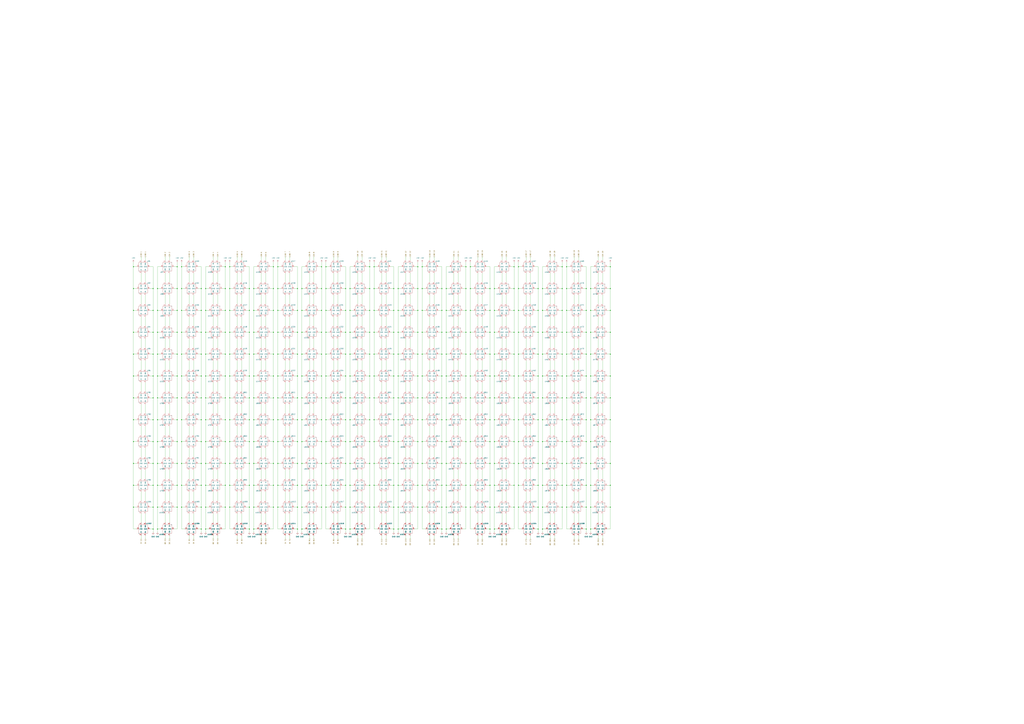
<source format=kicad_sch>
(kicad_sch (version 20231120) (generator "eeschema") (generator_version "8.0")
  (paper "A0")
  (junction (at 568.96 411.48))
  (junction (at 680.72 436.88))
  (junction (at 429.26 538.48))
  (junction (at 177.8 462.28))
  (junction (at 708.66 462.28))
  (junction (at 434.34 335.28))
  (junction (at 624.84 462.28))
  (junction (at 261.62 462.28))
  (junction (at 289.56 436.88))
  (junction (at 568.96 538.48))
  (junction (at 317.5 436.88))
  (junction (at 182.88 563.88))
  (junction (at 294.64 563.88))
  (junction (at 657.86 563.88))
  (junction (at 429.26 563.88))
  (junction (at 685.8 360.68))
  (junction (at 182.88 335.28))
  (junction (at 490.22 386.08))
  (junction (at 457.2 386.08))
  (junction (at 652.78 411.48))
  (junction (at 154.94 589.28))
  (junction (at 518.16 563.88))
  (junction (at 434.34 386.08))
  (junction (at 708.66 335.28))
  (junction (at 601.98 335.28))
  (junction (at 205.74 462.28))
  (junction (at 261.62 309.88))
  (junction (at 429.26 487.68))
  (junction (at 317.5 335.28))
  (junction (at 680.72 589.28))
  (junction (at 685.8 487.68))
  (junction (at 596.9 538.48))
  (junction (at 210.82 309.88))
  (junction (at 518.16 538.48))
  (junction (at 541.02 360.68))
  (junction (at 568.96 386.08))
  (junction (at 457.2 614.68))
  (junction (at 317.5 309.88))
  (junction (at 680.72 386.08))
  (junction (at 261.62 513.08))
  (junction (at 289.56 411.48))
  (junction (at 657.86 487.68))
  (junction (at 205.74 335.28))
  (junction (at 210.82 386.08))
  (junction (at 345.44 462.28))
  (junction (at 685.8 335.28))
  (junction (at 154.94 513.08))
  (junction (at 373.38 411.48))
  (junction (at 182.88 411.48))
  (junction (at 518.16 335.28))
  (junction (at 601.98 487.68))
  (junction (at 513.08 538.48))
  (junction (at 629.92 513.08))
  (junction (at 261.62 386.08))
  (junction (at 378.46 487.68))
  (junction (at 434.34 462.28))
  (junction (at 401.32 563.88))
  (junction (at 182.88 360.68))
  (junction (at 210.82 335.28))
  (junction (at 546.1 411.48))
  (junction (at 652.78 563.88))
  (junction (at 322.58 335.28))
  (junction (at 685.8 462.28))
  (junction (at 373.38 487.68))
  (junction (at 154.94 538.48))
  (junction (at 485.14 309.88))
  (junction (at 568.96 614.68))
  (junction (at 317.5 563.88))
  (junction (at 182.88 513.08))
  (junction (at 434.34 411.48))
  (junction (at 462.28 589.28))
  (junction (at 322.58 589.28))
  (junction (at 345.44 335.28))
  (junction (at 657.86 538.48))
  (junction (at 317.5 411.48))
  (junction (at 490.22 513.08))
  (junction (at 378.46 386.08))
  (junction (at 657.86 513.08))
  (junction (at 238.76 335.28))
  (junction (at 238.76 462.28))
  (junction (at 378.46 589.28))
  (junction (at 513.08 335.28))
  (junction (at 657.86 335.28))
  (junction (at 238.76 436.88))
  (junction (at 261.62 538.48))
  (junction (at 289.56 538.48))
  (junction (at 657.86 309.88))
  (junction (at 434.34 487.68))
  (junction (at 322.58 360.68))
  (junction (at 177.8 538.48))
  (junction (at 624.84 614.68))
  (junction (at 546.1 487.68))
  (junction (at 401.32 360.68))
  (junction (at 345.44 589.28))
  (junction (at 233.68 513.08))
  (junction (at 182.88 436.88))
  (junction (at 317.5 386.08))
  (junction (at 177.8 487.68))
  (junction (at 685.8 538.48))
  (junction (at 624.84 411.48))
  (junction (at 485.14 360.68))
  (junction (at 680.72 614.68))
  (junction (at 378.46 436.88))
  (junction (at 596.9 360.68))
  (junction (at 401.32 335.28))
  (junction (at 182.88 589.28))
  (junction (at 624.84 386.08))
  (junction (at 294.64 360.68))
  (junction (at 317.5 487.68))
  (junction (at 518.16 386.08))
  (junction (at 266.7 487.68))
  (junction (at 289.56 335.28))
  (junction (at 457.2 436.88))
  (junction (at 289.56 614.68))
  (junction (at 568.96 335.28))
  (junction (at 596.9 411.48))
  (junction (at 210.82 360.68))
  (junction (at 629.92 335.28))
  (junction (at 429.26 436.88))
  (junction (at 546.1 335.28))
  (junction (at 462.28 335.28))
  (junction (at 657.86 386.08))
  (junction (at 462.28 487.68))
  (junction (at 652.78 487.68))
  (junction (at 680.72 335.28))
  (junction (at 490.22 538.48))
  (junction (at 657.86 462.28))
  (junction (at 378.46 513.08))
  (junction (at 233.68 386.08))
  (junction (at 345.44 563.88))
  (junction (at 266.7 386.08))
  (junction (at 652.78 589.28))
  (junction (at 518.16 411.48))
  (junction (at 350.52 386.08))
  (junction (at 322.58 386.08))
  (junction (at 322.58 436.88))
  (junction (at 652.78 436.88))
  (junction (at 294.64 411.48))
  (junction (at 457.2 538.48))
  (junction (at 518.16 462.28))
  (junction (at 401.32 487.68))
  (junction (at 210.82 462.28))
  (junction (at 652.78 462.28))
  (junction (at 596.9 487.68))
  (junction (at 429.26 513.08))
  (junction (at 629.92 487.68))
  (junction (at 294.64 487.68))
  (junction (at 406.4 411.48))
  (junction (at 601.98 462.28))
  (junction (at 541.02 487.68))
  (junction (at 462.28 563.88))
  (junction (at 546.1 563.88))
  (junction (at 154.94 386.08))
  (junction (at 574.04 411.48))
  (junction (at 596.9 563.88))
  (junction (at 266.7 309.88))
  (junction (at 345.44 513.08))
  (junction (at 485.14 386.08))
  (junction (at 266.7 411.48))
  (junction (at 541.02 589.28))
  (junction (at 401.32 513.08))
  (junction (at 154.94 563.88))
  (junction (at 378.46 309.88))
  (junction (at 457.2 563.88))
  (junction (at 429.26 360.68))
  (junction (at 434.34 436.88))
  (junction (at 350.52 411.48))
  (junction (at 601.98 513.08))
  (junction (at 685.8 436.88))
  (junction (at 680.72 538.48))
  (junction (at 568.96 589.28))
  (junction (at 373.38 309.88))
  (junction (at 406.4 513.08))
  (junction (at 490.22 487.68))
  (junction (at 294.64 386.08))
  (junction (at 238.76 360.68))
  (junction (at 518.16 487.68))
  (junction (at 350.52 335.28))
  (junction (at 518.16 589.28))
  (junction (at 680.72 487.68))
  (junction (at 373.38 563.88))
  (junction (at 513.08 462.28))
  (junction (at 238.76 513.08))
  (junction (at 596.9 513.08))
  (junction (at 238.76 487.68))
  (junction (at 708.66 487.68))
  (junction (at 350.52 614.68))
  (junction (at 177.8 436.88))
  (junction (at 624.84 513.08))
  (junction (at 596.9 335.28))
  (junction (at 629.92 462.28))
  (junction (at 462.28 411.48))
  (junction (at 546.1 360.68))
  (junction (at 513.08 360.68))
  (junction (at 685.8 513.08))
  (junction (at 154.94 462.28))
  (junction (at 205.74 309.88))
  (junction (at 401.32 614.68))
  (junction (at 345.44 614.68))
  (junction (at 462.28 462.28))
  (junction (at 378.46 462.28))
  (junction (at 574.04 563.88))
  (junction (at 406.4 335.28))
  (junction (at 541.02 386.08))
  (junction (at 462.28 436.88))
  (junction (at 541.02 538.48))
  (junction (at 708.66 589.28))
  (junction (at 568.96 436.88))
  (junction (at 350.52 360.68))
  (junction (at 546.1 462.28))
  (junction (at 233.68 538.48))
  (junction (at 652.78 513.08))
  (junction (at 457.2 487.68))
  (junction (at 210.82 487.68))
  (junction (at 629.92 614.68))
  (junction (at 233.68 335.28))
  (junction (at 266.7 436.88))
  (junction (at 708.66 436.88))
  (junction (at 574.04 538.48))
  (junction (at 266.7 360.68))
  (junction (at 624.84 360.68))
  (junction (at 261.62 589.28))
  (junction (at 513.08 411.48))
  (junction (at 266.7 589.28))
  (junction (at 434.34 538.48))
  (junction (at 261.62 411.48))
  (junction (at 629.92 360.68))
  (junction (at 541.02 513.08))
  (junction (at 624.84 589.28))
  (junction (at 629.92 538.48))
  (junction (at 294.64 462.28))
  (junction (at 317.5 462.28))
  (junction (at 541.02 436.88))
  (junction (at 205.74 386.08))
  (junction (at 378.46 335.28))
  (junction (at 238.76 538.48))
  (junction (at 629.92 589.28))
  (junction (at 513.08 563.88))
  (junction (at 350.52 538.48))
  (junction (at 210.82 411.48))
  (junction (at 177.8 563.88))
  (junction (at 568.96 360.68))
  (junction (at 652.78 360.68))
  (junction (at 568.96 513.08))
  (junction (at 406.4 614.68))
  (junction (at 657.86 411.48))
  (junction (at 490.22 309.88))
  (junction (at 457.2 360.68))
  (junction (at 294.64 589.28))
  (junction (at 378.46 538.48))
  (junction (at 596.9 589.28))
  (junction (at 261.62 436.88))
  (junction (at 485.14 335.28))
  (junction (at 350.52 487.68))
  (junction (at 210.82 589.28))
  (junction (at 624.84 538.48))
  (junction (at 652.78 538.48))
  (junction (at 233.68 360.68))
  (junction (at 345.44 360.68))
  (junction (at 210.82 436.88))
  (junction (at 406.4 538.48))
  (junction (at 373.38 462.28))
  (junction (at 205.74 411.48))
  (junction (at 485.14 436.88))
  (junction (at 289.56 462.28))
  (junction (at 205.74 436.88))
  (junction (at 401.32 411.48))
  (junction (at 680.72 563.88))
  (junction (at 708.66 360.68))
  (junction (at 680.72 360.68))
  (junction (at 401.32 386.08))
  (junction (at 317.5 513.08))
  (junction (at 322.58 487.68))
  (junction (at 373.38 538.48))
  (junction (at 485.14 563.88))
  (junction (at 266.7 462.28))
  (junction (at 680.72 462.28))
  (junction (at 490.22 436.88))
  (junction (at 434.34 563.88))
  (junction (at 238.76 563.88))
  (junction (at 518.16 614.68))
  (junction (at 373.38 589.28))
  (junction (at 322.58 538.48))
  (junction (at 233.68 589.28))
  (junction (at 373.38 513.08))
  (junction (at 601.98 589.28))
  (junction (at 546.1 436.88))
  (junction (at 657.86 360.68))
  (junction (at 518.16 436.88))
  (junction (at 490.22 335.28))
  (junction (at 322.58 309.88))
  (junction (at 485.14 513.08))
  (junction (at 680.72 411.48))
  (junction (at 205.74 538.48))
  (junction (at 601.98 411.48))
  (junction (at 485.14 589.28))
  (junction (at 406.4 563.88))
  (junction (at 513.08 614.68))
  (junction (at 652.78 386.08))
  (junction (at 596.9 462.28))
  (junction (at 406.4 462.28))
  (junction (at 485.14 487.68))
  (junction (at 294.64 614.68))
  (junction (at 429.26 411.48))
  (junction (at 261.62 360.68))
  (junction (at 177.8 589.28))
  (junction (at 457.2 589.28))
  (junction (at 708.66 563.88))
  (junction (at 708.66 411.48))
  (junction (at 513.08 436.88))
  (junction (at 373.38 436.88))
  (junction (at 345.44 411.48))
  (junction (at 546.1 513.08))
  (junction (at 568.96 487.68))
  (junction (at 568.96 563.88))
  (junction (at 601.98 360.68))
  (junction (at 261.62 563.88))
  (junction (at 546.1 386.08))
  (junction (at 490.22 589.28))
  (junction (at 485.14 462.28))
  (junction (at 541.02 335.28))
  (junction (at 294.64 335.28))
  (junction (at 680.72 513.08))
  (junction (at 406.4 487.68))
  (junction (at 657.86 436.88))
  (junction (at 429.26 386.08))
  (junction (at 401.32 436.88))
  (junction (at 546.1 538.48))
  (junction (at 574.04 589.28))
  (junction (at 177.8 335.28))
  (junction (at 485.14 411.48))
  (junction (at 462.28 386.08))
  (junction (at 266.7 335.28))
  (junction (at 708.66 386.08))
  (junction (at 205.74 360.68))
  (junction (at 490.22 563.88))
  (junction (at 574.04 335.28))
  (junction (at 205.74 487.68))
  (junction (at 601.98 538.48))
  (junction (at 182.88 487.68))
  (junction (at 350.52 513.08))
  (junction (at 657.86 589.28))
  (junction (at 574.04 487.68))
  (junction (at 457.2 513.08))
  (junction (at 490.22 360.68))
  (junction (at 541.02 563.88))
  (junction (at 210.82 513.08))
  (junction (at 345.44 487.68))
  (junction (at 624.84 487.68))
  (junction (at 708.66 538.48))
  (junction (at 205.74 513.08))
  (junction (at 205.74 589.28))
  (junction (at 406.4 436.88))
  (junction (at 294.64 436.88))
  (junction (at 574.04 436.88))
  (junction (at 685.8 386.08))
  (junction (at 182.88 614.68))
  (junction (at 601.98 563.88))
  (junction (at 289.56 589.28))
  (junction (at 154.94 411.48))
  (junction (at 233.68 563.88))
  (junction (at 541.02 411.48))
  (junction (at 401.32 462.28))
  (junction (at 541.02 309.88))
  (junction (at 205.74 563.88))
  (junction (at 462.28 538.48))
  (junction (at 266.7 563.88))
  (junction (at 289.56 513.08))
  (junction (at 624.84 436.88))
  (junction (at 574.04 360.68))
  (junction (at 177.8 614.68))
  (junction (at 624.84 335.28))
  (junction (at 485.14 538.48))
  (junction (at 401.32 538.48))
  (junction (at 350.52 462.28))
  (junction (at 345.44 386.08))
  (junction (at 629.92 436.88))
  (junction (at 182.88 386.08))
  (junction (at 601.98 386.08))
  (junction (at 373.38 335.28))
  (junction (at 373.38 360.68))
  (junction (at 154.94 360.68))
  (junction (at 708.66 513.08))
  (junction (at 518.16 513.08))
  (junction (at 266.7 513.08))
  (junction (at 629.92 411.48))
  (junction (at 574.04 462.28))
  (junction (at 266.7 538.48))
  (junction (at 322.58 563.88))
  (junction (at 574.04 386.08))
  (junction (at 317.5 538.48))
  (junction (at 434.34 513.08))
  (junction (at 652.78 335.28))
  (junction (at 233.68 487.68))
  (junction (at 429.26 309.88))
  (junction (at 177.8 360.68))
  (junction (at 210.82 563.88))
  (junction (at 238.76 411.48))
  (junction (at 518.16 360.68))
  (junction (at 154.94 309.88))
  (junction (at 233.68 614.68))
  (junction (at 596.9 309.88))
  (junction (at 406.4 386.08))
  (junction (at 233.68 462.28))
  (junction (at 462.28 513.08))
  (junction (at 154.94 436.88))
  (junction (at 406.4 360.68))
  (junction (at 289.56 386.08))
  (junction (at 210.82 538.48))
  (junction (at 238.76 386.08))
  (junction (at 429.26 462.28))
  (junction (at 294.64 513.08))
  (junction (at 154.94 335.28))
  (junction (at 182.88 462.28))
  (junction (at 177.8 411.48))
  (junction (at 261.62 487.68))
  (junction (at 546.1 309.88))
  (junction (at 513.08 513.08))
  (junction (at 182.88 538.48))
  (junction (at 685.8 411.48))
  (junction (at 401.32 589.28))
  (junction (at 596.9 386.08))
  (junction (at 513.08 386.08))
  (junction (at 261.62 335.28))
  (junction (at 322.58 411.48))
  (junction (at 406.4 589.28))
  (junction (at 378.46 563.88))
  (junction (at 462.28 360.68))
  (junction (at 429.26 335.28))
  (junction (at 434.34 309.88))
  (junction (at 601.98 436.88))
  (junction (at 322.58 462.28))
  (junction (at 322.58 513.08))
  (junction (at 574.04 513.08))
  (junction (at 624.84 563.88))
  (junction (at 457.2 411.48))
  (junction (at 317.5 360.68))
  (junction (at 177.8 386.08))
  (junction (at 462.28 614.68))
  (junction (at 350.52 436.88))
  (junction (at 457.2 335.28))
  (junction (at 429.26 589.28))
  (junction (at 294.64 538.48))
  (junction (at 601.98 309.88))
  (junction (at 238.76 614.68))
  (junction (at 541.02 462.28))
  (junction (at 568.96 462.28))
  (junction (at 685.8 589.28))
  (junction (at 345.44 436.88))
  (junction (at 317.5 589.28))
  (junction (at 350.52 563.88))
  (junction (at 708.66 309.88))
  (junction (at 378.46 360.68))
  (junction (at 685.8 614.68))
  (junction (at 596.9 436.88))
  (junction (at 629.92 386.08))
  (junction (at 457.2 462.28))
  (junction (at 233.68 436.88))
  (junction (at 490.22 411.48))
  (junction (at 434.34 589.28))
  (junction (at 233.68 411.48))
  (junction (at 289.56 487.68))
  (junction (at 177.8 513.08))
  (junction (at 434.34 360.68))
  (junction (at 685.8 563.88))
  (junction (at 574.04 614.68))
  (junction (at 629.92 563.88))
  (junction (at 373.38 386.08))
  (junction (at 378.46 411.48))
  (junction (at 350.52 589.28))
  (junction (at 289.56 360.68))
  (junction (at 513.08 487.68))
  (junction (at 154.94 487.68))
  (junction (at 289.56 563.88))
  (junction (at 345.44 538.48))
  (junction (at 546.1 589.28))
  (junction (at 490.22 462.28))
  (junction (at 238.76 589.28))
  (junction (at 513.08 589.28))
  (junction (at 652.78 309.88))
  (wire (pts (xy 364.49 298.45) (xy 364.49 302.26)))
  (wire (pts (xy 205.74 589.28) (xy 201.93 589.28)))
  (wire (pts (xy 350.52 411.48) (xy 350.52 436.88)))
  (wire (pts (xy 261.62 360.68) (xy 257.81 360.68)))
  (wire (pts (xy 568.96 411.48) (xy 568.96 436.88)))
  (wire (pts (xy 643.89 353.06) (xy 643.89 342.9)))
  (wire (pts (xy 177.8 538.48) (xy 177.8 513.08)))
  (wire (pts (xy 521.97 487.68) (xy 518.16 487.68)))
  (wire (pts (xy 359.41 530.86) (xy 359.41 520.7)))
  (wire (pts (xy 708.66 360.68) (xy 708.66 335.28)))
  (wire (pts (xy 629.92 462.28) (xy 629.92 487.68)))
  (wire (pts (xy 252.73 607.06) (xy 252.73 596.9)))
  (wire (pts (xy 285.75 335.28) (xy 289.56 335.28)))
  (wire (pts (xy 378.46 487.68) (xy 378.46 513.08)))
  (wire (pts (xy 369.57 436.88) (xy 373.38 436.88)))
  (wire (pts (xy 229.87 386.08) (xy 233.68 386.08)))
  (wire (pts (xy 345.44 309.88) (xy 341.63 309.88)))
  (wire (pts (xy 219.71 469.9) (xy 219.71 480.06)))
  (wire (pts (xy 443.23 419.1) (xy 443.23 429.26)))
  (wire (pts (xy 596.9 462.28) (xy 596.9 436.88)))
  (wire (pts (xy 466.09 487.68) (xy 462.28 487.68)))
  (wire (pts (xy 275.59 317.5) (xy 275.59 327.66)))
  (wire (pts (xy 518.16 386.08) (xy 518.16 411.48)))
  (wire (pts (xy 210.82 436.88) (xy 210.82 462.28)))
  (wire (pts (xy 177.8 436.88) (xy 177.8 462.28)))
  (wire (pts (xy 345.44 487.68) (xy 345.44 462.28)))
  (wire (pts (xy 568.96 411.48) (xy 568.96 386.08)))
  (wire (pts (xy 163.83 469.9) (xy 163.83 480.06)))
  (wire (pts (xy 685.8 360.68) (xy 685.8 386.08)))
  (wire (pts (xy 313.69 436.88) (xy 317.5 436.88)))
  (wire (pts (xy 666.75 520.7) (xy 666.75 530.86)))
  (wire (pts (xy 671.83 317.5) (xy 671.83 327.66)))
  (wire (pts (xy 191.77 622.3) (xy 191.77 626.11)))
  (wire (pts (xy 229.87 462.28) (xy 233.68 462.28)))
  (wire (pts (xy 219.71 317.5) (xy 219.71 327.66)))
  (wire (pts (xy 289.56 360.68) (xy 289.56 335.28)))
  (wire (pts (xy 485.14 386.08) (xy 485.14 360.68)))
  (wire (pts (xy 485.14 335.28) (xy 485.14 309.88)))
  (wire (pts (xy 657.86 538.48) (xy 661.67 538.48)))
  (wire (pts (xy 680.72 563.88) (xy 680.72 589.28)))
  (wire (pts (xy 574.04 436.88) (xy 574.04 462.28)))
  (wire (pts (xy 685.8 563.88) (xy 685.8 589.28)))
  (wire (pts (xy 317.5 360.68) (xy 317.5 335.28)))
  (wire (pts (xy 205.74 386.08) (xy 205.74 360.68)))
  (wire (pts (xy 652.78 487.68) (xy 648.97 487.68)))
  (wire (pts (xy 177.8 487.68) (xy 177.8 462.28)))
  (wire (pts (xy 168.91 342.9) (xy 168.91 353.06)))
  (wire (pts (xy 252.73 530.86) (xy 252.73 520.7)))
  (wire (pts (xy 532.13 429.26) (xy 532.13 419.1)))
  (wire (pts (xy 415.29 403.86) (xy 415.29 393.7)))
  (wire (pts (xy 154.94 411.48) (xy 154.94 436.88)))
  (wire (pts (xy 289.56 386.08) (xy 289.56 360.68)))
  (wire (pts (xy 177.8 309.88) (xy 173.99 309.88)))
  (wire (pts (xy 336.55 444.5) (xy 336.55 454.66)))
  (wire (pts (xy 364.49 353.06) (xy 364.49 342.9)))
  (wire (pts (xy 434.34 309.88) (xy 434.34 335.28)))
  (wire (pts (xy 633.73 589.28) (xy 629.92 589.28)))
  (wire (pts (xy 341.63 360.68) (xy 345.44 360.68)))
  (wire (pts (xy 196.85 327.66) (xy 196.85 317.5)))
  (wire (pts (xy 485.14 462.28) (xy 485.14 436.88)))
  (wire (pts (xy 596.9 436.88) (xy 596.9 411.48)))
  (wire (pts (xy 601.98 538.48) (xy 605.79 538.48)))
  (wire (pts (xy 196.85 581.66) (xy 196.85 571.5)))
  (wire (pts (xy 350.52 614.68) (xy 354.33 614.68)))
  (wire (pts (xy 359.41 556.26) (xy 359.41 546.1)))
  (wire (pts (xy 331.47 419.1) (xy 331.47 429.26)))
  (wire (pts (xy 582.93 454.66) (xy 582.93 444.5)))
  (wire (pts (xy 633.73 538.48) (xy 629.92 538.48)))
  (wire (pts (xy 154.94 360.68) (xy 158.75 360.68)))
  (wire (pts (xy 689.61 411.48) (xy 685.8 411.48)))
  (wire (pts (xy 466.09 589.28) (xy 462.28 589.28)))
  (wire (pts (xy 261.62 411.48) (xy 261.62 386.08)))
  (wire (pts (xy 191.77 505.46) (xy 191.77 495.3)))
  (wire (pts (xy 694.69 607.06) (xy 694.69 596.9)))
  (wire (pts (xy 298.45 386.08) (xy 294.64 386.08)))
  (wire (pts (xy 588.01 505.46) (xy 588.01 495.3)))
  (wire (pts (xy 429.26 411.48) (xy 429.26 386.08)))
  (wire (pts (xy 588.01 454.66) (xy 588.01 444.5)))
  (wire (pts (xy 685.8 335.28) (xy 685.8 309.88)))
  (wire (pts (xy 513.08 589.28) (xy 513.08 614.68)))
  (wire (pts (xy 397.51 487.68) (xy 401.32 487.68)))
  (wire (pts (xy 438.15 309.88) (xy 434.34 309.88)))
  (wire (pts (xy 186.69 487.68) (xy 182.88 487.68)))
  (wire (pts (xy 588.01 353.06) (xy 588.01 342.9)))
  (wire (pts (xy 154.94 335.28) (xy 158.75 335.28)))
  (wire (pts (xy 708.66 411.48) (xy 704.85 411.48)))
  (wire (pts (xy 168.91 317.5) (xy 168.91 327.66)))
  (wire (pts (xy 233.68 538.48) (xy 233.68 563.88)))
  (wire (pts (xy 275.59 368.3) (xy 275.59 378.46)))
  (wire (pts (xy 410.21 589.28) (xy 406.4 589.28)))
  (wire (pts (xy 308.61 298.45) (xy 308.61 302.26)))
  (wire (pts (xy 621.03 411.48) (xy 624.84 411.48)))
  (wire (pts (xy 298.45 487.68) (xy 294.64 487.68)))
  (wire (pts (xy 233.68 309.88) (xy 229.87 309.88)))
  (wire (pts (xy 565.15 335.28) (xy 568.96 335.28)))
  (wire (pts (xy 471.17 353.06) (xy 471.17 342.9)))
  (wire (pts (xy 364.49 581.66) (xy 364.49 571.5)))
  (wire (pts (xy 621.03 360.68) (xy 624.84 360.68)))
  (wire (pts (xy 676.91 411.48) (xy 680.72 411.48)))
  (wire (pts (xy 275.59 469.9) (xy 275.59 480.06)))
  (wire (pts (xy 294.64 538.48) (xy 294.64 563.88)))
  (wire (pts (xy 521.97 309.88) (xy 518.16 309.88)))
  (wire (pts (xy 610.87 342.9) (xy 610.87 353.06)))
  (wire (pts (xy 373.38 538.48) (xy 373.38 513.08)))
  (wire (pts (xy 568.96 538.48) (xy 568.96 563.88)))
  (wire (pts (xy 499.11 546.1) (xy 499.11 556.26)))
  (wire (pts (xy 205.74 538.48) (xy 205.74 513.08)))
  (wire (pts (xy 429.26 589.28) (xy 425.45 589.28)))
  (wire (pts (xy 382.27 614.68) (xy 378.46 614.68)))
  (wire (pts (xy 397.51 513.08) (xy 401.32 513.08)))
  (wire (pts (xy 504.19 368.3) (xy 504.19 378.46)))
  (wire (pts (xy 205.74 360.68) (xy 205.74 335.28)))
  (wire (pts (xy 289.56 589.28) (xy 289.56 614.68)))
  (wire (pts (xy 261.62 386.08) (xy 257.81 386.08)))
  (wire (pts (xy 593.09 614.68) (xy 596.9 614.68)))
  (wire (pts (xy 624.84 563.88) (xy 624.84 589.28)))
  (wire (pts (xy 163.83 317.5) (xy 163.83 327.66)))
  (wire (pts (xy 629.92 614.68) (xy 629.92 618.49)))
  (wire (pts (xy 434.34 360.68) (xy 434.34 386.08)))
  (wire (pts (xy 322.58 538.48) (xy 326.39 538.48)))
  (wire (pts (xy 336.55 622.3) (xy 336.55 626.11)))
  (wire (pts (xy 643.89 403.86) (xy 643.89 393.7)))
  (wire (pts (xy 331.47 520.7) (xy 331.47 530.86)))
  (wire (pts (xy 577.85 538.48) (xy 574.04 538.48)))
  (wire (pts (xy 499.11 393.7) (xy 499.11 403.86)))
  (wire (pts (xy 392.43 571.5) (xy 392.43 581.66)))
  (wire (pts (xy 518.16 589.28) (xy 518.16 614.68)))
  (wire (pts (xy 596.9 335.28) (xy 596.9 309.88)))
  (wire (pts (xy 401.32 538.48) (xy 401.32 513.08)))
  (wire (pts (xy 577.85 309.88) (xy 574.04 309.88)))
  (wire (pts (xy 154.94 589.28) (xy 158.75 589.28)))
  (wire (pts (xy 610.87 444.5) (xy 610.87 454.66)))
  (wire (pts (xy 541.02 436.88) (xy 541.02 411.48)))
  (wire (pts (xy 671.83 622.3) (xy 671.83 626.11)))
  (wire (pts (xy 671.83 495.3) (xy 671.83 505.46)))
  (wire (pts (xy 490.22 589.28) (xy 490.22 614.68)))
  (wire (pts (xy 420.37 454.66) (xy 420.37 444.5)))
  (wire (pts (xy 415.29 530.86) (xy 415.29 520.7)))
  (wire (pts (xy 568.96 538.48) (xy 568.96 513.08)))
  (wire (pts (xy 541.02 513.08) (xy 537.21 513.08)))
  (wire (pts (xy 509.27 513.08) (xy 513.08 513.08)))
  (wire (pts (xy 457.2 411.48) (xy 457.2 436.88)))
  (wire (pts (xy 285.75 538.48) (xy 289.56 538.48)))
  (wire (pts (xy 676.91 538.48) (xy 680.72 538.48)))
  (wire (pts (xy 621.03 614.68) (xy 624.84 614.68)))
  (wire (pts (xy 378.46 411.48) (xy 382.27 411.48)))
  (wire (pts (xy 415.29 327.66) (xy 415.29 317.5)))
  (wire (pts (xy 565.15 513.08) (xy 568.96 513.08)))
  (wire (pts (xy 476.25 480.06) (xy 476.25 469.9)))
  (wire (pts (xy 554.99 298.45) (xy 554.99 302.26)))
  (wire (pts (xy 666.75 596.9) (xy 666.75 607.06)))
  (wire (pts (xy 676.91 335.28) (xy 680.72 335.28)))
  (wire (pts (xy 605.79 309.88) (xy 601.98 309.88)))
  (wire (pts (xy 359.41 581.66) (xy 359.41 571.5)))
  (wire (pts (xy 685.8 462.28) (xy 685.8 487.68)))
  (wire (pts (xy 359.41 327.66) (xy 359.41 317.5)))
  (wire (pts (xy 173.99 563.88) (xy 177.8 563.88)))
  (wire (pts (xy 485.14 411.48) (xy 481.33 411.48)))
  (wire (pts (xy 560.07 393.7) (xy 560.07 403.86)))
  (wire (pts (xy 345.44 513.08) (xy 345.44 487.68)))
  (wire (pts (xy 699.77 429.26) (xy 699.77 419.1)))
  (wire (pts (xy 527.05 607.06) (xy 527.05 596.9)))
  (wire (pts (xy 685.8 538.48) (xy 685.8 563.88)))
  (wire (pts (xy 173.99 411.48) (xy 177.8 411.48)))
  (wire (pts (xy 406.4 436.88) (xy 410.21 436.88)))
  (wire (pts (xy 601.98 360.68) (xy 605.79 360.68)))
  (wire (pts (xy 574.04 614.68) (xy 574.04 618.49)))
  (wire (pts (xy 466.09 538.48) (xy 462.28 538.48)))
  (wire (pts (xy 546.1 487.68) (xy 549.91 487.68)))
  (wire (pts (xy 504.19 495.3) (xy 504.19 505.46)))
  (wire (pts (xy 247.65 530.86) (xy 247.65 520.7)))
  (wire (pts (xy 238.76 335.28) (xy 238.76 360.68)))
  (wire (pts (xy 341.63 563.88) (xy 345.44 563.88)))
  (wire (pts (xy 331.47 298.45) (xy 331.47 302.26)))
  (wire (pts (xy 596.9 589.28) (xy 593.09 589.28)))
  (wire (pts (xy 694.69 298.45) (xy 694.69 302.26)))
  (wire (pts (xy 191.77 556.26) (xy 191.77 546.1)))
  (wire (pts (xy 317.5 386.08) (xy 313.69 386.08)))
  (wire (pts (xy 504.19 571.5) (xy 504.19 581.66)))
  (wire (pts (xy 154.94 309.88) (xy 154.94 335.28)))
  (wire (pts (xy 596.9 386.08) (xy 596.9 360.68)))
  (wire (pts (xy 168.91 520.7) (xy 168.91 530.86)))
  (wire (pts (xy 462.28 487.68) (xy 462.28 513.08)))
  (wire (pts (xy 532.13 505.46) (xy 532.13 495.3)))
  (wire (pts (xy 205.74 589.28) (xy 205.74 563.88)))
  (wire (pts (xy 294.64 462.28) (xy 294.64 487.68)))
  (wire (pts (xy 322.58 589.28) (xy 322.58 614.68)))
  (wire (pts (xy 638.81 480.06) (xy 638.81 469.9)))
  (wire (pts (xy 317.5 462.28) (xy 317.5 436.88)))
  (wire (pts (xy 476.25 429.26) (xy 476.25 419.1)))
  (wire (pts (xy 224.79 342.9) (xy 224.79 353.06)))
  (wire (pts (xy 661.67 614.68) (xy 657.86 614.68)))
  (wire (pts (xy 694.69 378.46) (xy 694.69 368.3)))
  (wire (pts (xy 401.32 513.08) (xy 401.32 487.68)))
  (wire (pts (xy 308.61 581.66) (xy 308.61 571.5)))
  (wire (pts (xy 680.72 538.48) (xy 680.72 563.88)))
  (wire (pts (xy 485.14 513.08) (xy 485.14 487.68)))
  (wire (pts (xy 354.33 386.08) (xy 350.52 386.08)))
  (wire (pts (xy 676.91 360.68) (xy 680.72 360.68)))
  (wire (pts (xy 322.58 335.28) (xy 322.58 360.68)))
  (wire (pts (xy 546.1 386.08) (xy 546.1 411.48)))
  (wire (pts (xy 401.32 487.68) (xy 401.32 462.28)))
  (wire (pts (xy 596.9 360.68) (xy 593.09 360.68)))
  (wire (pts (xy 568.96 386.08) (xy 568.96 360.68)))
  (wire (pts (xy 186.69 335.28) (xy 182.88 335.28)))
  (wire (pts (xy 554.99 546.1) (xy 554.99 556.26)))
  (wire (pts (xy 420.37 403.86) (xy 420.37 393.7)))
  (wire (pts (xy 261.62 513.08) (xy 261.62 487.68)))
  (wire (pts (xy 518.16 614.68) (xy 521.97 614.68)))
  (wire (pts (xy 369.57 309.88) (xy 373.38 309.88)))
  (wire (pts (xy 182.88 563.88) (xy 182.88 589.28)))
  (wire (pts (xy 154.94 386.08) (xy 158.75 386.08)))
  (wire (pts (xy 577.85 462.28) (xy 574.04 462.28)))
  (wire (pts (xy 666.75 342.9) (xy 666.75 353.06)))
  (wire (pts (xy 266.7 304.8) (xy 266.7 309.88)))
  (wire (pts (xy 666.75 571.5) (xy 666.75 581.66)))
  (wire (pts (xy 266.7 386.08) (xy 270.51 386.08)))
  (wire (pts (xy 652.78 335.28) (xy 652.78 309.88)))
  (wire (pts (xy 708.66 304.8) (xy 708.66 309.88)))
  (wire (pts (xy 434.34 563.88) (xy 434.34 589.28)))
  (wire (pts (xy 406.4 386.08) (xy 406.4 411.48)))
  (wire (pts (xy 448.31 317.5) (xy 448.31 327.66)))
  (wire (pts (xy 233.68 614.68) (xy 233.68 618.49)))
  (wire (pts (xy 168.91 393.7) (xy 168.91 403.86)))
  (wire (pts (xy 601.98 360.68) (xy 601.98 386.08)))
  (wire (pts (xy 373.38 487.68) (xy 373.38 462.28)))
  (wire (pts (xy 285.75 411.48) (xy 289.56 411.48)))
  (wire (pts (xy 504.19 342.9) (xy 504.19 353.06)))
  (wire (pts (xy 708.66 589.28) (xy 704.85 589.28)))
  (wire (pts (xy 657.86 513.08) (xy 657.86 538.48)))
  (wire (pts (xy 629.92 513.08) (xy 629.92 538.48)))
  (wire (pts (xy 485.14 589.28) (xy 485.14 563.88)))
  (wire (pts (xy 415.29 607.06) (xy 415.29 596.9)))
  (wire (pts (xy 214.63 614.68) (xy 210.82 614.68)))
  (wire (pts (xy 397.51 386.08) (xy 401.32 386.08)))
  (wire (pts (xy 238.76 360.68) (xy 238.76 386.08)))
  (wire (pts (xy 596.9 487.68) (xy 593.09 487.68)))
  (wire (pts (xy 565.15 563.88) (xy 568.96 563.88)))
  (wire (pts (xy 364.49 607.06) (xy 364.49 596.9)))
  (wire (pts (xy 233.68 589.28) (xy 233.68 614.68)))
  (wire (pts (xy 331.47 546.1) (xy 331.47 556.26)))
  (wire (pts (xy 401.32 411.48) (xy 401.32 386.08)))
  (wire (pts (xy 694.69 622.3) (xy 694.69 626.11)))
  (wire (pts (xy 448.31 444.5) (xy 448.31 454.66)))
  (wire (pts (xy 434.34 462.28) (xy 434.34 487.68)))
  (wire (pts (xy 191.77 298.45) (xy 191.77 302.26)))
  (wire (pts (xy 490.22 360.68) (xy 490.22 386.08)))
  (wire (pts (xy 214.63 436.88) (xy 210.82 436.88)))
  (wire (pts (xy 610.87 546.1) (xy 610.87 556.26)))
  (wire (pts (xy 191.77 454.66) (xy 191.77 444.5)))
  (wire (pts (xy 434.34 538.48) (xy 434.34 563.88)))
  (wire (pts (xy 154.94 335.28) (xy 154.94 360.68)))
  (wire (pts (xy 317.5 538.48) (xy 313.69 538.48)))
  (wire (pts (xy 322.58 513.08) (xy 326.39 513.08)))
  (wire (pts (xy 224.79 520.7) (xy 224.79 530.86)))
  (wire (pts (xy 205.74 487.68) (xy 205.74 462.28)))
  (wire (pts (xy 643.89 327.66) (xy 643.89 317.5)))
  (wire (pts (xy 257.81 614.68) (xy 261.62 614.68)))
  (wire (pts (xy 708.66 538.48) (xy 704.85 538.48)))
  (wire (pts (xy 378.46 513.08) (xy 382.27 513.08)))
  (wire (pts (xy 518.16 436.88) (xy 521.97 436.88)))
  (wire (pts (xy 708.66 513.08) (xy 708.66 487.68)))
  (wire (pts (xy 317.5 563.88) (xy 317.5 538.48)))
  (wire (pts (xy 699.77 298.45) (xy 699.77 302.26)))
  (wire (pts (xy 521.97 411.48) (xy 518.16 411.48)))
  (wire (pts (xy 596.9 411.48) (xy 593.09 411.48)))
  (wire (pts (xy 415.29 480.06) (xy 415.29 469.9)))
  (wire (pts (xy 341.63 614.68) (xy 345.44 614.68)))
  (wire (pts (xy 182.88 563.88) (xy 186.69 563.88)))
  (wire (pts (xy 364.49 530.86) (xy 364.49 520.7)))
  (wire (pts (xy 410.21 538.48) (xy 406.4 538.48)))
  (wire (pts (xy 224.79 444.5) (xy 224.79 454.66)))
  (wire (pts (xy 406.4 462.28) (xy 406.4 487.68)))
  (wire (pts (xy 373.38 513.08) (xy 373.38 487.68)))
  (wire (pts (xy 652.78 462.28) (xy 648.97 462.28)))
  (wire (pts (xy 345.44 411.48) (xy 345.44 386.08)))
  (wire (pts (xy 509.27 487.68) (xy 513.08 487.68)))
  (wire (pts (xy 624.84 360.68) (xy 624.84 335.28)))
  (wire (pts (xy 345.44 589.28) (xy 345.44 614.68)))
  (wire (pts (xy 186.69 360.68) (xy 182.88 360.68)))
  (wire (pts (xy 378.46 309.88) (xy 378.46 335.28)))
  (wire (pts (xy 219.71 444.5) (xy 219.71 454.66)))
  (wire (pts (xy 205.74 462.28) (xy 201.93 462.28)))
  (wire (pts (xy 610.87 469.9) (xy 610.87 480.06)))
  (wire (pts (xy 317.5 589.28) (xy 313.69 589.28)))
  (wire (pts (xy 163.83 596.9) (xy 163.83 607.06)))
  (wire (pts (xy 499.11 520.7) (xy 499.11 530.86)))
  (wire (pts (xy 266.7 386.08) (xy 266.7 411.48)))
  (wire (pts (xy 704.85 436.88) (xy 708.66 436.88)))
  (wire (pts (xy 704.85 563.88) (xy 708.66 563.88)))
  (wire (pts (xy 476.25 622.3) (xy 476.25 626.11)))
  (wire (pts (xy 261.62 589.28) (xy 257.81 589.28)))
  (wire (pts (xy 177.8 411.48) (xy 177.8 386.08)))
  (wire (pts (xy 247.65 607.06) (xy 247.65 596.9)))
  (wire (pts (xy 196.85 622.3) (xy 196.85 626.11)))
  (wire (pts (xy 168.91 495.3) (xy 168.91 505.46)))
  (wire (pts (xy 541.02 487.68) (xy 537.21 487.68)))
  (wire (pts (xy 624.84 411.48) (xy 624.84 386.08)))
  (wire (pts (xy 205.74 436.88) (xy 205.74 411.48)))
  (wire (pts (xy 392.43 622.3) (xy 392.43 626.11)))
  (wire (pts (xy 513.08 309.88) (xy 509.27 309.88)))
  (wire (pts (xy 224.79 368.3) (xy 224.79 378.46)))
  (wire (pts (xy 345.44 386.08) (xy 345.44 360.68)))
  (wire (pts (xy 261.62 563.88) (xy 261.62 538.48)))
  (wire (pts (xy 610.87 596.9) (xy 610.87 607.06)))
  (wire (pts (xy 638.81 298.45) (xy 638.81 302.26)))
  (wire (pts (xy 513.08 386.08) (xy 513.08 360.68)))
  (wire (pts (xy 420.37 353.06) (xy 420.37 342.9)))
  (wire (pts (xy 574.04 411.48) (xy 574.04 436.88)))
  (wire (pts (xy 378.46 360.68) (xy 378.46 386.08)))
  (wire (pts (xy 434.34 411.48) (xy 434.34 436.88)))
  (wire (pts (xy 518.16 563.88) (xy 521.97 563.88)))
  (wire (pts (xy 541.02 538.48) (xy 541.02 513.08)))
  (wire (pts (xy 541.02 462.28) (xy 541.02 436.88)))
  (wire (pts (xy 661.67 563.88) (xy 657.86 563.88)))
  (wire (pts (xy 485.14 360.68) (xy 481.33 360.68)))
  (wire (pts (xy 490.22 360.68) (xy 494.03 360.68)))
  (wire (pts (xy 577.85 386.08) (xy 574.04 386.08)))
  (wire (pts (xy 182.88 436.88) (xy 182.88 462.28)))
  (wire (pts (xy 629.92 487.68) (xy 629.92 513.08)))
  (wire (pts (xy 252.73 429.26) (xy 252.73 419.1)))
  (wire (pts (xy 387.35 317.5) (xy 387.35 327.66)))
  (wire (pts (xy 453.39 513.08) (xy 457.2 513.08)))
  (wire (pts (xy 280.67 546.1) (xy 280.67 556.26)))
  (wire (pts (xy 610.87 520.7) (xy 610.87 530.86)))
  (wire (pts (xy 694.69 327.66) (xy 694.69 317.5)))
  (wire (pts (xy 434.34 487.68) (xy 438.15 487.68)))
  (wire (pts (xy 485.14 436.88) (xy 485.14 411.48)))
  (wire (pts (xy 532.13 530.86) (xy 532.13 520.7)))
  (wire (pts (xy 708.66 614.68) (xy 708.66 589.28)))
  (wire (pts (xy 652.78 614.68) (xy 652.78 589.28)))
  (wire (pts (xy 588.01 298.45) (xy 588.01 302.26)))
  (wire (pts (xy 689.61 335.28) (xy 685.8 335.28)))
  (wire (pts (xy 638.81 429.26) (xy 638.81 419.1)))
  (wire (pts (xy 689.61 513.08) (xy 685.8 513.08)))
  (wire (pts (xy 596.9 513.08) (xy 596.9 487.68)))
  (wire (pts (xy 177.8 538.48) (xy 177.8 563.88)))
  (wire (pts (xy 270.51 309.88) (xy 266.7 309.88)))
  (wire (pts (xy 322.58 462.28) (xy 326.39 462.28)))
  (wire (pts (xy 387.35 571.5) (xy 387.35 581.66)))
  (wire (pts (xy 373.38 335.28) (xy 373.38 309.88)))
  (wire (pts (xy 341.63 411.48) (xy 345.44 411.48)))
  (wire (pts (xy 596.9 538.48) (xy 596.9 513.08)))
  (wire (pts (xy 476.25 353.06) (xy 476.25 342.9)))
  (wire (pts (xy 666.75 368.3) (xy 666.75 378.46)))
  (wire (pts (xy 326.39 309.88) (xy 322.58 309.88)))
  (wire (pts (xy 657.86 309.88) (xy 657.86 335.28)))
  (wire (pts (xy 638.81 454.66) (xy 638.81 444.5)))
  (wire (pts (xy 294.64 436.88) (xy 298.45 436.88)))
  (wire (pts (xy 629.92 614.68) (xy 633.73 614.68)))
  (wire (pts (xy 373.38 436.88) (xy 373.38 411.48)))
  (wire (pts (xy 229.87 538.48) (xy 233.68 538.48)))
  (wire (pts (xy 434.34 411.48) (xy 438.15 411.48)))
  (wire (pts (xy 387.35 419.1) (xy 387.35 429.26)))
  (wire (pts (xy 326.39 563.88) (xy 322.58 563.88)))
  (wire (pts (xy 275.59 495.3) (xy 275.59 505.46)))
  (wire (pts (xy 434.34 386.08) (xy 438.15 386.08)))
  (wire (pts (xy 657.86 386.08) (xy 661.67 386.08)))
  (wire (pts (xy 601.98 335.28) (xy 605.79 335.28)))
  (wire (pts (xy 434.34 386.08) (xy 434.34 411.48)))
  (wire (pts (xy 242.57 335.28) (xy 238.76 335.28)))
  (wire (pts (xy 205.74 411.48) (xy 205.74 386.08)))
  (wire (pts (xy 420.37 581.66) (xy 420.37 571.5)))
  (wire (pts (xy 443.23 520.7) (xy 443.23 530.86)))
  (wire (pts (xy 168.91 571.5) (xy 168.91 581.66)))
  (wire (pts (xy 201.93 309.88) (xy 205.74 309.88)))
  (wire (pts (xy 438.15 436.88) (xy 434.34 436.88)))
  (wire (pts (xy 341.63 386.08) (xy 345.44 386.08)))
  (wire (pts (xy 406.4 563.88) (xy 410.21 563.88)))
  (wire (pts (xy 490.22 411.48) (xy 494.03 411.48)))
  (wire (pts (xy 224.79 298.45) (xy 224.79 302.26)))
  (wire (pts (xy 261.62 462.28) (xy 257.81 462.28)))
  (wire (pts (xy 401.32 614.68) (xy 401.32 618.49)))
  (wire (pts (xy 638.81 327.66) (xy 638.81 317.5)))
  (wire (pts (xy 546.1 513.08) (xy 546.1 538.48)))
  (wire (pts (xy 476.25 378.46) (xy 476.25 368.3)))
  (wire (pts (xy 509.27 462.28) (xy 513.08 462.28)))
  (wire (pts (xy 457.2 589.28) (xy 457.2 614.68)))
  (wire (pts (xy 694.69 530.86) (xy 694.69 520.7)))
  (wire (pts (xy 317.5 538.48) (xy 317.5 513.08)))
  (wire (pts (xy 518.16 614.68) (xy 518.16 618.49)))
  (wire (pts (xy 689.61 386.08) (xy 685.8 386.08)))
  (wire (pts (xy 466.09 360.68) (xy 462.28 360.68)))
  (wire (pts (xy 699.77 581.66) (xy 699.77 571.5)))
  (wire (pts (xy 382.27 436.88) (xy 378.46 436.88)))
  (wire (pts (xy 210.82 487.68) (xy 214.63 487.68)))
  (wire (pts (xy 638.81 581.66) (xy 638.81 571.5)))
  (wire (pts (xy 532.13 581.66) (xy 532.13 571.5)))
  (wire (pts (xy 457.2 335.28) (xy 457.2 309.88)))
  (wire (pts (xy 560.07 520.7) (xy 560.07 530.86)))
  (wire (pts (xy 266.7 462.28) (xy 266.7 487.68)))
  (wire (pts (xy 242.57 513.08) (xy 238.76 513.08)))
  (wire (pts (xy 596.9 487.68) (xy 596.9 462.28)))
  (wire (pts (xy 652.78 411.48) (xy 648.97 411.48)))
  (wire (pts (xy 462.28 614.68) (xy 462.28 618.49)))
  (wire (pts (xy 671.83 298.45) (xy 671.83 302.26)))
  (wire (pts (xy 285.75 436.88) (xy 289.56 436.88)))
  (wire (pts (xy 177.8 513.08) (xy 177.8 487.68)))
  (wire (pts (xy 201.93 614.68) (xy 205.74 614.68)))
  (wire (pts (xy 680.72 335.28) (xy 680.72 309.88)))
  (wire (pts (xy 280.67 520.7) (xy 280.67 530.86)))
  (wire (pts (xy 574.04 487.68) (xy 574.04 513.08)))
  (wire (pts (xy 359.41 505.46) (xy 359.41 495.3)))
  (wire (pts (xy 546.1 462.28) (xy 546.1 487.68)))
  (wire (pts (xy 247.65 327.66) (xy 247.65 317.5)))
  (wire (pts (xy 453.39 589.28) (xy 457.2 589.28)))
  (wire (pts (xy 596.9 462.28) (xy 593.09 462.28)))
  (wire (pts (xy 182.88 589.28) (xy 182.88 614.68)))
  (wire (pts (xy 336.55 298.45) (xy 336.55 302.26)))
  (wire (pts (xy 191.77 429.26) (xy 191.77 419.1)))
  (wire (pts (xy 224.79 495.3) (xy 224.79 505.46)))
  (wire (pts (xy 308.61 353.06) (xy 308.61 342.9)))
  (wire (pts (xy 568.96 589.28) (xy 568.96 614.68)))
  (wire (pts (xy 163.83 546.1) (xy 163.83 556.26)))
  (wire (pts (xy 610.87 317.5) (xy 610.87 327.66)))
  (wire (pts (xy 429.26 462.28) (xy 425.45 462.28)))
  (wire (pts (xy 182.88 513.08) (xy 182.88 538.48)))
  (wire (pts (xy 266.7 411.48) (xy 266.7 436.88)))
  (wire (pts (xy 499.11 368.3) (xy 499.11 378.46)))
  (wire (pts (xy 336.55 469.9) (xy 336.55 480.06)))
  (wire (pts (xy 322.58 360.68) (xy 326.39 360.68)))
  (wire (pts (xy 453.39 360.68) (xy 457.2 360.68)))
  (wire (pts (xy 565.15 487.68) (xy 568.96 487.68)))
  (wire (pts (xy 624.84 513.08) (xy 624.84 487.68)))
  (wire (pts (xy 154.94 436.88) (xy 154.94 462.28)))
  (wire (pts (xy 574.04 563.88) (xy 577.85 563.88)))
  (wire (pts (xy 509.27 386.08) (xy 513.08 386.08)))
  (wire (pts (xy 565.15 360.68) (xy 568.96 360.68)))
  (wire (pts (xy 629.92 335.28) (xy 629.92 360.68)))
  (wire (pts (xy 331.47 495.3) (xy 331.47 505.46)))
  (wire (pts (xy 648.97 436.88) (xy 652.78 436.88)))
  (wire (pts (xy 229.87 411.48) (xy 233.68 411.48)))
  (wire (pts (xy 490.22 309.88) (xy 490.22 335.28)))
  (wire (pts (xy 210.82 487.68) (xy 210.82 513.08)))
  (wire (pts (xy 247.65 556.26) (xy 247.65 546.1)))
  (wire (pts (xy 453.39 462.28) (xy 457.2 462.28)))
  (wire (pts (xy 378.46 563.88) (xy 378.46 589.28)))
  (wire (pts (xy 689.61 462.28) (xy 685.8 462.28)))
  (wire (pts (xy 624.84 614.68) (xy 624.84 618.49)))
  (wire (pts (xy 270.51 614.68) (xy 266.7 614.68)))
  (wire (pts (xy 387.35 520.7) (xy 387.35 530.86)))
  (wire (pts (xy 494.03 614.68) (xy 490.22 614.68)))
  (wire (pts (xy 308.61 607.06) (xy 308.61 596.9)))
  (wire (pts (xy 546.1 462.28) (xy 549.91 462.28)))
  (wire (pts (xy 541.02 614.68) (xy 541.02 589.28)))
  (wire (pts (xy 471.17 581.66) (xy 471.17 571.5)))
  (wire (pts (xy 154.94 411.48) (xy 158.75 411.48)))
  (wire (pts (xy 638.81 607.06) (xy 638.81 596.9)))
  (wire (pts (xy 596.9 386.08) (xy 593.09 386.08)))
  (wire (pts (xy 527.05 556.26) (xy 527.05 546.1)))
  (wire (pts (xy 294.64 436.88) (xy 294.64 462.28)))
  (wire (pts (xy 261.62 462.28) (xy 261.62 436.88)))
  (wire (pts (xy 652.78 487.68) (xy 652.78 462.28)))
  (wire (pts (xy 196.85 298.45) (xy 196.85 302.26)))
  (wire (pts (xy 191.77 353.06) (xy 191.77 342.9)))
  (wire (pts (xy 532.13 454.66) (xy 532.13 444.5)))
  (wire (pts (xy 373.38 462.28) (xy 369.57 462.28)))
  (wire (pts (xy 708.66 487.68) (xy 704.85 487.68)))
  (wire (pts (xy 415.29 378.46) (xy 415.29 368.3)))
  (wire (pts (xy 410.21 487.68) (xy 406.4 487.68)))
  (wire (pts (xy 182.88 360.68) (xy 182.88 386.08)))
  (wire (pts (xy 182.88 487.68) (xy 182.88 513.08)))
  (wire (pts (xy 350.52 614.68) (xy 350.52 618.49)))
  (wire (pts (xy 546.1 436.88) (xy 546.1 462.28)))
  (wire (pts (xy 233.68 538.48) (xy 233.68 513.08)))
  (wire (pts (xy 671.83 596.9) (xy 671.83 607.06)))
  (wire (pts (xy 685.8 614.68) (xy 685.8 618.49)))
  (wire (pts (xy 694.69 581.66) (xy 694.69 571.5)))
  (wire (pts (xy 168.91 546.1) (xy 168.91 556.26)))
  (wire (pts (xy 518.16 360.68) (xy 518.16 386.08)))
  (wire (pts (xy 671.83 520.7) (xy 671.83 530.86)))
  (wire (pts (xy 610.87 419.1) (xy 610.87 429.26)))
  (wire (pts (xy 191.77 327.66) (xy 191.77 317.5)))
  (wire (pts (xy 406.4 436.88) (xy 406.4 462.28)))
  (wire (pts (xy 708.66 513.08) (xy 704.85 513.08)))
  (wire (pts (xy 233.68 360.68) (xy 233.68 335.28)))
  (wire (pts (xy 168.91 596.9) (xy 168.91 607.06)))
  (wire (pts (xy 294.64 589.28) (xy 294.64 614.68)))
  (wire (pts (xy 429.26 487.68) (xy 429.26 462.28)))
  (wire (pts (xy 364.49 429.26) (xy 364.49 419.1)))
  (wire (pts (xy 224.79 419.1) (xy 224.79 429.26)))
  (wire (pts (xy 537.21 309.88) (xy 541.02 309.88)))
  (wire (pts (xy 201.93 563.88) (xy 205.74 563.88)))
  (wire (pts (xy 168.91 368.3) (xy 168.91 378.46)))
  (wire (pts (xy 317.5 360.68) (xy 313.69 360.68)))
  (wire (pts (xy 685.8 513.08) (xy 685.8 538.48)))
  (wire (pts (xy 429.26 386.08) (xy 425.45 386.08)))
  (wire (pts (xy 499.11 469.9) (xy 499.11 480.06)))
  (wire (pts (xy 410.21 462.28) (xy 406.4 462.28)))
  (wire (pts (xy 275.59 298.45) (xy 275.59 302.26)))
  (wire (pts (xy 527.05 378.46) (xy 527.05 368.3)))
  (wire (pts (xy 457.2 360.68) (xy 457.2 335.28)))
  (wire (pts (xy 415.29 298.45) (xy 415.29 302.26)))
  (wire (pts (xy 471.17 607.06) (xy 471.17 596.9)))
  (wire (pts (xy 560.07 622.3) (xy 560.07 626.11)))
  (wire (pts (xy 453.39 335.28) (xy 457.2 335.28)))
  (wire (pts (xy 652.78 386.08) (xy 652.78 360.68)))
  (wire (pts (xy 574.04 513.08) (xy 574.04 538.48)))
  (wire (pts (xy 322.58 411.48) (xy 322.58 436.88)))
  (wire (pts (xy 378.46 589.28) (xy 378.46 614.68)))
  (wire (pts (xy 541.02 411.48) (xy 541.02 386.08)))
  (wire (pts (xy 210.82 360.68) (xy 214.63 360.68)))
  (wire (pts (xy 554.99 520.7) (xy 554.99 530.86)))
  (wire (pts (xy 577.85 487.68) (xy 574.04 487.68)))
  (wire (pts (xy 392.43 368.3) (xy 392.43 378.46)))
  (wire (pts (xy 466.09 462.28) (xy 462.28 462.28)))
  (wire (pts (xy 671.83 368.3) (xy 671.83 378.46)))
  (wire (pts (xy 485.14 335.28) (xy 481.33 335.28)))
  (wire (pts (xy 565.15 589.28) (xy 568.96 589.28)))
  (wire (pts (xy 680.72 411.48) (xy 680.72 436.88)))
  (wire (pts (xy 425.45 614.68) (xy 429.26 614.68)))
  (wire (pts (xy 588.01 622.3) (xy 588.01 626.11)))
  (wire (pts (xy 588.01 429.26) (xy 588.01 419.1)))
  (wire (pts (xy 434.34 335.28) (xy 434.34 360.68)))
  (wire (pts (xy 504.19 393.7) (xy 504.19 403.86)))
  (wire (pts (xy 666.75 444.5) (xy 666.75 454.66)))
  (wire (pts (xy 252.73 403.86) (xy 252.73 393.7)))
  (wire (pts (xy 453.39 436.88) (xy 457.2 436.88)))
  (wire (pts (xy 303.53 581.66) (xy 303.53 571.5)))
  (wire (pts (xy 671.83 342.9) (xy 671.83 353.06)))
  (wire (pts (xy 205.74 563.88) (xy 205.74 538.48)))
  (wire (pts (xy 322.58 386.08) (xy 322.58 411.48)))
  (wire (pts (xy 546.1 335.28) (xy 546.1 360.68)))
  (wire (pts (xy 415.29 581.66) (xy 415.29 571.5)))
  (wire (pts (xy 443.23 317.5) (xy 443.23 327.66)))
  (wire (pts (xy 582.93 327.66) (xy 582.93 317.5)))
  (wire (pts (xy 350.52 487.68) (xy 350.52 513.08)))
  (wire (pts (xy 298.45 335.28) (xy 294.64 335.28)))
  (wire (pts (xy 633.73 411.48) (xy 629.92 411.48)))
  (wire (pts (xy 560.07 495.3) (xy 560.07 505.46)))
  (wire (pts (xy 401.32 335.28) (xy 401.32 309.88)))
  (wire (pts (xy 406.4 360.68) (xy 406.4 386.08)))
  (wire (pts (xy 577.85 360.68) (xy 574.04 360.68)))
  (wire (pts (xy 378.46 513.08) (xy 378.46 538.48)))
  (wire (pts (xy 689.61 309.88) (xy 685.8 309.88)))
  (wire (pts (xy 652.78 513.08) (xy 652.78 487.68)))
  (wire (pts (xy 648.97 614.68) (xy 652.78 614.68)))
  (wire (pts (xy 280.67 317.5) (xy 280.67 327.66)))
  (wire (pts (xy 453.39 411.48) (xy 457.2 411.48)))
  (wire (pts (xy 392.43 546.1) (xy 392.43 556.26)))
  (wire (pts (xy 429.26 436.88) (xy 429.26 411.48)))
  (wire (pts (xy 233.68 335.28) (xy 233.68 309.88)))
  (wire (pts (xy 401.32 563.88) (xy 401.32 589.28)))
  (wire (pts (xy 560.07 317.5) (xy 560.07 327.66)))
  (wire (pts (xy 601.98 411.48) (xy 605.79 411.48)))
  (wire (pts (xy 588.01 556.26) (xy 588.01 546.1)))
  (wire (pts (xy 350.52 563.88) (xy 350.52 589.28)))
  (wire (pts (xy 289.56 538.48) (xy 289.56 513.08)))
  (wire (pts (xy 266.7 589.28) (xy 270.51 589.28)))
  (wire (pts (xy 676.91 487.68) (xy 680.72 487.68)))
  (wire (pts (xy 560.07 596.9) (xy 560.07 607.06)))
  (wire (pts (xy 406.4 513.08) (xy 406.4 538.48)))
  (wire (pts (xy 247.65 454.66) (xy 247.65 444.5)))
  (wire (pts (xy 499.11 571.5) (xy 499.11 581.66)))
  (wire (pts (xy 429.26 538.48) (xy 425.45 538.48)))
  (wire (pts (xy 588.01 327.66) (xy 588.01 317.5)))
  (wire (pts (xy 257.81 563.88) (xy 261.62 563.88)))
  (wire (pts (xy 462.28 614.68) (xy 466.09 614.68)))
  (wire (pts (xy 294.64 487.68) (xy 294.64 513.08)))
  (wire (pts (xy 201.93 436.88) (xy 205.74 436.88)))
  (wire (pts (xy 350.52 563.88) (xy 354.33 563.88)))
  (wire (pts (xy 401.32 386.08) (xy 401.32 360.68)))
  (wire (pts (xy 471.17 378.46) (xy 471.17 368.3)))
  (wire (pts (xy 420.37 530.86) (xy 420.37 520.7)))
  (wire (pts (xy 666.75 495.3) (xy 666.75 505.46)))
  (wire (pts (xy 521.97 513.08) (xy 518.16 513.08)))
  (wire (pts (xy 397.51 360.68) (xy 401.32 360.68)))
  (wire (pts (xy 588.01 607.06) (xy 588.01 596.9)))
  (wire (pts (xy 453.39 614.68) (xy 457.2 614.68)))
  (wire (pts (xy 643.89 429.26) (xy 643.89 419.1)))
  (wire (pts (xy 210.82 462.28) (xy 214.63 462.28)))
  (wire (pts (xy 326.39 614.68) (xy 322.58 614.68)))
  (wire (pts (xy 205.74 513.08) (xy 205.74 487.68)))
  (wire (pts (xy 694.69 505.46) (xy 694.69 495.3)))
  (wire (pts (xy 298.45 538.48) (xy 294.64 538.48)))
  (wire (pts (xy 275.59 596.9) (xy 275.59 607.06)))
  (wire (pts (xy 638.81 556.26) (xy 638.81 546.1)))
  (wire (pts (xy 476.25 556.26) (xy 476.25 546.1)))
  (wire (pts (xy 593.09 436.88) (xy 596.9 436.88)))
  (wire (pts (xy 601.98 411.48) (xy 601.98 436.88)))
  (wire (pts (xy 676.91 589.28) (xy 680.72 589.28)))
  (wire (pts (xy 704.85 309.88) (xy 708.66 309.88)))
  (wire (pts (xy 182.88 411.48) (xy 182.88 436.88)))
  (wire (pts (xy 615.95 495.3) (xy 615.95 505.46)))
  (wire (pts (xy 219.71 546.1) (xy 219.71 556.26)))
  (wire (pts (xy 527.05 581.66) (xy 527.05 571.5)))
  (wire (pts (xy 568.96 513.08) (xy 568.96 487.68)))
  (wire (pts (xy 518.16 335.28) (xy 518.16 360.68)))
  (wire (pts (xy 364.49 454.66) (xy 364.49 444.5)))
  (wire (pts (xy 685.8 563.88) (xy 689.61 563.88)))
  (wire (pts (xy 420.37 378.46) (xy 420.37 368.3)))
  (wire (pts (xy 317.5 386.08) (xy 317.5 360.68)))
  (wire (pts (xy 434.34 304.8) (xy 434.34 309.88)))
  (wire (pts (xy 621.03 436.88) (xy 624.84 436.88)))
  (wire (pts (xy 462.28 335.28) (xy 462.28 309.88)))
  (wire (pts (xy 345.44 614.68) (xy 345.44 618.49)))
  (wire (pts (xy 392.43 298.45) (xy 392.43 302.26)))
  (wire (pts (xy 364.49 480.06) (xy 364.49 469.9)))
  (wire (pts (xy 521.97 360.68) (xy 518.16 360.68)))
  (wire (pts (xy 476.25 327.66) (xy 476.25 317.5)))
  (wire (pts (xy 378.46 487.68) (xy 382.27 487.68)))
  (wire (pts (xy 652.78 538.48) (xy 648.97 538.48)))
  (wire (pts (xy 261.62 436.88) (xy 261.62 411.48)))
  (wire (pts (xy 280.67 596.9) (xy 280.67 607.06)))
  (wire (pts (xy 205.74 335.28) (xy 205.74 309.88)))
  (wire (pts (xy 154.94 563.88) (xy 154.94 589.28)))
  (wire (pts (xy 191.77 480.06) (xy 191.77 469.9)))
  (wire (pts (xy 657.86 563.88) (xy 657.86 589.28)))
  (wire (pts (xy 425.45 436.88) (xy 429.26 436.88)))
  (wire (pts (xy 708.66 386.08) (xy 708.66 360.68)))
  (wire (pts (xy 601.98 304.8) (xy 601.98 309.88)))
  (wire (pts (xy 513.08 614.68) (xy 513.08 618.49)))
  (wire (pts (xy 373.38 462.28) (xy 373.38 436.88)))
  (wire (pts (xy 671.83 571.5) (xy 671.83 581.66)))
  (wire (pts (xy 657.86 462.28) (xy 657.86 487.68)))
  (wire (pts (xy 624.84 411.48) (xy 624.84 436.88)))
  (wire (pts (xy 554.99 469.9) (xy 554.99 480.06)))
  (wire (pts (xy 513.08 411.48) (xy 513.08 436.88)))
  (wire (pts (xy 364.49 505.46) (xy 364.49 495.3)))
  (wire (pts (xy 476.25 298.45) (xy 476.25 302.26)))
  (wire (pts (xy 173.99 538.48) (xy 177.8 538.48)))
  (wire (pts (xy 238.76 589.28) (xy 238.76 614.68)))
  (wire (pts (xy 210.82 589.28) (xy 214.63 589.28)))
  (wire (pts (xy 560.07 571.5) (xy 560.07 581.66)))
  (wire (pts (xy 285.75 487.68) (xy 289.56 487.68)))
  (wire (pts (xy 457.2 563.88) (xy 457.2 589.28)))
  (wire (pts (xy 275.59 520.7) (xy 275.59 530.86)))
  (wire (pts (xy 574.04 538.48) (xy 574.04 563.88)))
  (wire (pts (xy 643.89 581.66) (xy 643.89 571.5)))
  (wire (pts (xy 261.62 335.28) (xy 261.62 309.88)))
  (wire (pts (xy 158.75 614.68) (xy 154.94 614.68)))
  (wire (pts (xy 554.99 317.5) (xy 554.99 327.66)))
  (wire (pts (xy 196.85 505.46) (xy 196.85 495.3)))
  (wire (pts (xy 521.97 462.28) (xy 518.16 462.28)))
  (wire (pts (xy 554.99 596.9) (xy 554.99 607.06)))
  (wire (pts (xy 373.38 589.28) (xy 369.57 589.28)))
  (wire (pts (xy 448.31 469.9) (xy 448.31 480.06)))
  (wire (pts (xy 229.87 563.88) (xy 233.68 563.88)))
  (wire (pts (xy 699.77 505.46) (xy 699.77 495.3)))
  (wire (pts (xy 186.69 309.88) (xy 182.88 309.88)))
  (wire (pts (xy 410.21 386.08) (xy 406.4 386.08)))
  (wire (pts (xy 643.89 378.46) (xy 643.89 368.3)))
  (wire (pts (xy 289.56 513.08) (xy 289.56 487.68)))
  (wire (pts (xy 643.89 530.86) (xy 643.89 520.7)))
  (wire (pts (xy 466.09 386.08) (xy 462.28 386.08)))
  (wire (pts (xy 252.73 454.66) (xy 252.73 444.5)))
  (wire (pts (xy 466.09 513.08) (xy 462.28 513.08)))
  (wire (pts (xy 420.37 607.06) (xy 420.37 596.9)))
  (wire (pts (xy 527.05 505.46) (xy 527.05 495.3)))
  (wire (pts (xy 560.07 546.1) (xy 560.07 556.26)))
  (wire (pts (xy 453.39 386.08) (xy 457.2 386.08)))
  (wire (pts (xy 173.99 589.28) (xy 177.8 589.28)))
  (wire (pts (xy 401.32 436.88) (xy 401.32 462.28)))
  (wire (pts (xy 378.46 411.48) (xy 378.46 436.88)))
  (wire (pts (xy 224.79 622.3) (xy 224.79 626.11)))
  (wire (pts (xy 615.95 622.3) (xy 615.95 626.11)))
  (wire (pts (xy 317.5 335.28) (xy 317.5 309.88)))
  (wire (pts (xy 680.72 614.68) (xy 680.72 618.49)))
  (wire (pts (xy 219.71 298.45) (xy 219.71 302.26)))
  (wire (pts (xy 285.75 513.08) (xy 289.56 513.08)))
  (wire (pts (xy 629.92 360.68) (xy 629.92 386.08)))
  (wire (pts (xy 481.33 614.68) (xy 485.14 614.68)))
  (wire (pts (xy 294.64 513.08) (xy 294.64 538.48)))
  (wire (pts (xy 565.15 386.08) (xy 568.96 386.08)))
  (wire (pts (xy 521.97 589.28) (xy 518.16 589.28)))
  (wire (pts (xy 615.95 393.7) (xy 615.95 403.86)))
  (wire (pts (xy 242.57 309.88) (xy 238.76 309.88)))
  (wire (pts (xy 359.41 353.06) (xy 359.41 342.9)))
  (wire (pts (xy 196.85 454.66) (xy 196.85 444.5)))
  (wire (pts (xy 582.93 353.06) (xy 582.93 342.9)))
  (wire (pts (xy 657.86 360.68) (xy 661.67 360.68)))
  (wire (pts (xy 298.45 411.48) (xy 294.64 411.48)))
  (wire (pts (xy 666.75 298.45) (xy 666.75 302.26)))
  (wire (pts (xy 448.31 342.9) (xy 448.31 353.06)))
  (wire (pts (xy 308.61 622.3) (xy 308.61 626.11)))
  (wire (pts (xy 205.74 614.68) (xy 205.74 589.28)))
  (wire (pts (xy 397.51 411.48) (xy 401.32 411.48)))
  (wire (pts (xy 154.94 487.68) (xy 158.75 487.68)))
  (wire (pts (xy 527.05 530.86) (xy 527.05 520.7)))
  (wire (pts (xy 420.37 429.26) (xy 420.37 419.1)))
  (wire (pts (xy 168.91 444.5) (xy 168.91 454.66)))
  (wire (pts (xy 205.74 335.28) (xy 201.93 335.28)))
  (wire (pts (xy 504.19 622.3) (xy 504.19 626.11)))
  (wire (pts (xy 364.49 403.86) (xy 364.49 393.7)))
  (wire (pts (xy 568.96 436.88) (xy 568.96 462.28)))
  (wire (pts (xy 443.23 368.3) (xy 443.23 378.46)))
  (wire (pts (xy 448.31 546.1) (xy 448.31 556.26)))
  (wire (pts (xy 341.63 487.68) (xy 345.44 487.68)))
  (wire (pts (xy 322.58 563.88) (xy 322.58 589.28)))
  (wire (pts (xy 233.68 436.88) (xy 233.68 462.28)))
  (wire (pts (xy 354.33 538.48) (xy 350.52 538.48)))
  (wire (pts (xy 280.67 419.1) (xy 280.67 429.26)))
  (wire (pts (xy 661.67 436.88) (xy 657.86 436.88)))
  (wire (pts (xy 257.81 309.88) (xy 261.62 309.88)))
  (wire (pts (xy 429.26 614.68) (xy 429.26 589.28)))
  (wire (pts (xy 532.13 327.66) (xy 532.13 317.5)))
  (wire (pts (xy 532.13 556.26) (xy 532.13 546.1)))
  (wire (pts (xy 643.89 505.46) (xy 643.89 495.3)))
  (wire (pts (xy 242.57 462.28) (xy 238.76 462.28)))
  (wire (pts (xy 261.62 589.28) (xy 261.62 563.88)))
  (wire (pts (xy 560.07 342.9) (xy 560.07 353.06)))
  (wire (pts (xy 196.85 353.06) (xy 196.85 342.9)))
  (wire (pts (xy 504.19 317.5) (xy 504.19 327.66)))
  (wire (pts (xy 289.56 411.48) (xy 289.56 386.08)))
  (wire (pts (xy 560.07 368.3) (xy 560.07 378.46)))
  (wire (pts (xy 513.08 436.88) (xy 513.08 462.28)))
  (wire (pts (xy 317.5 335.28) (xy 313.69 335.28)))
  (wire (pts (xy 261.62 360.68) (xy 261.62 335.28)))
  (wire (pts (xy 657.86 360.68) (xy 657.86 386.08)))
  (wire (pts (xy 652.78 589.28) (xy 648.97 589.28)))
  (wire (pts (xy 471.17 454.66) (xy 471.17 444.5)))
  (wire (pts (xy 680.72 411.48) (xy 680.72 386.08)))
  (wire (pts (xy 582.93 581.66) (xy 582.93 571.5)))
  (wire (pts (xy 434.34 589.28) (xy 438.15 589.28)))
  (wire (pts (xy 601.98 309.88) (xy 601.98 335.28)))
  (wire (pts (xy 657.86 304.8) (xy 657.86 309.88)))
  (wire (pts (xy 364.49 378.46) (xy 364.49 368.3)))
  (wire (pts (xy 541.02 304.8) (xy 541.02 309.88)))
  (wire (pts (xy 568.96 309.88) (xy 565.15 309.88)))
  (wire (pts (xy 298.45 513.08) (xy 294.64 513.08)))
  (wire (pts (xy 317.5 411.48) (xy 313.69 411.48)))
  (wire (pts (xy 443.23 342.9) (xy 443.23 353.06)))
  (wire (pts (xy 238.76 563.88) (xy 238.76 589.28)))
  (wire (pts (xy 280.67 444.5) (xy 280.67 454.66)))
  (wire (pts (xy 275.59 419.1) (xy 275.59 429.26)))
  (wire (pts (xy 205.74 386.08) (xy 201.93 386.08)))
  (wire (pts (xy 490.22 513.08) (xy 490.22 538.48)))
  (wire (pts (xy 652.78 462.28) (xy 652.78 436.88)))
  (wire (pts (xy 448.31 298.45) (xy 448.31 302.26)))
  (wire (pts (xy 401.32 360.68) (xy 401.32 335.28)))
  (wire (pts (xy 350.52 335.28) (xy 350.52 309.88)))
  (wire (pts (xy 186.69 411.48) (xy 182.88 411.48)))
  (wire (pts (xy 490.22 386.08) (xy 490.22 411.48)))
  (wire (pts (xy 476.25 454.66) (xy 476.25 444.5)))
  (wire (pts (xy 462.28 462.28) (xy 462.28 487.68)))
  (wire (pts (xy 163.83 622.3) (xy 163.83 626.11)))
  (wire (pts (xy 378.46 360.68) (xy 382.27 360.68)))
  (wire (pts (xy 354.33 411.48) (xy 350.52 411.48)))
  (wire (pts (xy 652.78 436.88) (xy 652.78 411.48)))
  (wire (pts (xy 336.55 342.9) (xy 336.55 353.06)))
  (wire (pts (xy 554.99 419.1) (xy 554.99 429.26)))
  (wire (pts (xy 560.07 469.9) (xy 560.07 480.06)))
  (wire (pts (xy 322.58 487.68) (xy 326.39 487.68)))
  (wire (pts (xy 397.51 462.28) (xy 401.32 462.28)))
  (wire (pts (xy 527.05 298.45) (xy 527.05 302.26)))
  (wire (pts (xy 359.41 298.45) (xy 359.41 302.26)))
  (wire (pts (xy 382.27 563.88) (xy 378.46 563.88)))
  (wire (pts (xy 513.08 513.08) (xy 513.08 487.68)))
  (wire (pts (xy 509.27 614.68) (xy 513.08 614.68)))
  (wire (pts (xy 490.22 513.08) (xy 494.03 513.08)))
  (wire (pts (xy 661.67 309.88) (xy 657.86 309.88)))
  (wire (pts (xy 499.11 317.5) (xy 499.11 327.66)))
  (wire (pts (xy 336.55 419.1) (xy 336.55 429.26)))
  (wire (pts (xy 354.33 360.68) (xy 350.52 360.68)))
  (wire (pts (xy 336.55 368.3) (xy 336.55 378.46)))
  (wire (pts (xy 615.95 571.5) (xy 615.95 581.66)))
  (wire (pts (xy 629.92 563.88) (xy 633.73 563.88)))
  (wire (pts (xy 373.38 304.8) (xy 373.38 309.88)))
  (wire (pts (xy 518.16 487.68) (xy 518.16 513.08)))
  (wire (pts (xy 257.81 436.88) (xy 261.62 436.88)))
  (wire (pts (xy 541.02 386.08) (xy 537.21 386.08)))
  (wire (pts (xy 694.69 353.06) (xy 694.69 342.9)))
  (wire (pts (xy 509.27 538.48) (xy 513.08 538.48)))
  (wire (pts (xy 247.65 353.06) (xy 247.65 342.9)))
  (wire (pts (xy 490.22 538.48) (xy 490.22 563.88)))
  (wire (pts (xy 429.26 487.68) (xy 425.45 487.68)))
  (wire (pts (xy 359.41 454.66) (xy 359.41 444.5)))
  (wire (pts (xy 680.72 538.48) (xy 680.72 513.08)))
  (wire (pts (xy 490.22 411.48) (xy 490.22 436.88)))
  (wire (pts (xy 629.92 589.28) (xy 629.92 614.68)))
  (wire (pts (xy 624.84 538.48) (xy 624.84 563.88)))
  (wire (pts (xy 676.91 462.28) (xy 680.72 462.28)))
  (wire (pts (xy 541.02 335.28) (xy 541.02 309.88)))
  (wire (pts (xy 657.86 411.48) (xy 661.67 411.48)))
  (wire (pts (xy 574.04 335.28) (xy 574.04 360.68)))
  (wire (pts (xy 601.98 589.28) (xy 601.98 614.68)))
  (wire (pts (xy 308.61 505.46) (xy 308.61 495.3)))
  (wire (pts (xy 462.28 589.28) (xy 462.28 614.68)))
  (wire (pts (xy 537.21 614.68) (xy 541.02 614.68)))
  (wire (pts (xy 210.82 462.28) (xy 210.82 487.68)))
  (wire (pts (xy 462.28 360.68) (xy 462.28 386.08)))
  (wire (pts (xy 541.02 335.28) (xy 537.21 335.28)))
  (wire (pts (xy 621.03 538.48) (xy 624.84 538.48)))
  (wire (pts (xy 490.22 563.88) (xy 490.22 589.28)))
  (wire (pts (xy 182.88 436.88) (xy 186.69 436.88)))
  (wire (pts (xy 546.1 513.08) (xy 549.91 513.08)))
  (wire (pts (xy 252.73 581.66) (xy 252.73 571.5)))
  (wire (pts (xy 210.82 360.68) (xy 210.82 386.08)))
  (wire (pts (xy 485.14 487.68) (xy 481.33 487.68)))
  (wire (pts (xy 420.37 480.06) (xy 420.37 469.9)))
  (wire (pts (xy 638.81 505.46) (xy 638.81 495.3)))
  (wire (pts (xy 610.87 298.45) (xy 610.87 302.26)))
  (wire (pts (xy 219.71 622.3) (xy 219.71 626.11)))
  (wire (pts (xy 331.47 571.5) (xy 331.47 581.66)))
  (wire (pts (xy 196.85 429.26) (xy 196.85 419.1)))
  (wire (pts (xy 313.69 563.88) (xy 317.5 563.88)))
  (wire (pts (xy 294.64 614.68) (xy 298.45 614.68)))
  (wire (pts (xy 350.52 538.48) (xy 350.52 563.88)))
  (wire (pts (xy 680.72 309.88) (xy 676.91 309.88)))
  (wire (pts (xy 238.76 614.68) (xy 242.57 614.68)))
  (wire (pts (xy 410.21 360.68) (xy 406.4 360.68)))
  (wire (pts (xy 252.73 505.46) (xy 252.73 495.3)))
  (wire (pts (xy 438.15 614.68) (xy 434.34 614.68)))
  (wire (pts (xy 382.27 309.88) (xy 378.46 309.88)))
  (wire (pts (xy 196.85 607.06) (xy 196.85 596.9)))
  (wire (pts (xy 191.77 403.86) (xy 191.77 393.7)))
  (wire (pts (xy 499.11 596.9) (xy 499.11 607.06)))
  (wire (pts (xy 621.03 386.08) (xy 624.84 386.08)))
  (wire (pts (xy 163.83 444.5) (xy 163.83 454.66)))
  (wire (pts (xy 392.43 444.5) (xy 392.43 454.66)))
  (wire (pts (xy 499.11 419.1) (xy 499.11 429.26)))
  (wire (pts (xy 397.51 436.88) (xy 401.32 436.88)))
  (wire (pts (xy 294.64 563.88) (xy 298.45 563.88)))
  (wire (pts (xy 219.71 419.1) (xy 219.71 429.26)))
  (wire (pts (xy 229.87 335.28) (xy 233.68 335.28)))
  (wire (pts (xy 373.38 563.88) (xy 373.38 538.48)))
  (wire (pts (xy 457.2 614.68) (xy 457.2 618.49)))
  (wire (pts (xy 577.85 411.48) (xy 574.04 411.48)))
  (wire (pts (xy 350.52 386.08) (xy 350.52 411.48)))
  (wire (pts (xy 666.75 317.5) (xy 666.75 327.66)))
  (wire (pts (xy 601.98 563.88) (xy 601.98 589.28)))
  (wire (pts (xy 596.9 563.88) (xy 596.9 538.48)))
  (wire (pts (xy 643.89 480.06) (xy 643.89 469.9)))
  (wire (pts (xy 317.5 411.48) (xy 317.5 386.08)))
  (wire (pts (xy 247.65 505.46) (xy 247.65 495.3)))
  (wire (pts (xy 354.33 462.28) (xy 350.52 462.28)))
  (wire (pts (xy 527.05 622.3) (xy 527.05 626.11)))
  (wire (pts (xy 490.22 462.28) (xy 494.03 462.28)))
  (wire (pts (xy 387.35 469.9) (xy 387.35 480.06)))
  (wire (pts (xy 345.44 538.48) (xy 345.44 513.08)))
  (wire (pts (xy 387.35 622.3) (xy 387.35 626.11)))
  (wire (pts (xy 345.44 436.88) (xy 345.44 462.28)))
  (wire (pts (xy 485.14 513.08) (xy 481.33 513.08)))
  (wire (pts (xy 266.7 335.28) (xy 266.7 360.68)))
  (wire (pts (xy 485.14 614.68) (xy 485.14 589.28)))
  (wire (pts (xy 448.31 622.3) (xy 448.31 626.11)))
  (wire (pts (xy 549.91 309.88) (xy 546.1 309.88)))
  (wire (pts (xy 471.17 480.06) (xy 471.17 469.9)))
  (wire (pts (xy 303.53 622.3) (xy 303.53 626.11)))
  (wire (pts (xy 378.46 335.28) (xy 378.46 360.68)))
  (wire (pts (xy 429.26 335.28) (xy 425.45 335.28)))
  (wire (pts (xy 565.15 462.28) (xy 568.96 462.28)))
  (wire (pts (xy 588.01 530.86) (xy 588.01 520.7)))
  (wire (pts (xy 210.82 513.08) (xy 210.82 538.48)))
  (wire (pts (xy 708.66 411.48) (xy 708.66 386.08)))
  (wire (pts (xy 364.49 556.26) (xy 364.49 546.1)))
  (wire (pts (xy 471.17 505.46) (xy 471.17 495.3)))
  (wire (pts (xy 345.44 411.48) (xy 345.44 436.88)))
  (wire (pts (xy 532.13 298.45) (xy 532.13 302.26)))
  (wire (pts (xy 601.98 538.48) (xy 601.98 563.88)))
  (wire (pts (xy 359.41 622.3) (xy 359.41 626.11)))
  (wire (pts (xy 429.26 563.88) (xy 429.26 538.48)))
  (wire (pts (xy 652.78 538.48) (xy 652.78 513.08)))
  (wire (pts (xy 471.17 298.45) (xy 471.17 302.26)))
  (wire (pts (xy 336.55 393.7) (xy 336.55 403.86)))
  (wire (pts (xy 504.19 419.1) (xy 504.19 429.26)))
  (wire (pts (xy 652.78 304.8) (xy 652.78 309.88)))
  (wire (pts (xy 359.41 403.86) (xy 359.41 393.7)))
  (wire (pts (xy 158.75 309.88) (xy 154.94 309.88)))
  (wire (pts (xy 303.53 530.86) (xy 303.53 520.7)))
  (wire (pts (xy 285.75 386.08) (xy 289.56 386.08)))
  (wire (pts (xy 610.87 571.5) (xy 610.87 581.66)))
  (wire (pts (xy 601.98 462.28) (xy 601.98 487.68)))
  (wire (pts (xy 406.4 335.28) (xy 406.4 360.68)))
  (wire (pts (xy 205.74 360.68) (xy 201.93 360.68)))
  (wire (pts (xy 443.23 571.5) (xy 443.23 581.66)))
  (wire (pts (xy 214.63 309.88) (xy 210.82 309.88)))
  (wire (pts (xy 219.71 342.9) (xy 219.71 353.06)))
  (wire (pts (xy 252.73 353.06) (xy 252.73 342.9)))
  (wire (pts (xy 378.46 335.28) (xy 382.27 335.28)))
  (wire (pts (xy 182.88 386.08) (xy 182.88 411.48)))
  (wire (pts (xy 219.71 368.3) (xy 219.71 378.46)))
  (wire (pts (xy 415.29 556.26) (xy 415.29 546.1)))
  (wire (pts (xy 341.63 462.28) (xy 345.44 462.28)))
  (wire (pts (xy 648.97 309.88) (xy 652.78 309.88)))
  (wire (pts (xy 582.93 378.46) (xy 582.93 368.3)))
  (wire (pts (xy 341.63 436.88) (xy 345.44 436.88)))
  (wire (pts (xy 270.51 436.88) (xy 266.7 436.88)))
  (wire (pts (xy 574.04 386.08) (xy 574.04 411.48)))
  (wire (pts (xy 261.62 614.68) (xy 261.62 589.28)))
  (wire (pts (xy 336.55 546.1) (xy 336.55 556.26)))
  (wire (pts (xy 266.7 487.68) (xy 266.7 513.08)))
  (wire (pts (xy 233.68 386.08) (xy 233.68 360.68)))
  (wire (pts (xy 308.61 429.26) (xy 308.61 419.1)))
  (wire (pts (xy 629.92 563.88) (xy 629.92 589.28)))
  (wire (pts (xy 448.31 368.3) (xy 448.31 378.46)))
  (wire (pts (xy 666.75 419.1) (xy 666.75 429.26)))
  (wire (pts (xy 364.49 622.3) (xy 364.49 626.11)))
  (wire (pts (xy 457.2 436.88) (xy 457.2 462.28)))
  (wire (pts (xy 219.71 495.3) (xy 219.71 505.46)))
  (wire (pts (xy 247.65 403.86) (xy 247.65 393.7)))
  (wire (pts (xy 680.72 487.68) (xy 680.72 462.28)))
  (wire (pts (xy 420.37 298.45) (xy 420.37 302.26)))
  (wire (pts (xy 518.16 462.28) (xy 518.16 487.68)))
  (wire (pts (xy 549.91 614.68) (xy 546.1 614.68)))
  (wire (pts (xy 392.43 469.9) (xy 392.43 480.06)))
  (wire (pts (xy 476.25 607.06) (xy 476.25 596.9)))
  (wire (pts (xy 657.86 589.28) (xy 661.67 589.28)))
  (wire (pts (xy 350.52 462.28) (xy 350.52 487.68)))
  (wire (pts (xy 462.28 436.88) (xy 462.28 462.28)))
  (wire (pts (xy 410.21 513.08) (xy 406.4 513.08)))
  (wire (pts (xy 699.77 622.3) (xy 699.77 626.11)))
  (wire (pts (xy 624.84 386.08) (xy 624.84 360.68)))
  (wire (pts (xy 238.76 538.48) (xy 238.76 563.88)))
  (wire (pts (xy 457.2 411.48) (xy 457.2 386.08)))
  (wire (pts (xy 593.09 563.88) (xy 596.9 563.88)))
  (wire (pts (xy 601.98 386.08) (xy 601.98 411.48)))
  (wire (pts (xy 546.1 411.48) (xy 549.91 411.48)))
  (wire (pts (xy 610.87 393.7) (xy 610.87 403.86)))
  (wire (pts (xy 326.39 436.88) (xy 322.58 436.88)))
  (wire (pts (xy 298.45 360.68) (xy 294.64 360.68)))
  (wire (pts (xy 210.82 538.48) (xy 210.82 563.88)))
  (wire (pts (xy 401.32 538.48) (xy 401.32 563.88)))
  (wire (pts (xy 224.79 571.5) (xy 224.79 581.66)))
  (wire (pts (xy 490.22 304.8) (xy 490.22 309.88)))
  (wire (pts (xy 615.95 444.5) (xy 615.95 454.66)))
  (wire (pts (xy 317.5 614.68) (xy 317.5 589.28)))
  (wire (pts (xy 694.69 429.26) (xy 694.69 419.1)))
  (wire (pts (xy 210.82 411.48) (xy 210.82 436.88)))
  (wire (pts (xy 210.82 513.08) (xy 214.63 513.08)))
  (wire (pts (xy 336.55 520.7) (xy 336.55 530.86)))
  (wire (pts (xy 289.56 614.68) (xy 289.56 618.49)))
  (wire (pts (xy 308.61 403.86) (xy 308.61 393.7)))
  (wire (pts (xy 373.38 513.08) (xy 369.57 513.08)))
  (wire (pts (xy 429.26 513.08) (xy 429.26 487.68)))
  (wire (pts (xy 317.5 462.28) (xy 313.69 462.28)))
  (wire (pts (xy 429.26 462.28) (xy 429.26 436.88)))
  (wire (pts (xy 354.33 589.28) (xy 350.52 589.28)))
  (wire (pts (xy 210.82 335.28) (xy 210.82 360.68)))
  (wire (pts (xy 708.66 589.28) (xy 708.66 563.88)))
  (wire (pts (xy 238.76 436.88) (xy 242.57 436.88)))
  (wire (pts (xy 462.28 411.48) (xy 462.28 436.88)))
  (wire (pts (xy 261.62 335.28) (xy 257.81 335.28)))
  (wire (pts (xy 317.5 513.08) (xy 313.69 513.08)))
  (wire (pts (xy 652.78 335.28) (xy 648.97 335.28)))
  (wire (pts (xy 666.75 622.3) (xy 666.75 626.11)))
  (wire (pts (xy 401.32 411.48) (xy 401.32 436.88)))
  (wire (pts (xy 429.26 513.08) (xy 425.45 513.08)))
  (wire (pts (xy 621.03 513.08) (xy 624.84 513.08)))
  (wire (pts (xy 689.61 487.68) (xy 685.8 487.68)))
  (wire (pts (xy 560.07 419.1) (xy 560.07 429.26)))
  (wire (pts (xy 289.56 411.48) (xy 289.56 436.88)))
  (wire (pts (xy 313.69 309.88) (xy 317.5 309.88)))
  (wire (pts (xy 196.85 556.26) (xy 196.85 546.1)))
  (wire (pts (xy 471.17 429.26) (xy 471.17 419.1)))
  (wire (pts (xy 532.13 403.86) (xy 532.13 393.7)))
  (wire (pts (xy 373.38 360.68) (xy 373.38 335.28)))
  (wire (pts (xy 308.61 327.66) (xy 308.61 317.5)))
  (wire (pts (xy 331.47 444.5) (xy 331.47 454.66)))
  (wire (pts (xy 196.85 530.86) (xy 196.85 520.7)))
  (wire (pts (xy 699.77 378.46) (xy 699.77 368.3)))
  (wire (pts (xy 322.58 335.28) (xy 326.39 335.28)))
  (wire (pts (xy 378.46 386.08) (xy 382.27 386.08)))
  (wire (pts (xy 303.53 378.46) (xy 303.53 368.3)))
  (wire (pts (xy 285.75 589.28) (xy 289.56 589.28)))
  (wire (pts (xy 266.7 589.28) (xy 266.7 614.68)))
  (wire (pts (xy 331.47 596.9) (xy 331.47 607.06)))
  (wire (pts (xy 406.4 614.68) (xy 410.21 614.68)))
  (wire (pts (xy 633.73 386.08) (xy 629.92 386.08)))
  (wire (pts (xy 513.08 538.48) (xy 513.08 563.88)))
  (wire (pts (xy 601.98 335.28) (xy 601.98 360.68)))
  (wire (pts (xy 280.67 571.5) (xy 280.67 581.66)))
  (wire (pts (xy 322.58 589.28) (xy 326.39 589.28)))
  (wire (pts (xy 303.53 505.46) (xy 303.53 495.3)))
  (wire (pts (xy 476.25 403.86) (xy 476.25 393.7)))
  (wire (pts (xy 615.95 469.9) (xy 615.95 480.06)))
  (wire (pts (xy 588.01 378.46) (xy 588.01 368.3)))
  (wire (pts (xy 322.58 513.08) (xy 322.58 538.48)))
  (wire (pts (xy 601.98 386.08) (xy 605.79 386.08)))
  (wire (pts (xy 373.38 411.48) (xy 369.57 411.48)))
  (wire (pts (xy 429.26 538.48) (xy 429.26 513.08)))
  (wire (pts (xy 685.8 589.28) (xy 685.8 614.68)))
  (wire (pts (xy 210.82 589.28) (xy 210.82 614.68)))
  (wire (pts (xy 354.33 335.28) (xy 350.52 335.28)))
  (wire (pts (xy 154.94 589.28) (xy 154.94 614.68)))
  (wire (pts (xy 186.69 538.48) (xy 182.88 538.48)))
  (wire (pts (xy 425.45 563.88) (xy 429.26 563.88)))
  (wire (pts (xy 173.99 360.68) (xy 177.8 360.68)))
  (wire (pts (xy 708.66 386.08) (xy 704.85 386.08)))
  (wire (pts (xy 629.92 411.48) (xy 629.92 436.88)))
  (wire (pts (xy 219.71 520.7) (xy 219.71 530.86)))
  (wire (pts (xy 457.2 538.48) (xy 457.2 513.08)))
  (wire (pts (xy 224.79 469.9) (xy 224.79 480.06)))
  (wire (pts (xy 643.89 622.3) (xy 643.89 626.11)))
  (wire (pts (xy 513.08 538.48) (xy 513.08 513.08)))
  (wire (pts (xy 652.78 360.68) (xy 648.97 360.68)))
  (wire (pts (xy 434.34 462.28) (xy 438.15 462.28)))
  (wire (pts (xy 565.15 411.48) (xy 568.96 411.48)))
  (wire (pts (xy 406.4 487.68) (xy 406.4 513.08)))
  (wire (pts (xy 415.29 505.46) (xy 415.29 495.3)))
  (wire (pts (xy 359.41 480.06) (xy 359.41 469.9)))
  (wire (pts (xy 504.19 298.45) (xy 504.19 302.26)))
  (wire (pts (xy 224.79 317.5) (xy 224.79 327.66)))
  (wire (pts (xy 629.92 386.08) (xy 629.92 411.48)))
  (wire (pts (xy 434.34 487.68) (xy 434.34 513.08)))
  (wire (pts (xy 186.69 386.08) (xy 182.88 386.08)))
  (wire (pts (xy 429.26 589.28) (xy 429.26 563.88)))
  (wire (pts (xy 285.75 614.68) (xy 289.56 614.68)))
  (wire (pts (xy 546.1 589.28) (xy 549.91 589.28)))
  (wire (pts (xy 638.81 530.86) (xy 638.81 520.7)))
  (wire (pts (xy 242.57 589.28) (xy 238.76 589.28)))
  (wire (pts (xy 163.83 342.9) (xy 163.83 353.06)))
  (wire (pts (xy 168.91 298.45) (xy 168.91 302.26)))
  (wire (pts (xy 434.34 436.88) (xy 434.34 462.28)))
  (wire (pts (xy 671.83 546.1) (xy 671.83 556.26)))
  (wire (pts (xy 308.61 556.26) (xy 308.61 546.1)))
  (wire (pts (xy 242.57 360.68) (xy 238.76 360.68)))
  (wire (pts (xy 434.34 513.08) (xy 438.15 513.08)))
  (wire (pts (xy 392.43 419.1) (xy 392.43 429.26)))
  (wire (pts (xy 364.49 327.66) (xy 364.49 317.5)))
  (wire (pts (xy 303.53 403.86) (xy 303.53 393.7)))
  (wire (pts (xy 173.99 462.28) (xy 177.8 462.28)))
  (wire (pts (xy 345.44 335.28) (xy 345.44 309.88)))
  (wire (pts (xy 392.43 495.3) (xy 392.43 505.46)))
  (wire (pts (xy 373.38 487.68) (xy 369.57 487.68)))
  (wire (pts (xy 574.04 462.28) (xy 574.04 487.68)))
  (wire (pts (xy 303.53 353.06) (xy 303.53 342.9)))
  (wire (pts (xy 186.69 589.28) (xy 182.88 589.28)))
  (wire (pts (xy 158.75 436.88) (xy 154.94 436.88)))
  (wire (pts (xy 191.77 530.86) (xy 191.77 520.7)))
  (wire (pts (xy 261.62 411.48) (xy 257.81 411.48)))
  (wire (pts (xy 336.55 495.3) (xy 336.55 505.46)))
  (wire (pts (xy 601.98 487.68) (xy 605.79 487.68)))
  (wire (pts (xy 708.66 487.68) (xy 708.66 462.28)))
  (wire (pts (xy 275.59 393.7) (xy 275.59 403.86)))
  (wire (pts (xy 233.68 487.68) (xy 233.68 462.28)))
  (wire (pts (xy 369.57 614.68) (xy 373.38 614.68)))
  (wire (pts (xy 289.56 309.88) (xy 285.75 309.88)))
  (wire (pts (xy 466.09 411.48) (xy 462.28 411.48)))
  (wire (pts (xy 410.21 335.28) (xy 406.4 335.28)))
  (wire (pts (xy 247.65 581.66) (xy 247.65 571.5)))
  (wire (pts (xy 509.27 589.28) (xy 513.08 589.28)))
  (wire (pts (xy 303.53 480.06) (xy 303.53 469.9)))
  (wire (pts (xy 205.74 538.48) (xy 201.93 538.48)))
  (wire (pts (xy 699.77 530.86) (xy 699.77 520.7)))
  (wire (pts (xy 214.63 563.88) (xy 210.82 563.88)))
  (wire (pts (xy 582.93 505.46) (xy 582.93 495.3)))
  (wire (pts (xy 233.68 513.08) (xy 233.68 487.68)))
  (wire (pts (xy 210.82 538.48) (xy 214.63 538.48)))
  (wire (pts (xy 350.52 589.28) (xy 350.52 614.68)))
  (wire (pts (xy 448.31 495.3) (xy 448.31 505.46)))
  (wire (pts (xy 275.59 546.1) (xy 275.59 556.26)))
  (wire (pts (xy 605.79 436.88) (xy 601.98 436.88)))
  (wire (pts (xy 173.99 436.88) (xy 177.8 436.88)))
  (wire (pts (xy 294.64 335.28) (xy 294.64 309.88)))
  (wire (pts (xy 554.99 342.9) (xy 554.99 353.06)))
  (wire (pts (xy 453.39 538.48) (xy 457.2 538.48)))
  (wire (pts (xy 406.4 614.68) (xy 406.4 618.49)))
  (wire (pts (xy 392.43 317.5) (xy 392.43 327.66)))
  (wire (pts (xy 532.13 378.46) (xy 532.13 368.3)))
  (wire (pts (xy 633.73 360.68) (xy 629.92 360.68)))
  (wire (pts (xy 574.04 589.28) (xy 574.04 614.68)))
  (wire (pts (xy 582.93 298.45) (xy 582.93 302.26)))
  (wire (pts (xy 582.93 622.3) (xy 582.93 626.11)))
  (wire (pts (xy 601.98 462.28) (xy 605.79 462.28)))
  (wire (pts (xy 582.93 530.86) (xy 582.93 520.7)))
  (wire (pts (xy 621.03 563.88) (xy 624.84 563.88)))
  (wire (pts (xy 415.29 622.3) (xy 415.29 626.11)))
  (wire (pts (xy 322.58 309.88) (xy 322.58 335.28)))
  (wire (pts (xy 481.33 563.88) (xy 485.14 563.88)))
  (wire (pts (xy 513.08 411.48) (xy 513.08 386.08)))
  (wire (pts (xy 205.74 513.08) (xy 201.93 513.08)))
  (wire (pts (xy 163.83 298.45) (xy 163.83 302.26)))
  (wire (pts (xy 554.99 495.3) (xy 554.99 505.46)))
  (wire (pts (xy 154.94 360.68) (xy 154.94 386.08)))
  (wire (pts (xy 252.73 556.26) (xy 252.73 546.1)))
  (wire (pts (xy 624.84 589.28) (xy 624.84 614.68)))
  (wire (pts (xy 708.66 335.28) (xy 704.85 335.28)))
  (wire (pts (xy 219.71 571.5) (xy 219.71 581.66)))
  (wire (pts (xy 504.19 469.9) (xy 504.19 480.06)))
  (wire (pts (xy 448.31 419.1) (xy 448.31 429.26)))
  (wire (pts (xy 577.85 589.28) (xy 574.04 589.28)))
  (wire (pts (xy 546.1 360.68) (xy 546.1 386.08)))
  (wire (pts (xy 242.57 411.48) (xy 238.76 411.48)))
  (wire (pts (xy 289.56 538.48) (xy 289.56 563.88)))
  (wire (pts (xy 513.08 563.88) (xy 513.08 589.28)))
  (wire (pts (xy 317.5 304.8) (xy 317.5 309.88)))
  (wire (pts (xy 596.9 360.68) (xy 596.9 335.28)))
  (wire (pts (xy 574.04 335.28) (xy 574.04 309.88)))
  (wire (pts (xy 596.9 538.48) (xy 593.09 538.48)))
  (wire (pts (xy 699.77 556.26) (xy 699.77 546.1)))
  (wire (pts (xy 610.87 495.3) (xy 610.87 505.46)))
  (wire (pts (xy 443.23 469.9) (xy 443.23 480.06)))
  (wire (pts (xy 233.68 411.48) (xy 233.68 436.88)))
  (wire (pts (xy 513.08 335.28) (xy 513.08 309.88)))
  (wire (pts (xy 294.64 411.48) (xy 294.64 436.88)))
  (wire (pts (xy 359.41 607.06) (xy 359.41 596.9)))
  (wire (pts (xy 615.95 298.45) (xy 615.95 302.26)))
  (wire (pts (xy 513.08 487.68) (xy 513.08 462.28)))
  (wire (pts (xy 373.38 360.68) (xy 369.57 360.68)))
  (wire (pts (xy 317.5 487.68) (xy 313.69 487.68)))
  (wire (pts (xy 694.69 556.26) (xy 694.69 546.1)))
  (wire (pts (xy 593.09 309.88) (xy 596.9 309.88)))
  (wire (pts (xy 177.8 360.68) (xy 177.8 335.28)))
  (wire (pts (xy 350.52 436.88) (xy 350.52 462.28)))
  (wire (pts (xy 554.99 444.5) (xy 554.99 454.66)))
  (wire (pts (xy 369.57 563.88) (xy 373.38 563.88)))
  (wire (pts (xy 457.2 487.68) (xy 457.2 462.28)))
  (wire (pts (xy 699.77 353.06) (xy 699.77 342.9)))
  (wire (pts (xy 378.46 538.48) (xy 382.27 538.48)))
  (wire (pts (xy 331.47 469.9) (xy 331.47 480.06)))
  (wire (pts (xy 471.17 556.26) (xy 471.17 546.1)))
  (wire (pts (xy 485.14 487.68) (xy 485.14 462.28)))
  (wire (pts (xy 541.02 513.08) (xy 541.02 487.68)))
  (wire (pts (xy 397.51 563.88) (xy 401.32 563.88)))
  (wire (pts (xy 546.1 309.88) (xy 546.1 335.28)))
  (wire (pts (xy 596.9 411.48) (xy 596.9 386.08)))
  (wire (pts (xy 266.7 563.88) (xy 266.7 589.28)))
  (wire (pts (xy 406.4 335.28) (xy 406.4 309.88)))
  (wire (pts (xy 261.62 538.48) (xy 257.81 538.48)))
  (wire (pts (xy 186.69 462.28) (xy 182.88 462.28)))
  (wire (pts (xy 652.78 589.28) (xy 652.78 563.88)))
  (wire (pts (xy 532.13 607.06) (xy 532.13 596.9)))
  (wire (pts (xy 527.05 353.06) (xy 527.05 342.9)))
  (wire (pts (xy 448.31 520.7) (xy 448.31 530.86)))
  (wire (pts (xy 560.07 444.5) (xy 560.07 454.66)))
  (wire (pts (xy 532.13 622.3) (xy 532.13 626.11)))
  (wire (pts (xy 601.98 589.28) (xy 605.79 589.28)))
  (wire (pts (xy 476.25 581.66) (xy 476.25 571.5)))
  (wire (pts (xy 680.72 513.08) (xy 680.72 487.68)))
  (wire (pts (xy 294.64 335.28) (xy 294.64 360.68)))
  (wire (pts (xy 568.96 563.88) (xy 568.96 589.28)))
  (wire (pts (xy 481.33 436.88) (xy 485.14 436.88)))
  (wire (pts (xy 554.99 393.7) (xy 554.99 403.86)))
  (wire (pts (xy 680.72 589.28) (xy 680.72 614.68)))
  (wire (pts (xy 378.46 462.28) (xy 378.46 487.68)))
  (wire (pts (xy 568.96 335.28) (xy 568.96 309.88)))
  (wire (pts (xy 266.7 411.48) (xy 270.51 411.48)))
  (wire (pts (xy 154.94 462.28) (xy 158.75 462.28)))
  (wire (pts (xy 233.68 563.88) (xy 233.68 589.28)))
  (wire (pts (xy 392.43 520.7) (xy 392.43 530.86)))
  (wire (pts (xy 657.86 513.08) (xy 661.67 513.08)))
  (wire (pts (xy 476.25 530.86) (xy 476.25 520.7)))
  (wire (pts (xy 676.91 436.88) (xy 680.72 436.88)))
  (wire (pts (xy 341.63 589.28) (xy 345.44 589.28)))
  (wire (pts (xy 397.51 614.68) (xy 401.32 614.68)))
  (wire (pts (xy 699.77 480.06) (xy 699.77 469.9)))
  (wire (pts (xy 280.67 368.3) (xy 280.67 378.46)))
  (wire (pts (xy 415.29 454.66) (xy 415.29 444.5)))
  (wire (pts (xy 518.16 436.88) (xy 518.16 462.28)))
  (wire (pts (xy 373.38 335.28) (xy 369.57 335.28)))
  (wire (pts (xy 425.45 309.88) (xy 429.26 309.88)))
  (wire (pts (xy 420.37 327.66) (xy 420.37 317.5)))
  (wire (pts (xy 518.16 411.48) (xy 518.16 436.88)))
  (wire (pts (xy 588.01 581.66) (xy 588.01 571.5)))
  (wire (pts (xy 280.67 622.3) (xy 280.67 626.11)))
  (wire (pts (xy 629.92 538.48) (xy 629.92 563.88)))
  (wire (pts (xy 177.8 589.28) (xy 177.8 614.68)))
  (wire (pts (xy 685.8 335.28) (xy 685.8 360.68)))
  (wire (pts (xy 387.35 596.9) (xy 387.35 607.06)))
  (wire (pts (xy 685.8 386.08) (xy 685.8 411.48)))
  (wire (pts (xy 462.28 386.08) (xy 462.28 411.48)))
  (wire (pts (xy 652.78 513.08) (xy 648.97 513.08)))
  (wire (pts (xy 294.64 360.68) (xy 294.64 386.08)))
  (wire (pts (xy 689.61 360.68) (xy 685.8 360.68)))
  (wire (pts (xy 485.14 360.68) (xy 485.14 335.28)))
  (wire (pts (xy 397.51 538.48) (xy 401.32 538.48)))
  (wire (pts (xy 373.38 386.08) (xy 369.57 386.08)))
  (wire (pts (xy 546.1 538.48) (xy 549.91 538.48)))
  (wire (pts (xy 527.05 403.86) (xy 527.05 393.7)))
  (wire (pts (xy 633.73 487.68) (xy 629.92 487.68)))
  (wire (pts (xy 168.91 622.3) (xy 168.91 626.11)))
  (wire (pts (xy 294.64 614.68) (xy 294.64 618.49)))
  (wire (pts (xy 657.86 487.68) (xy 657.86 513.08)))
  (wire (pts (xy 560.07 298.45) (xy 560.07 302.26)))
  (wire (pts (xy 266.7 538.48) (xy 270.51 538.48)))
  (wire (pts (xy 266.7 360.68) (xy 270.51 360.68)))
  (wire (pts (xy 177.8 411.48) (xy 177.8 436.88)))
  (wire (pts (xy 443.23 596.9) (xy 443.23 607.06)))
  (wire (pts (xy 438.15 563.88) (xy 434.34 563.88)))
  (wire (pts (xy 699.77 454.66) (xy 699.77 444.5)))
  (wire (pts (xy 275.59 444.5) (xy 275.59 454.66)))
  (wire (pts (xy 345.44 360.68) (xy 345.44 335.28)))
  (wire (pts (xy 261.62 304.8) (xy 261.62 309.88)))
  (wire (pts (xy 537.21 563.88) (xy 541.02 563.88)))
  (wire (pts (xy 568.96 360.68) (xy 568.96 335.28)))
  (wire (pts (xy 615.95 419.1) (xy 615.95 429.26)))
  (wire (pts (xy 210.82 386.08) (xy 210.82 411.48)))
  (wire (pts (xy 490.22 487.68) (xy 490.22 513.08)))
  (wire (pts (xy 708.66 462.28) (xy 704.85 462.28)))
  (wire (pts (xy 466.09 309.88) (xy 462.28 309.88)))
  (wire (pts (xy 154.94 304.8) (xy 154.94 309.88)))
  (wire (pts (xy 238.76 386.08) (xy 238.76 411.48)))
  (wire (pts (xy 685.8 487.68) (xy 685.8 513.08)))
  (wire (pts (xy 285.75 360.68) (xy 289.56 360.68)))
  (wire (pts (xy 518.16 335.28) (xy 518.16 309.88)))
  (wire (pts (xy 708.66 335.28) (xy 708.66 309.88)))
  (wire (pts (xy 177.8 563.88) (xy 177.8 589.28)))
  (wire (pts (xy 242.57 538.48) (xy 238.76 538.48)))
  (wire (pts (xy 504.19 520.7) (xy 504.19 530.86)))
  (wire (pts (xy 509.27 360.68) (xy 513.08 360.68)))
  (wire (pts (xy 429.26 411.48) (xy 425.45 411.48)))
  (wire (pts (xy 392.43 596.9) (xy 392.43 607.06)))
  (wire (pts (xy 205.74 487.68) (xy 201.93 487.68)))
  (wire (pts (xy 373.38 589.28) (xy 373.38 563.88)))
  (wire (pts (xy 252.73 298.45) (xy 252.73 302.26)))
  (wire (pts (xy 541.02 487.68) (xy 541.02 462.28)))
  (wire (pts (xy 322.58 360.68) (xy 322.58 386.08)))
  (wire (pts (xy 499.11 622.3) (xy 499.11 626.11)))
  (wire (pts (xy 652.78 360.68) (xy 652.78 335.28)))
  (wire (pts (xy 322.58 386.08) (xy 326.39 386.08)))
  (wire (pts (xy 247.65 480.06) (xy 247.65 469.9)))
  (wire (pts (xy 173.99 487.68) (xy 177.8 487.68)))
  (wire (pts (xy 546.1 411.48) (xy 546.1 436.88)))
  (wire (pts (xy 247.65 622.3) (xy 247.65 626.11)))
  (wire (pts (xy 532.13 480.06) (xy 532.13 469.9)))
  (wire (pts (xy 448.31 571.5) (xy 448.31 581.66)))
  (wire (pts (xy 633.73 309.88) (xy 629.92 309.88)))
  (wire (pts (xy 471.17 530.86) (xy 471.17 520.7)))
  (wire (pts (xy 685.8 614.68) (xy 689.61 614.68)))
  (wire (pts (xy 666.75 469.9) (xy 666.75 480.06)))
  (wire (pts (xy 317.5 513.08) (xy 317.5 487.68)))
  (wire (pts (xy 420.37 622.3) (xy 420.37 626.11)))
  (wire (pts (xy 242.57 487.68) (xy 238.76 487.68)))
  (wire (pts (xy 191.77 607.06) (xy 191.77 596.9)))
  (wire (pts (xy 308.61 454.66) (xy 308.61 444.5)))
  (wire (pts (xy 615.95 546.1) (xy 615.95 556.26)))
  (wire (pts (xy 173.99 386.08) (xy 177.8 386.08)))
  (wire (pts (xy 429.26 360.68) (xy 429.26 335.28)))
  (wire (pts (xy 191.77 378.46) (xy 191.77 368.3)))
  (wire (pts (xy 378.46 589.28) (xy 382.27 589.28)))
  (wire (pts (xy 685.8 436.88) (xy 685.8 462.28)))
  (wire (pts (xy 549.91 563.88) (xy 546.1 563.88)))
  (wire (pts (xy 694.69 454.66) (xy 694.69 444.5)))
  (wire (pts (xy 462.28 335.28) (xy 462.28 360.68)))
  (wire (pts (xy 629.92 436.88) (xy 633.73 436.88)))
  (wire (pts (xy 518.16 513.08) (xy 518.16 538.48)))
  (wire (pts (xy 633.73 335.28) (xy 629.92 335.28)))
  (wire (pts (xy 298.45 462.28) (xy 294.64 462.28)))
  (wire (pts (xy 638.81 378.46) (xy 638.81 368.3)))
  (wire (pts (xy 527.05 327.66) (xy 527.05 317.5)))
  (wire (pts (xy 182.88 538.48) (xy 182.88 563.88)))
  (wire (pts (xy 229.87 487.68) (xy 233.68 487.68)))
  (wire (pts (xy 154.94 462.28) (xy 154.94 487.68)))
  (wire (pts (xy 448.31 393.7) (xy 448.31 403.86)))
  (wire (pts (xy 266.7 513.08) (xy 270.51 513.08)))
  (wire (pts (xy 322.58 462.28) (xy 322.58 487.68)))
  (wire (pts (xy 509.27 411.48) (xy 513.08 411.48)))
  (wire (pts (xy 345.44 538.48) (xy 345.44 563.88)))
  (wire (pts (xy 676.91 386.08) (xy 680.72 386.08)))
  (wire (pts (xy 549.91 436.88) (xy 546.1 436.88)))
  (wire (pts (xy 163.83 495.3) (xy 163.83 505.46)))
  (wire (pts (xy 182.88 614.68) (xy 182.88 618.49)))
  (wire (pts (xy 280.67 495.3) (xy 280.67 505.46)))
  (wire (pts (xy 541.02 462.28) (xy 537.21 462.28)))
  (wire (pts (xy 476.25 505.46) (xy 476.25 495.3)))
  (wire (pts (xy 457.2 513.08) (xy 457.2 487.68)))
  (wire (pts (xy 462.28 563.88) (xy 462.28 589.28)))
  (wire (pts (xy 485.14 538.48) (xy 485.14 513.08)))
  (wire (pts (xy 554.99 571.5) (xy 554.99 581.66)))
  (wire (pts (xy 504.19 546.1) (xy 504.19 556.26)))
  (wire (pts (xy 685.8 436.88) (xy 689.61 436.88)))
  (wire (pts (xy 521.97 386.08) (xy 518.16 386.08)))
  (wire (pts (xy 652.78 411.48) (xy 652.78 386.08)))
  (wire (pts (xy 205.74 304.8) (xy 205.74 309.88)))
  (wire (pts (xy 554.99 622.3) (xy 554.99 626.11)))
  (wire (pts (xy 596.9 513.08) (xy 593.09 513.08)))
  (wire (pts (xy 266.7 538.48) (xy 266.7 563.88)))
  (wire (pts (xy 666.75 546.1) (xy 666.75 556.26)))
  (wire (pts (xy 182.88 462.28) (xy 182.88 487.68)))
  (wire (pts (xy 322.58 538.48) (xy 322.58 563.88)))
  (wire (pts (xy 247.65 429.26) (xy 247.65 419.1)))
  (wire (pts (xy 229.87 436.88) (xy 233.68 436.88)))
  (wire (pts (xy 229.87 360.68) (xy 233.68 360.68)))
  (wire (pts (xy 689.61 589.28) (xy 685.8 589.28)))
  (wire (pts (xy 163.83 571.5) (xy 163.83 581.66)))
  (wire (pts (xy 429.26 304.8) (xy 429.26 309.88)))
  (wire (pts (xy 652.78 563.88) (xy 652.78 538.48)))
  (wire (pts (xy 457.2 386.08) (xy 457.2 360.68)))
  (wire (pts (xy 289.56 436.88) (xy 289.56 462.28)))
  (wire (pts (xy 541.02 360.68) (xy 537.21 360.68)))
  (wire (pts (xy 638.81 403.86) (xy 638.81 393.7)))
  (wire (pts (xy 210.82 411.48) (xy 214.63 411.48)))
  (wire (pts (xy 154.94 487.68) (xy 154.94 513.08)))
  (wire (pts (xy 350.52 335.28) (xy 350.52 360.68)))
  (wire (pts (xy 196.85 378.46) (xy 196.85 368.3)))
  (wire (pts (xy 387.35 342.9) (xy 387.35 353.06)))
  (wire (pts (xy 443.23 393.7) (xy 443.23 403.86)))
  (wire (pts (xy 392.43 393.7) (xy 392.43 403.86)))
  (wire (pts (xy 708.66 462.28) (xy 708.66 436.88)))
  (wire (pts (xy 378.46 538.48) (xy 378.46 563.88)))
  (wire (pts (xy 186.69 513.08) (xy 182.88 513.08)))
  (wire (pts (xy 322.58 436.88) (xy 322.58 462.28)))
  (wire (pts (xy 490.22 335.28) (xy 490.22 360.68)))
  (wire (pts (xy 490.22 386.08) (xy 494.03 386.08)))
  (wire (pts (xy 694.69 480.06) (xy 694.69 469.9)))
  (wire (pts (xy 266.7 462.28) (xy 270.51 462.28)))
  (wire (pts (xy 289.56 335.28) (xy 289.56 309.88)))
  (wire (pts (xy 275.59 622.3) (xy 275.59 626.11)))
  (wire (pts (xy 275.59 571.5) (xy 275.59 581.66)))
  (wire (pts (xy 448.31 596.9) (xy 448.31 607.06)))
  (wire (pts (xy 676.91 513.08) (xy 680.72 513.08)))
  (wire (pts (xy 182.88 335.28) (xy 182.88 309.88)))
  (wire (pts (xy 336.55 596.9) (xy 336.55 607.06)))
  (wire (pts (xy 494.03 563.88) (xy 490.22 563.88)))
  (wire (pts (xy 490.22 538.48) (xy 494.03 538.48)))
  (wire (pts (xy 643.89 298.45) (xy 643.89 302.26)))
  (wire (pts (xy 266.7 335.28) (xy 270.51 335.28)))
  (wire (pts (xy 541.02 589.28) (xy 541.02 563.88)))
  (wire (pts (xy 499.11 298.45) (xy 499.11 302.26)))
  (wire (pts (xy 499.11 444.5) (xy 499.11 454.66)))
  (wire (pts (xy 457.2 309.88) (xy 453.39 309.88)))
  (wire (pts (xy 633.73 513.08) (xy 629.92 513.08)))
  (wire (pts (xy 429.26 386.08) (xy 429.26 360.68)))
  (wire (pts (xy 350.52 436.88) (xy 354.33 436.88)))
  (wire (pts (xy 582.93 556.26) (xy 582.93 546.1)))
  (wire (pts (xy 252.73 622.3) (xy 252.73 626.11)))
  (wire (pts (xy 601.98 487.68) (xy 601.98 513.08)))
  (wire (pts (xy 671.83 469.9) (xy 671.83 480.06)))
  (wire (pts (xy 280.67 469.9) (xy 280.67 480.06)))
  (wire (pts (xy 280.67 342.9) (xy 280.67 353.06)))
  (wire (pts (xy 289.56 487.68) (xy 289.56 462.28)))
  (wire (pts (xy 485.14 411.48) (xy 485.14 386.08)))
  (wire (pts (xy 527.05 480.06) (xy 527.05 469.9)))
  (wire (pts (xy 210.82 309.88) (xy 210.82 335.28)))
  (wire (pts (xy 582.93 403.86) (xy 582.93 393.7)))
  (wire (pts (xy 410.21 411.48) (xy 406.4 411.48)))
  (wire (pts (xy 638.81 622.3) (xy 638.81 626.11)))
  (wire (pts (xy 322.58 487.68) (xy 322.58 513.08)))
  (wire (pts (xy 415.29 353.06) (xy 415.29 342.9)))
  (wire (pts (xy 387.35 444.5) (xy 387.35 454.66)))
  (wire (pts (xy 518.16 538.48) (xy 518.16 563.88)))
  (wire (pts (xy 499.11 342.9) (xy 499.11 353.06)))
  (wire (pts (xy 196.85 480.06) (xy 196.85 469.9)))
  (wire (pts (xy 177.8 614.68) (xy 177.8 618.49)))
  (wire (pts (xy 457.2 538.48) (xy 457.2 563.88)))
  (wire (pts (xy 308.61 378.46) (xy 308.61 368.3)))
  (wire (pts (xy 629.92 436.88) (xy 629.92 462.28)))
  (wire (pts (xy 633.73 462.28) (xy 629.92 462.28)))
  (wire (pts (xy 331.47 622.3) (xy 331.47 626.11)))
  (wire (pts (xy 173.99 335.28) (xy 177.8 335.28)))
  (wire (pts (xy 373.38 386.08) (xy 373.38 360.68)))
  (wire (pts (xy 406.4 589.28) (xy 406.4 614.68)))
  (wire (pts (xy 485.14 589.28) (xy 481.33 589.28)))
  (wire (pts (xy 331.47 393.7) (xy 331.47 403.86)))
  (wire (pts (xy 485.14 386.08) (xy 481.33 386.08)))
  (wire (pts (xy 513.08 360.68) (xy 513.08 335.28)))
  (wire (pts (xy 303.53 556.26) (xy 303.53 546.1)))
  (wire (pts (xy 657.86 487.68) (xy 661.67 487.68)))
  (wire (pts (xy 494.03 436.88) (xy 490.22 436.88)))
  (wire (pts (xy 224.79 393.7) (xy 224.79 403.86)))
  (wire (pts (xy 401.32 589.28) (xy 401.32 614.68)))
  (wire (pts (xy 429.26 335.28) (xy 429.26 309.88)))
  (wire (pts (xy 242.57 386.08) (xy 238.76 386.08)))
  (wire (pts (xy 317.5 589.28) (xy 317.5 563.88)))
  (wire (pts (xy 532.13 353.06) (xy 532.13 342.9)))
  (wire (pts (xy 354.33 513.08) (xy 350.52 513.08)))
  (wire (pts (xy 615.95 596.9) (xy 615.95 607.06)))
  (wire (pts (xy 280.67 298.45) (xy 280.67 302.26)))
  (wire (pts (xy 657.86 538.48) (xy 657.86 563.88)))
  (wire (pts (xy 443.23 546.1) (xy 443.23 556.26)))
  (wire (pts (xy 154.94 538.48) (xy 158.75 538.48)))
  (wire (pts (xy 298.45 589.28) (xy 294.64 589.28)))
  (wire (pts (xy 280.67 393.7) (xy 280.67 403.86)))
  (wire (pts (xy 546.1 563.88) (xy 546.1 589.28)))
  (wire (pts (xy 252.73 378.46) (xy 252.73 368.3)))
  (wire (pts (xy 546.1 304.8) (xy 546.1 309.88)))
  (wire (pts (xy 643.89 607.06) (xy 643.89 596.9)))
  (wire (pts (xy 415.29 429.26) (xy 415.29 419.1)))
  (wire (pts (xy 373.38 538.48) (xy 369.57 538.48)))
  (wire (pts (xy 615.95 317.5) (xy 615.95 327.66)))
  (wire (pts (xy 624.84 487.68) (xy 624.84 462.28)))
  (wire (pts (xy 303.53 298.45) (xy 303.53 302.26)))
  (wire (pts (xy 173.99 614.68) (xy 177.8 614.68)))
  (wire (pts (xy 378.46 436.88) (xy 378.46 462.28)))
  (wire (pts (xy 680.72 436.88) (xy 680.72 462.28)))
  (wire (pts (xy 443.23 495.3) (xy 443.23 505.46)))
  (wire (pts (xy 205.74 411.48) (xy 201.93 411.48)))
  (wire (pts (xy 317.5 487.68) (xy 317.5 462.28)))
  (wire (pts (xy 657.86 335.28) (xy 661.67 335.28)))
  (wire (pts (xy 521.97 335.28) (xy 518.16 335.28)))
  (wire (pts (xy 610.87 368.3) (xy 610.87 378.46)))
  (wire (pts (xy 504.19 444.5) (xy 504.19 454.66)))
  (wire (pts (xy 574.04 360.68) (xy 574.04 386.08)))
  (wire (pts (xy 238.76 563.88) (xy 242.57 563.88)))
  (wire (pts (xy 163.83 368.3) (xy 163.83 378.46)))
  (wire (pts (xy 341.63 513.08) (xy 345.44 513.08)))
  (wire (pts (xy 471.17 622.3) (xy 471.17 626.11)))
  (wire (pts (xy 568.96 487.68) (xy 568.96 462.28)))
  (wire (pts (xy 485.14 563.88) (xy 485.14 538.48)))
  (wire (pts (xy 615.95 342.9) (xy 615.95 353.06)))
  (wire (pts (xy 219.71 393.7) (xy 219.71 403.86)))
  (wire (pts (xy 266.7 513.08) (xy 266.7 538.48)))
  (wire (pts (xy 336.55 571.5) (xy 336.55 581.66)))
  (wire (pts (xy 303.53 607.06) (xy 303.53 596.9)))
  (wire (pts (xy 341.63 335.28) (xy 345.44 335.28)))
  (wire (pts (xy 596.9 589.28) (xy 596.9 563.88)))
  (wire (pts (xy 177.8 386.08) (xy 177.8 360.68)))
  (wire (pts (xy 490.22 589.28) (xy 494.03 589.28)))
  (wire (pts (xy 303.53 429.26) (xy 303.53 419.1)))
  (wire (pts (xy 191.77 581.66) (xy 191.77 571.5)))
  (wire (pts (xy 443.23 622.3) (xy 443.23 626.11)))
  (wire (pts (xy 471.17 403.86) (xy 471.17 393.7)))
  (wire (pts (xy 541.02 538.48) (xy 537.21 538.48)))
  (wire (pts (xy 401.32 309.88) (xy 397.51 309.88)))
  (wire (pts (xy 699.77 607.06) (xy 699.77 596.9)))
  (wire (pts (xy 359.41 378.46) (xy 359.41 368.3)))
  (wire (pts (xy 527.05 429.26) (xy 527.05 419.1)))
  (wire (pts (xy 406.4 563.88) (xy 406.4 589.28)))
  (wire (pts (xy 210.82 563.88) (xy 210.82 589.28)))
  (wire (pts (xy 331.47 317.5) (xy 331.47 327.66)))
  (wire (pts (xy 168.91 419.1) (xy 168.91 429.26)))
  (wire (pts (xy 373.38 411.48) (xy 373.38 386.08)))
  (wire (pts (xy 294.64 563.88) (xy 294.64 589.28)))
  (wire (pts (xy 350.52 513.08) (xy 350.52 538.48)))
  (wire (pts (xy 671.83 444.5) (xy 671.83 454.66)))
  (wire (pts (xy 354.33 309.88) (xy 350.52 309.88)))
  (wire (pts (xy 588.01 403.86) (xy 588.01 393.7)))
  (wire (pts (xy 266.7 360.68) (xy 266.7 386.08)))
  (wire (pts (xy 588.01 480.06) (xy 588.01 469.9)))
  (wire (pts (xy 303.53 327.66) (xy 303.53 317.5)))
  (wire (pts (xy 518.16 563.88) (xy 518.16 589.28)))
  (wire (pts (xy 685.8 411.48) (xy 685.8 436.88)))
  (wire (pts (xy 229.87 589.28) (xy 233.68 589.28)))
  (wire (pts (xy 657.86 386.08) (xy 657.86 411.48)))
  (wire (pts (xy 565.15 436.88) (xy 568.96 436.88)))
  (wire (pts (xy 322.58 411.48) (xy 326.39 411.48)))
  (wire (pts (xy 313.69 614.68) (xy 317.5 614.68)))
  (wire (pts (xy 238.76 462.28) (xy 238.76 487.68)))
  (wire (pts (xy 624.84 335.28) (xy 624.84 309.88)))
  (wire (pts (xy 546.1 487.68) (xy 546.1 513.08)))
  (wire (pts (xy 331.47 368.3) (xy 331.47 378.46)))
  (wire (pts (xy 462.28 538.48) (xy 462.28 563.88)))
  (wire (pts (xy 601.98 513.08) (xy 601.98 538.48)))
  (wire (pts (xy 294.64 386.08) (xy 294.64 411.48)))
  (wire (pts (xy 541.02 386.08) (xy 541.02 360.68)))
  (wire (pts (xy 406.4 411.48) (xy 406.4 436.88)))
  (wire (pts (xy 378.46 462.28) (xy 382.27 462.28)))
  (wire (pts (xy 624.84 436.88) (xy 624.84 462.28)))
  (wire (pts (xy 621.03 589.28) (xy 624.84 589.28)))
  (wire (pts (xy 266.7 436.88) (xy 266.7 462.28)))
  (wire (pts (xy 163.83 520.7) (xy 163.83 530.86)))
  (wire (pts (xy 708.66 360.68) (xy 704.85 360.68)))
  (wire (pts (xy 308.61 480.06) (xy 308.61 469.9)))
  (wire (pts (xy 605.79 563.88) (xy 601.98 563.88)))
  (wire (pts (xy 671.83 393.7) (xy 671.83 403.86)))
  (wire (pts (xy 434.34 335.28) (xy 438.15 335.28)))
  (wire (pts (xy 224.79 596.9) (xy 224.79 607.06)))
  (wire (pts (xy 554.99 368.3) (xy 554.99 378.46)))
  (wire (pts (xy 285.75 462.28) (xy 289.56 462.28)))
  (wire (pts (xy 629.92 335.28) (xy 629.92 309.88)))
  (wire (pts (xy 621.03 335.28) (xy 624.84 335.28)))
  (wire (pts (xy 680.72 360.68) (xy 680.72 335.28)))
  (wire (pts (xy 434.34 513.08) (xy 434.34 538.48)))
  (wire (pts (xy 671.83 419.1) (xy 671.83 429.26)))
  (wire (pts (xy 261.62 513.08) (xy 257.81 513.08)))
  (wire (pts (xy 238.76 487.68) (xy 238.76 513.08)))
  (wire (pts (xy 466.09 335.28) (xy 462.28 335.28)))
  (wire (pts (xy 462.28 563.88) (xy 466.09 563.88)))
  (wire (pts (xy 443.23 444.5) (xy 443.23 454.66)))
  (wire (pts (xy 582.93 480.06) (xy 582.93 469.9)))
  (wire (pts (xy 546.1 335.28) (xy 549.91 335.28)))
  (wire (pts (xy 541.02 563.88) (xy 541.02 538.48)))
  (wire (pts (xy 615.95 368.3) (xy 615.95 378.46)))
  (wire (pts (xy 229.87 614.68) (xy 233.68 614.68)))
  (wire (pts (xy 485.14 462.28) (xy 481.33 462.28)))
  (wire (pts (xy 657.86 411.48) (xy 657.86 436.88)))
  (wire (pts (xy 574.04 614.68) (xy 577.85 614.68)))
  (wire (pts (xy 397.51 589.28) (xy 401.32 589.28)))
  (wire (pts (xy 596.9 614.68) (xy 596.9 589.28)))
  (wire (pts (xy 359.41 429.26) (xy 359.41 419.1)))
  (wire (pts (xy 261.62 487.68) (xy 257.81 487.68)))
  (wire (pts (xy 704.85 614.68) (xy 708.66 614.68)))
  (wire (pts (xy 182.88 335.28) (xy 182.88 360.68)))
  (wire (pts (xy 615.95 520.7) (xy 615.95 530.86)))
  (wire (pts (xy 577.85 335.28) (xy 574.04 335.28)))
  (wire (pts (xy 387.35 368.3) (xy 387.35 378.46)))
  (wire (pts (xy 504.19 596.9) (xy 504.19 607.06)))
  (wire (pts (xy 238.76 614.68) (xy 238.76 618.49)))
  (wire (pts (xy 657.86 589.28) (xy 657.86 614.68)))
  (wire (pts (xy 648.97 563.88) (xy 652.78 563.88)))
  (wire (pts (xy 568.96 614.68) (xy 568.96 618.49)))
  (wire (pts (xy 596.9 304.8) (xy 596.9 309.88)))
  (wire (pts (xy 624.84 309.88) (xy 621.03 309.88)))
  (wire (pts (xy 205.74 462.28) (xy 205.74 436.88)))
  (wire (pts (xy 582.93 429.26) (xy 582.93 419.1)))
  (wire (pts (xy 289.56 563.88) (xy 289.56 589.28)))
  (wire (pts (xy 676.91 614.68) (xy 680.72 614.68)))
  (wire (pts (xy 233.68 411.48) (xy 233.68 386.08)))
  (wire (pts (xy 708.66 436.88) (xy 708.66 411.48)))
  (wire (pts (xy 541.02 411.48) (xy 537.21 411.48)))
  (wire (pts (xy 624.84 538.48) (xy 624.84 513.08)))
  (wire (pts (xy 443.23 298.45) (xy 443.23 302.26)))
  (wire (pts (xy 298.45 309.88) (xy 294.64 309.88)))
  (wire (pts (xy 537.21 436.88) (xy 541.02 436.88)))
  (wire (pts (xy 420.37 556.26) (xy 420.37 546.1)))
  (wire (pts (xy 229.87 513.08) (xy 233.68 513.08)))
  (wire (pts (xy 453.39 487.68) (xy 457.2 487.68)))
  (wire (pts (xy 238.76 436.88) (xy 238.76 462.28)))
  (wire (pts (xy 341.63 538.48) (xy 345.44 538.48)))
  (wire (pts (xy 261.62 386.08) (xy 261.62 360.68)))
  (wire (pts (xy 481.33 309.88) (xy 485.14 309.88)))
  (wire (pts (xy 680.72 386.08) (xy 680.72 360.68)))
  (wire (pts (xy 577.85 513.08) (xy 574.04 513.08)))
  (wire (pts (xy 285.75 563.88) (xy 289.56 563.88)))
  (wire (pts (xy 219.71 596.9) (xy 219.71 607.06)))
  (wire (pts (xy 350.52 360.68) (xy 350.52 386.08)))
  (wire (pts (xy 462.28 436.88) (xy 466.09 436.88)))
  (wire (pts (xy 406.4 538.48) (xy 406.4 563.88)))
  (wire (pts (xy 434.34 360.68) (xy 438.15 360.68)))
  (wire (pts (xy 546.1 538.48) (xy 546.1 563.88)))
  (wire (pts (xy 354.33 487.68) (xy 350.52 487.68)))
  (wire (pts (xy 541.02 589.28) (xy 537.21 589.28)))
  (wire (pts (xy 471.17 327.66) (xy 471.17 317.5)))
  (wire (pts (xy 392.43 342.9) (xy 392.43 353.06)))
  (wire (pts (xy 610.87 622.3) (xy 610.87 626.11)))
  (wire (pts (xy 261.62 538.48) (xy 261.62 513.08)))
  (wire (pts (xy 434.34 589.28) (xy 434.34 614.68)))
  (wire (pts (xy 177.8 335.28) (xy 177.8 309.88)))
  (wire (pts (xy 163.83 419.1) (xy 163.83 429.26)))
  (wire (pts (xy 689.61 538.48) (xy 685.8 538.48)))
  (wire (pts (xy 247.65 378.46) (xy 247.65 368.3)))
  (wire (pts (xy 196.85 403.86) (xy 196.85 393.7)))
  (wire (pts (xy 652.78 386.08) (xy 648.97 386.08)))
  (wire (pts (xy 541.02 360.68) (xy 541.02 335.28)))
  (wire (pts (xy 699.77 327.66) (xy 699.77 317.5)))
  (wire (pts (xy 643.89 454.66) (xy 643.89 444.5)))
  (wire (pts (xy 154.94 386.08) (xy 154.94 411.48)))
  (wire (pts (xy 210.82 386.08) (xy 214.63 386.08)))
  (wire (pts (xy 322.58 304.8) (xy 322.58 309.88)))
  (wire (pts (xy 485.14 304.8) (xy 485.14 309.88)))
  (wire (pts (xy 224.79 546.1) (xy 224.79 556.26)))
  (wire (pts (xy 378.46 386.08) (xy 378.46 411.48)))
  (wire (pts (xy 387.35 393.7) (xy 387.35 403.86)))
  (wire (pts (xy 238.76 411.48) (xy 238.76 436.88)))
  (wire (pts (xy 168.91 469.9) (xy 168.91 480.06)))
  (wire (pts (xy 601.98 513.08) (xy 605.79 513.08)))
  (wire (pts (xy 638.81 353.06) (xy 638.81 342.9)))
  (wire (pts (xy 308.61 530.86) (xy 308.61 520.7)))
  (wire (pts (xy 238.76 513.08) (xy 238.76 538.48)))
  (wire (pts (xy 429.26 360.68) (xy 425.45 360.68)))
  (wire (pts (xy 410.21 309.88) (xy 406.4 309.88)))
  (wire (pts (xy 574.04 436.88) (xy 577.85 436.88)))
  (wire (pts (xy 252.73 480.06) (xy 252.73 469.9)))
  (wire (pts (xy 708.66 538.48) (xy 708.66 513.08)))
  (wire (pts (xy 261.62 487.68) (xy 261.62 462.28)))
  (wire (pts (xy 154.94 513.08) (xy 154.94 538.48)))
  (wire (pts (xy 699.77 403.86) (xy 699.77 393.7)))
  (wire (pts (xy 266.7 309.88) (xy 266.7 335.28)))
  (wire (pts (xy 373.38 614.68) (xy 373.38 589.28)))
  (wire (pts (xy 621.03 487.68) (xy 624.84 487.68)))
  (wire (pts (xy 509.27 563.88) (xy 513.08 563.88)))
  (wire (pts (xy 275.59 342.9) (xy 275.59 353.06)))
  (wire (pts (xy 173.99 513.08) (xy 177.8 513.08)))
  (wire (pts (xy 317.5 436.88) (xy 317.5 411.48)))
  (wire (pts (xy 666.75 393.7) (xy 666.75 403.86)))
  (wire (pts (xy 378.46 304.8) (xy 378.46 309.88)))
  (wire (pts (xy 694.69 403.86) (xy 694.69 393.7)))
  (wire (pts (xy 490.22 335.28) (xy 494.03 335.28)))
  (wire (pts (xy 490.22 462.28) (xy 490.22 487.68)))
  (wire (pts (xy 252.73 327.66) (xy 252.73 317.5)))
  (wire (pts (xy 420.37 505.46) (xy 420.37 495.3)))
  (wire (pts (xy 182.88 614.68) (xy 186.69 614.68)))
  (wire (pts (xy 657.86 462.28) (xy 661.67 462.28)))
  (wire (pts (xy 565.15 538.48) (xy 568.96 538.48)))
  (wire (pts (xy 621.03 462.28) (xy 624.84 462.28)))
  (wire (pts (xy 462.28 513.08) (xy 462.28 538.48)))
  (wire (pts (xy 434.34 538.48) (xy 438.15 538.48)))
  (wire (pts (xy 210.82 335.28) (xy 214.63 335.28)))
  (wire (pts (xy 565.15 614.68) (xy 568.96 614.68)))
  (wire (pts (xy 527.05 454.66) (xy 527.05 444.5)))
  (wire (pts (xy 546.1 386.08) (xy 549.91 386.08)))
  (wire (pts (xy 521.97 538.48) (xy 518.16 538.48)))
  (wire (pts (xy 509.27 436.88) (xy 513.08 436.88)))
  (wire (pts (xy 238.76 335.28) (xy 238.76 309.88)))
  (wire (pts (xy 397.51 335.28) (xy 401.32 335.28)))
  (wire (pts (xy 574.04 563.88) (xy 574.04 589.28)))
  (wire (pts (xy 601.98 436.88) (xy 601.98 462.28)))
  (wire (pts (xy 490.22 436.88) (xy 490.22 462.28)))
  (wire (pts (xy 509.27 335.28) (xy 513.08 335.28)))
  (wire (pts (xy 387.35 495.3) (xy 387.35 505.46)))
  (wire (pts (xy 387.35 546.1) (xy 387.35 556.26)))
  (wire (pts (xy 582.93 607.06) (xy 582.93 596.9)))
  (wire (pts (xy 336.55 317.5) (xy 336.55 327.66)))
  (wire (pts (xy 158.75 563.88) (xy 154.94 563.88)))
  (wire (pts (xy 303.53 454.66) (xy 303.53 444.5)))
  (wire (pts (xy 657.86 335.28) (xy 657.86 360.68)))
  (wire (pts (xy 270.51 563.88) (xy 266.7 563.88)))
  (wire (pts (xy 154.94 513.08) (xy 158.75 513.08)))
  (wire (pts (xy 331.47 342.9) (xy 331.47 353.06)))
  (wire (pts (xy 708.66 563.88) (xy 708.66 538.48)))
  (wire (pts (xy 266.7 487.68) (xy 270.51 487.68)))
  (wire (pts (xy 494.03 309.88) (xy 490.22 309.88)))
  (wire (pts (xy 499.11 495.3) (xy 499.11 505.46)))
  (wire (pts (xy 643.89 556.26) (xy 643.89 546.1)))
  (wire (pts (xy 490.22 487.68) (xy 494.03 487.68)))
  (wire (pts (xy 387.35 298.45) (xy 387.35 302.26)))
  (wire (pts (xy 210.82 304.8) (xy 210.82 309.88)))
  (wire (pts (xy 453.39 563.88) (xy 457.2 563.88)))
  (wire (pts (xy 163.83 393.7) (xy 163.83 403.86)))
  (wire (pts (xy 546.1 360.68) (xy 549.91 360.68)))
  (wire (pts (xy 154.94 538.48) (xy 154.94 563.88)))
  (wire (pts (xy 345.44 563.88) (xy 345.44 589.28)))
  (wire (pts (xy 657.86 436.88) (xy 657.86 462.28)))
  (wire (pts (xy 676.91 563.88) (xy 680.72 563.88)))
  (wire (pts (xy 546.1 589.28) (xy 546.1 614.68)))
  (wire (pts (xy 247.65 298.45) (xy 247.65 302.26)))
  (wire (pts (xy 485.14 538.48) (xy 481.33 538.48)))
  (wire (pts (xy 605.79 614.68) (xy 601.98 614.68)))
  (wire (pts (xy 596.9 335.28) (xy 593.09 335.28)))
  (hierarchical_label "BO 11" (shape output) (at 448.31 298.45 90))
  (hierarchical_label "DO 16" (shape output) (at 588.01 626.11 270))
  (hierarchical_label "DI 10" (shape input) (at 420.37 298.45 90))
  (hierarchical_label "BO 12" (shape output) (at 471.17 626.11 270))
  (hierarchical_label "DO 6" (shape output) (at 308.61 626.11 270))
  (hierarchical_label "DI 17" (shape input) (at 610.87 626.11 270))
  (hierarchical_label "DI 12" (shape input) (at 476.25 298.45 90))
  (hierarchical_label "DO 17" (shape output) (at 610.87 298.45 90))
  (hierarchical_label "BO 17" (shape output) (at 615.95 298.45 90))
  (hierarchical_label "DO 13" (shape output) (at 499.11 298.45 90))
  (hierarchical_label "DI 7" (shape input) (at 331.47 626.11 270))
  (hierarchical_label "BO 2" (shape output) (at 191.77 626.11 270))
  (hierarchical_label "DI 20" (shape input) (at 699.77 298.45 90))
  (hierarchical_label "BO 15" (shape output) (at 560.07 298.45 90))
  (hierarchical_label "BO 20" (shape output) (at 694.69 626.11 270))
  (hierarchical_label "DO 5" (shape output) (at 275.59 298.45 90))
  (hierarchical_label "BI 4" (shape input) (at 247.65 298.45 90))
  (hierarchical_label "BI 8" (shape input) (at 359.41 298.45 90))
  (hierarchical_label "BO 14" (shape output) (at 527.05 626.11 270))
  (hierarchical_label "DO 7" (shape output) (at 331.47 298.45 90))
  (hierarchical_label "DO 14" (shape output) (at 532.13 626.11 270))
  (hierarchical_label "BO 10" (shape output) (at 415.29 626.11 270))
  (hierarchical_label "DO 15" (shape output) (at 554.99 298.45 90))
  (hierarchical_label "BI 19" (shape input) (at 671.83 626.11 270))
  (hierarchical_label "BI 6" (shape input) (at 303.53 298.45 90))
  (hierarchical_label "BO 3" (shape output) (at 224.79 298.45 90))
  (hierarchical_label "BI 2" (shape input) (at 191.77 298.45 90))
  (hierarchical_label "BI 20" (shape input) (at 694.69 298.45 90))
  (hierarchical_label "BI 14" (shape input) (at 527.05 298.45 90))
  (hierarchical_label "BO 9" (shape output) (at 392.43 298.45 90))
  (hierarchical_label "DI 11" (shape input) (at 443.23 626.11 270))
  (hierarchical_label "BO 18" (shape output) (at 638.81 626.11 270))
  (hierarchical_label "BI 7" (shape input) (at 336.55 626.11 270))
  (hierarchical_label "BO 7" (shape output) (at 336.55 298.45 90))
  (hierarchical_label "DO 9" (shape output) (at 387.35 298.45 90))
  (hierarchical_label "DI 16" (shape input) (at 588.01 298.45 90))
  (hierarchical_label "DI 9" (shape input) (at 387.35 626.11 270))
  (hierarchical_label "DI 5" (shape input) (at 275.59 626.11 270))
  (hierarchical_label "BI 15" (shape input) (at 560.07 626.11 270))
  (hierarchical_label "BI 10" (shape input) (at 415.29 298.45 90))
  (hierarchical_label "BO 16" (shape output) (at 582.93 626.11 270))
  (hierarchical_label "DO 3" (shape output) (at 219.71 298.45 90))
  (hierarchical_label "BO 13" (shape output) (at 504.19 298.45 90))
  (hierarchical_label "DI 14" (shape input) (at 532.13 298.45 90))
  (hierarchical_label "BI 13" (shape input) (at 504.19 626.11 270))
  (hierarchical_label "DI 2" (shape input) (at 196.85 298.45 90))
  (hierarchical_label "DO 4" (shape output) (at 252.73 626.11 270))
  (hierarchical_label "DI 15" (shape input) (at 554.99 626.11 270))
  (hierarchical_label "BI 12" (shape input) (at 471.17 298.45 90))
  (hierarchical_label "DO 19" (shape output) (at 666.75 298.45 90))
  (hierarchical_label "DI 18" (shape input) (at 643.89 298.45 90))
  (hierarchical_label "BO 1" (shape output) (at 168.91 298.45 90))
  (hierarchical_label "DI 3" (shape input) (at 219.71 626.11 270))
  (hierarchical_label "DO 18" (shape output) (at 643.89 626.11 270))
  (hierarchical_label "BI 3" (shape input) (at 224.79 626.11 270))
  (hierarchical_label "BO 5" (shape output) (at 280.67 298.45 90))
  (hierarchical_label "DO 10" (shape output) (at 420.37 626.11 270))
  (hierarchical_label "BI 16" (shape input) (at 582.93 298.45 90))
  (hierarchical_label "DO 1" (shape output) (at 163.83 298.45 90))
  (hierarchical_label "BI 18" (shape input) (at 638.81 298.45 90))
  (hierarchical_label "DO 11" (shape output) (at 443.23 298.45 90))
  (hierarchical_label "BI 5" (shape input) (at 280.67 626.11 270))
  (hierarchical_label "BO 4" (shape output) (at 247.65 626.11 270))
  (hierarchical_label "DO 20" (shape output) (at 699.77 626.11 270))
  (hierarchical_label "BO 8" (shape output) (at 359.41 626.11 270))
  (hierarchical_label "DI 8" (shape input) (at 364.49 298.45 90))
  (hierarchical_label "BO 6" (shape output) (at 303.53 626.11 270))
  (hierarchical_label "DI 4" (shape input) (at 252.73 298.45 90))
  (hierarchical_label "BI 9" (shape input) (at 392.43 626.11 270))
  (hierarchical_label "BI 1" (shape input) (at 168.91 626.11 270))
  (hierarchical_label "BO 19" (shape output) (at 671.83 298.45 90))
  (hierarchical_label "DI 13" (shape input) (at 499.11 626.11 270))
  (hierarchical_label "BI 11" (shape input) (at 448.31 626.11 270))
  (hierarchical_label "BI 17" (shape input) (at 615.95 626.11 270))
  (hierarchical_label "DO 2" (shape output) (at 196.85 626.11 270))
  (hierarchical_label "DI 6" (shape input) (at 308.61 298.45 90))
  (hierarchical_label "DO 12" (shape output) (at 476.25 626.11 270))
  (hierarchical_label "DI 19" (shape input) (at 666.75 626.11 270))
  (hierarchical_label "DO 8" (shape output) (at 364.49 626.11 270))
  (hierarchical_label "DI 1" (shape input) (at 163.83 626.11 270))
  (symbol (lib_id "Dustins_Symbols:WS2816C") (at 646.43 558.8 180) (unit 1)
    (property "Reference" "U570" (at 635 570.23 0))
    (property "Value" "~" (at 646.43 558.8 0))
    (property "Footprint" "Dustins_Footprints:WS2816-2121" (effects (hide yes)))
    (property "Datasheet" "https://www.lcsc.com/datasheet/lcsc_datasheet_2012110135_Worldsemi-WS2816C-2121_C965561.pdf" (effects (hide yes)))
    (instances (project "150cm_Flex" (path "" (reference "U870") (unit 1)) (path "" (reference "U770") (unit 1)) (path "" (reference "U670") (unit 1)) (path "" (reference "U570") (unit 1))))
  )
  (symbol (lib_id "Dustins_Symbols:WS2816C") (at 273.05 492.76 0) (unit 1)
    (property "Reference" "U502" (at 284.48 481.33 0))
    (property "Value" "~" (at 273.05 492.76 0))
    (property "Footprint" "Dustins_Footprints:WS2816-2121" (effects (hide yes)))
    (property "Datasheet" "https://www.lcsc.com/datasheet/lcsc_datasheet_2012110135_Worldsemi-WS2816C-2121_C965561.pdf" (effects (hide yes)))
    (instances (project "150cm_Flex" (path "" (reference "U802") (unit 1)) (path "" (reference "U702") (unit 1)) (path "" (reference "U602") (unit 1)) (path "" (reference "U502") (unit 1))))
  )
  (symbol (lib_id "Dustins_Symbols:WS2816C") (at 440.69 467.36 0) (unit 1)
    (property "Reference" "U531" (at 452.12 455.93 0))
    (property "Value" "~" (at 440.69 467.36 0))
    (property "Footprint" "Dustins_Footprints:WS2816-2121" (effects (hide yes)))
    (property "Datasheet" "https://www.lcsc.com/datasheet/lcsc_datasheet_2012110135_Worldsemi-WS2816C-2121_C965561.pdf" (effects (hide yes)))
    (instances (project "150cm_Flex" (path "" (reference "U831") (unit 1)) (path "" (reference "U731") (unit 1)) (path "" (reference "U631") (unit 1)) (path "" (reference "U531") (unit 1))))
  )
  (symbol (lib_id "Dustins_Symbols:WS2816C") (at 534.67 482.6 180) (unit 1)
    (property "Reference" "U547" (at 523.24 494.03 0))
    (property "Value" "~" (at 534.67 482.6 0))
    (property "Footprint" "Dustins_Footprints:WS2816-2121" (effects (hide yes)))
    (property "Datasheet" "https://www.lcsc.com/datasheet/lcsc_datasheet_2012110135_Worldsemi-WS2816C-2121_C965561.pdf" (effects (hide yes)))
    (instances (project "150cm_Flex" (path "" (reference "U847") (unit 1)) (path "" (reference "U747") (unit 1)) (path "" (reference "U647") (unit 1)) (path "" (reference "U547") (unit 1))))
  )
  (symbol (lib_id "Dustins_Symbols:WS2816C") (at 273.05 568.96 0) (unit 1)
    (property "Reference" "U505" (at 284.48 557.53 0))
    (property "Value" "~" (at 273.05 568.96 0))
    (property "Footprint" "Dustins_Footprints:WS2816-2121" (effects (hide yes)))
    (property "Datasheet" "https://www.lcsc.com/datasheet/lcsc_datasheet_2012110135_Worldsemi-WS2816C-2121_C965561.pdf" (effects (hide yes)))
    (instances (project "150cm_Flex" (path "" (reference "U805") (unit 1)) (path "" (reference "U705") (unit 1)) (path "" (reference "U605") (unit 1)) (path "" (reference "U505") (unit 1))))
  )
  (symbol (lib_id "Dustins_Symbols:WS2816C") (at 367.03 584.2 180) (unit 1)
    (property "Reference" "U895" (at 355.6 595.63 0))
    (property "Value" "~" (at 367.03 584.2 0))
    (property "Footprint" "Dustins_Footprints:WS2816-2121" (effects (hide yes)))
    (property "Datasheet" "https://www.lcsc.com/datasheet/lcsc_datasheet_2012110135_Worldsemi-WS2816C-2121_C965561.pdf" (effects (hide yes)))
    (instances (project "150cm_Flex" (path "" (reference "U1015") (unit 1)) (path "" (reference "U975") (unit 1)) (path "" (reference "U935") (unit 1)) (path "" (reference "U895") (unit 1))))
  )
  (symbol (lib_id "power:+5V") (at 434.34 304.8 0) (unit 1)
    (property "Reference" "#PWR081" (effects (hide yes)))
    (property "Value" "+5V" (at 434.34 299.72 0))
    (instances (project "150cm_Flex" (path "" (reference "#PWR0141") (unit 1)) (path "" (reference "#PWR0121") (unit 1)) (path "" (reference "#PWR0101") (unit 1)) (path "" (reference "#PWR081") (unit 1))))
  )
  (symbol (lib_id "Dustins_Symbols:WS2816C") (at 646.43 431.8 180) (unit 1)
    (property "Reference" "U288" (at 635 443.23 0))
    (property "Value" "~" (at 646.43 431.8 0))
    (property "Footprint" "Dustins_Footprints:WS2816-2121" (effects (hide yes)))
    (property "Datasheet" "https://www.lcsc.com/datasheet/lcsc_datasheet_2012110135_Worldsemi-WS2816C-2121_C965561.pdf" (effects (hide yes)))
    (instances (project "150cm_Flex" (path "" (reference "U468") (unit 1)) (path "" (reference "U408") (unit 1)) (path "" (reference "U348") (unit 1)) (path "" (reference "U288") (unit 1))))
  )
  (symbol (lib_id "power:+5V") (at 378.46 304.8 0) (unit 1)
    (property "Reference" "#PWR053" (effects (hide yes)))
    (property "Value" "+5V" (at 378.46 299.72 0))
    (instances (project "150cm_Flex" (path "" (reference "#PWR077") (unit 1)) (path "" (reference "#PWR069") (unit 1)) (path "" (reference "#PWR061") (unit 1)) (path "" (reference "#PWR053") (unit 1))))
  )
  (symbol (lib_id "Dustins_Symbols:WS2816C") (at 664.21 314.96 0) (unit 1)
    (property "Reference" "U289" (at 675.64 303.53 0))
    (property "Value" "~" (at 664.21 314.96 0))
    (property "Footprint" "Dustins_Footprints:WS2816-2121" (effects (hide yes)))
    (property "Datasheet" "https://www.lcsc.com/datasheet/lcsc_datasheet_2012110135_Worldsemi-WS2816C-2121_C965561.pdf" (effects (hide yes)))
    (instances (project "150cm_Flex" (path "" (reference "U469") (unit 1)) (path "" (reference "U409") (unit 1)) (path "" (reference "U349") (unit 1)) (path "" (reference "U289") (unit 1))))
  )
  (symbol (lib_id "Dustins_Symbols:WS2816C") (at 199.39 508 180) (unit 1)
    (property "Reference" "U488" (at 187.96 519.43 0))
    (property "Value" "~" (at 199.39 508 0))
    (property "Footprint" "Dustins_Footprints:WS2816-2121" (effects (hide yes)))
    (property "Datasheet" "https://www.lcsc.com/datasheet/lcsc_datasheet_2012110135_Worldsemi-WS2816C-2121_C965561.pdf" (effects (hide yes)))
    (instances (project "150cm_Flex" (path "" (reference "U788") (unit 1)) (path "" (reference "U688") (unit 1)) (path "" (reference "U588") (unit 1)) (path "" (reference "U488") (unit 1))))
  )
  (symbol (lib_id "Dustins_Symbols:WS2816C") (at 590.55 558.8 180) (unit 1)
    (property "Reference" "U560" (at 579.12 570.23 0))
    (property "Value" "~" (at 590.55 558.8 0))
    (property "Footprint" "Dustins_Footprints:WS2816-2121" (effects (hide yes)))
    (property "Datasheet" "https://www.lcsc.com/datasheet/lcsc_datasheet_2012110135_Worldsemi-WS2816C-2121_C965561.pdf" (effects (hide yes)))
    (instances (project "150cm_Flex" (path "" (reference "U860") (unit 1)) (path "" (reference "U760") (unit 1)) (path "" (reference "U660") (unit 1)) (path "" (reference "U560") (unit 1))))
  )
  (symbol (lib_id "Dustins_Symbols:WS2816C") (at 367.03 355.6 180) (unit 1)
    (property "Reference" "U153" (at 355.6 367.03 0))
    (property "Value" "~" (at 367.03 355.6 0))
    (property "Footprint" "Dustins_Footprints:WS2816-2121" (effects (hide yes)))
    (property "Datasheet" "https://www.lcsc.com/datasheet/lcsc_datasheet_2012110135_Worldsemi-WS2816C-2121_C965561.pdf" (effects (hide yes)))
    (instances (project "150cm_Flex" (path "" (reference "U225") (unit 1)) (path "" (reference "U201") (unit 1)) (path "" (reference "U177") (unit 1)) (path "" (reference "U153") (unit 1))))
  )
  (symbol (lib_id "Dustins_Symbols:WS2816C") (at 664.21 492.76 0) (unit 1)
    (property "Reference" "U572" (at 675.64 481.33 0))
    (property "Value" "~" (at 664.21 492.76 0))
    (property "Footprint" "Dustins_Footprints:WS2816-2121" (effects (hide yes)))
    (property "Datasheet" "https://www.lcsc.com/datasheet/lcsc_datasheet_2012110135_Worldsemi-WS2816C-2121_C965561.pdf" (effects (hide yes)))
    (instances (project "150cm_Flex" (path "" (reference "U872") (unit 1)) (path "" (reference "U772") (unit 1)) (path "" (reference "U672") (unit 1)) (path "" (reference "U572") (unit 1))))
  )
  (symbol (lib_id "Dustins_Symbols:WS2816C") (at 384.81 568.96 0) (unit 1)
    (property "Reference" "U525" (at 396.24 557.53 0))
    (property "Value" "~" (at 384.81 568.96 0))
    (property "Footprint" "Dustins_Footprints:WS2816-2121" (effects (hide yes)))
    (property "Datasheet" "https://www.lcsc.com/datasheet/lcsc_datasheet_2012110135_Worldsemi-WS2816C-2121_C965561.pdf" (effects (hide yes)))
    (instances (project "150cm_Flex" (path "" (reference "U825") (unit 1)) (path "" (reference "U725") (unit 1)) (path "" (reference "U625") (unit 1)) (path "" (reference "U525") (unit 1))))
  )
  (symbol (lib_id "Dustins_Symbols:WS2816C") (at 384.81 340.36 0) (unit 1)
    (property "Reference" "U158" (at 396.24 328.93 0))
    (property "Value" "~" (at 384.81 340.36 0))
    (property "Footprint" "Dustins_Footprints:WS2816-2121" (effects (hide yes)))
    (property "Datasheet" "https://www.lcsc.com/datasheet/lcsc_datasheet_2012110135_Worldsemi-WS2816C-2121_C965561.pdf" (effects (hide yes)))
    (instances (project "150cm_Flex" (path "" (reference "U230") (unit 1)) (path "" (reference "U206") (unit 1)) (path "" (reference "U182") (unit 1)) (path "" (reference "U158") (unit 1))))
  )
  (symbol (lib_id "Dustins_Symbols:WS2816C") (at 590.55 330.2 180) (unit 1)
    (property "Reference" "U272" (at 579.12 341.63 0))
    (property "Value" "~" (at 590.55 330.2 0))
    (property "Footprint" "Dustins_Footprints:WS2816-2121" (effects (hide yes)))
    (property "Datasheet" "https://www.lcsc.com/datasheet/lcsc_datasheet_2012110135_Worldsemi-WS2816C-2121_C965561.pdf" (effects (hide yes)))
    (instances (project "150cm_Flex" (path "" (reference "U452") (unit 1)) (path "" (reference "U392") (unit 1)) (path "" (reference "U332") (unit 1)) (path "" (reference "U272") (unit 1))))
  )
  (symbol (lib_id "Dustins_Symbols:WS2816C") (at 552.45 416.56 0) (unit 1)
    (property "Reference" "U269" (at 563.88 405.13 0))
    (property "Value" "~" (at 552.45 416.56 0))
    (property "Footprint" "Dustins_Footprints:WS2816-2121" (effects (hide yes)))
    (property "Datasheet" "https://www.lcsc.com/datasheet/lcsc_datasheet_2012110135_Worldsemi-WS2816C-2121_C965561.pdf" (effects (hide yes)))
    (instances (project "150cm_Flex" (path "" (reference "U449") (unit 1)) (path "" (reference "U389") (unit 1)) (path "" (reference "U329") (unit 1)) (path "" (reference "U269") (unit 1))))
  )
  (symbol (lib_id "Dustins_Symbols:WS2816C") (at 217.17 543.56 0) (unit 1)
    (property "Reference" "U494" (at 228.6 532.13 0))
    (property "Value" "~" (at 217.17 543.56 0))
    (property "Footprint" "Dustins_Footprints:WS2816-2121" (effects (hide yes)))
    (property "Datasheet" "https://www.lcsc.com/datasheet/lcsc_datasheet_2012110135_Worldsemi-WS2816C-2121_C965561.pdf" (effects (hide yes)))
    (instances (project "150cm_Flex" (path "" (reference "U794") (unit 1)) (path "" (reference "U694") (unit 1)) (path "" (reference "U594") (unit 1)) (path "" (reference "U494") (unit 1))))
  )
  (symbol (lib_id "Dustins_Symbols:WS2816C") (at 422.91 406.4 180) (unit 1)
    (property "Reference" "U167" (at 411.48 417.83 0))
    (property "Value" "~" (at 422.91 406.4 0))
    (property "Footprint" "Dustins_Footprints:WS2816-2121" (effects (hide yes)))
    (property "Datasheet" "https://www.lcsc.com/datasheet/lcsc_datasheet_2012110135_Worldsemi-WS2816C-2121_C965561.pdf" (effects (hide yes)))
    (instances (project "150cm_Flex" (path "" (reference "U239") (unit 1)) (path "" (reference "U215") (unit 1)) (path "" (reference "U191") (unit 1)) (path "" (reference "U167") (unit 1))))
  )
  (symbol (lib_id "Dustins_Symbols:WS2816C") (at 702.31 381 180) (unit 1)
    (property "Reference" "U298" (at 690.88 392.43 0))
    (property "Value" "~" (at 702.31 381 0))
    (property "Footprint" "Dustins_Footprints:WS2816-2121" (effects (hide yes)))
    (property "Datasheet" "https://www.lcsc.com/datasheet/lcsc_datasheet_2012110135_Worldsemi-WS2816C-2121_C965561.pdf" (effects (hide yes)))
    (instances (project "150cm_Flex" (path "" (reference "U478") (unit 1)) (path "" (reference "U418") (unit 1)) (path "" (reference "U358") (unit 1)) (path "" (reference "U298") (unit 1))))
  )
  (symbol (lib_id "Dustins_Symbols:WS2816C") (at 328.93 340.36 0) (unit 1)
    (property "Reference" "U146" (at 340.36 328.93 0))
    (property "Value" "~" (at 328.93 340.36 0))
    (property "Footprint" "Dustins_Footprints:WS2816-2121" (effects (hide yes)))
    (property "Datasheet" "https://www.lcsc.com/datasheet/lcsc_datasheet_2012110135_Worldsemi-WS2816C-2121_C965561.pdf" (effects (hide yes)))
    (instances (project "150cm_Flex" (path "" (reference "U218") (unit 1)) (path "" (reference "U194") (unit 1)) (path "" (reference "U170") (unit 1)) (path "" (reference "U146") (unit 1))))
  )
  (symbol (lib_id "power:+5V") (at 490.22 304.8 0) (unit 1)
    (property "Reference" "#PWR085" (effects (hide yes)))
    (property "Value" "+5V" (at 490.22 299.72 0))
    (instances (project "150cm_Flex" (path "" (reference "#PWR0145") (unit 1)) (path "" (reference "#PWR0125") (unit 1)) (path "" (reference "#PWR0105") (unit 1)) (path "" (reference "#PWR085") (unit 1))))
  )
  (symbol (lib_id "Dustins_Symbols:WS2816C") (at 422.91 431.8 180) (unit 1)
    (property "Reference" "U168" (at 411.48 443.23 0))
    (property "Value" "~" (at 422.91 431.8 0))
    (property "Footprint" "Dustins_Footprints:WS2816-2121" (effects (hide yes)))
    (property "Datasheet" "https://www.lcsc.com/datasheet/lcsc_datasheet_2012110135_Worldsemi-WS2816C-2121_C965561.pdf" (effects (hide yes)))
    (instances (project "150cm_Flex" (path "" (reference "U240") (unit 1)) (path "" (reference "U216") (unit 1)) (path "" (reference "U192") (unit 1)) (path "" (reference "U168") (unit 1))))
  )
  (symbol (lib_id "Dustins_Symbols:WS2816C") (at 199.39 609.6 180) (unit 1)
    (property "Reference" "U884" (at 187.96 621.03 0))
    (property "Value" "~" (at 199.39 609.6 0))
    (property "Footprint" "Dustins_Footprints:WS2816-2121" (effects (hide yes)))
    (property "Datasheet" "https://www.lcsc.com/datasheet/lcsc_datasheet_2012110135_Worldsemi-WS2816C-2121_C965561.pdf" (effects (hide yes)))
    (instances (project "150cm_Flex" (path "" (reference "U1004") (unit 1)) (path "" (reference "U964") (unit 1)) (path "" (reference "U924") (unit 1)) (path "" (reference "U884") (unit 1))))
  )
  (symbol (lib_id "Dustins_Symbols:WS2816C") (at 702.31 584.2 180) (unit 1)
    (property "Reference" "U919" (at 690.88 595.63 0))
    (property "Value" "~" (at 702.31 584.2 0))
    (property "Footprint" "Dustins_Footprints:WS2816-2121" (effects (hide yes)))
    (property "Datasheet" "https://www.lcsc.com/datasheet/lcsc_datasheet_2012110135_Worldsemi-WS2816C-2121_C965561.pdf" (effects (hide yes)))
    (instances (project "150cm_Flex" (path "" (reference "U1039") (unit 1)) (path "" (reference "U999") (unit 1)) (path "" (reference "U959") (unit 1)) (path "" (reference "U919") (unit 1))))
  )
  (symbol (lib_id "Dustins_Symbols:WS2816C") (at 367.03 406.4 180) (unit 1)
    (property "Reference" "U155" (at 355.6 417.83 0))
    (property "Value" "~" (at 367.03 406.4 0))
    (property "Footprint" "Dustins_Footprints:WS2816-2121" (effects (hide yes)))
    (property "Datasheet" "https://www.lcsc.com/datasheet/lcsc_datasheet_2012110135_Worldsemi-WS2816C-2121_C965561.pdf" (effects (hide yes)))
    (instances (project "150cm_Flex" (path "" (reference "U227") (unit 1)) (path "" (reference "U203") (unit 1)) (path "" (reference "U179") (unit 1)) (path "" (reference "U155") (unit 1))))
  )
  (symbol (lib_id "Dustins_Symbols:WS2816C") (at 590.55 533.4 180) (unit 1)
    (property "Reference" "U559" (at 579.12 544.83 0))
    (property "Value" "~" (at 590.55 533.4 0))
    (property "Footprint" "Dustins_Footprints:WS2816-2121" (effects (hide yes)))
    (property "Datasheet" "https://www.lcsc.com/datasheet/lcsc_datasheet_2012110135_Worldsemi-WS2816C-2121_C965561.pdf" (effects (hide yes)))
    (instances (project "150cm_Flex" (path "" (reference "U859") (unit 1)) (path "" (reference "U759") (unit 1)) (path "" (reference "U659") (unit 1)) (path "" (reference "U559") (unit 1))))
  )
  (symbol (lib_id "Dustins_Symbols:WS2816C") (at 478.79 482.6 180) (unit 1)
    (property "Reference" "U537" (at 467.36 494.03 0))
    (property "Value" "~" (at 478.79 482.6 0))
    (property "Footprint" "Dustins_Footprints:WS2816-2121" (effects (hide yes)))
    (property "Datasheet" "https://www.lcsc.com/datasheet/lcsc_datasheet_2012110135_Worldsemi-WS2816C-2121_C965561.pdf" (effects (hide yes)))
    (instances (project "150cm_Flex" (path "" (reference "U837") (unit 1)) (path "" (reference "U737") (unit 1)) (path "" (reference "U637") (unit 1)) (path "" (reference "U537") (unit 1))))
  )
  (symbol (lib_id "Dustins_Symbols:WS2816C") (at 664.21 340.36 0) (unit 1)
    (property "Reference" "U290" (at 675.64 328.93 0))
    (property "Value" "~" (at 664.21 340.36 0))
    (property "Footprint" "Dustins_Footprints:WS2816-2121" (effects (hide yes)))
    (property "Datasheet" "https://www.lcsc.com/datasheet/lcsc_datasheet_2012110135_Worldsemi-WS2816C-2121_C965561.pdf" (effects (hide yes)))
    (instances (project "150cm_Flex" (path "" (reference "U470") (unit 1)) (path "" (reference "U410") (unit 1)) (path "" (reference "U350") (unit 1)) (path "" (reference "U290") (unit 1))))
  )
  (symbol (lib_id "Dustins_Symbols:WS2816C") (at 496.57 340.36 0) (unit 1)
    (property "Reference" "U254" (at 508 328.93 0))
    (property "Value" "~" (at 496.57 340.36 0))
    (property "Footprint" "Dustins_Footprints:WS2816-2121" (effects (hide yes)))
    (property "Datasheet" "https://www.lcsc.com/datasheet/lcsc_datasheet_2012110135_Worldsemi-WS2816C-2121_C965561.pdf" (effects (hide yes)))
    (instances (project "150cm_Flex" (path "" (reference "U434") (unit 1)) (path "" (reference "U374") (unit 1)) (path "" (reference "U314") (unit 1)) (path "" (reference "U254") (unit 1))))
  )
  (symbol (lib_id "Dustins_Symbols:WS2816C") (at 646.43 457.2 180) (unit 1)
    (property "Reference" "U566" (at 635 468.63 0))
    (property "Value" "~" (at 646.43 457.2 0))
    (property "Footprint" "Dustins_Footprints:WS2816-2121" (effects (hide yes)))
    (property "Datasheet" "https://www.lcsc.com/datasheet/lcsc_datasheet_2012110135_Worldsemi-WS2816C-2121_C965561.pdf" (effects (hide yes)))
    (instances (project "150cm_Flex" (path "" (reference "U866") (unit 1)) (path "" (reference "U766") (unit 1)) (path "" (reference "U666") (unit 1)) (path "" (reference "U566") (unit 1))))
  )
  (symbol (lib_id "Dustins_Symbols:WS2816C") (at 590.55 355.6 180) (unit 1)
    (property "Reference" "U273" (at 579.12 367.03 0))
    (property "Value" "~" (at 590.55 355.6 0))
    (property "Footprint" "Dustins_Footprints:WS2816-2121" (effects (hide yes)))
    (property "Datasheet" "https://www.lcsc.com/datasheet/lcsc_datasheet_2012110135_Worldsemi-WS2816C-2121_C965561.pdf" (effects (hide yes)))
    (instances (project "150cm_Flex" (path "" (reference "U453") (unit 1)) (path "" (reference "U393") (unit 1)) (path "" (reference "U333") (unit 1)) (path "" (reference "U273") (unit 1))))
  )
  (symbol (lib_id "Dustins_Symbols:WS2816C") (at 702.31 533.4 180) (unit 1)
    (property "Reference" "U579" (at 690.88 544.83 0))
    (property "Value" "~" (at 702.31 533.4 0))
    (property "Footprint" "Dustins_Footprints:WS2816-2121" (effects (hide yes)))
    (property "Datasheet" "https://www.lcsc.com/datasheet/lcsc_datasheet_2012110135_Worldsemi-WS2816C-2121_C965561.pdf" (effects (hide yes)))
    (instances (project "150cm_Flex" (path "" (reference "U879") (unit 1)) (path "" (reference "U779") (unit 1)) (path "" (reference "U679") (unit 1)) (path "" (reference "U579") (unit 1))))
  )
  (symbol (lib_id "Dustins_Symbols:WS2816C") (at 255.27 406.4 180) (unit 1)
    (property "Reference" "U23" (at 243.84 417.83 0))
    (property "Value" "~" (at 255.27 406.4 0))
    (property "Footprint" "Dustins_Footprints:WS2816-2121" (effects (hide yes)))
    (property "Datasheet" "https://www.lcsc.com/datasheet/lcsc_datasheet_2012110135_Worldsemi-WS2816C-2121_C965561.pdf" (effects (hide yes)))
    (instances (project "150cm_Flex" (path "" (reference "U113") (unit 1)) (path "" (reference "U83") (unit 1)) (path "" (reference "U53") (unit 1)) (path "" (reference "U23") (unit 1))))
  )
  (symbol (lib_id "Dustins_Symbols:WS2816C") (at 199.39 457.2 180) (unit 1)
    (property "Reference" "U486" (at 187.96 468.63 0))
    (property "Value" "~" (at 199.39 457.2 0))
    (property "Footprint" "Dustins_Footprints:WS2816-2121" (effects (hide yes)))
    (property "Datasheet" "https://www.lcsc.com/datasheet/lcsc_datasheet_2012110135_Worldsemi-WS2816C-2121_C965561.pdf" (effects (hide yes)))
    (instances (project "150cm_Flex" (path "" (reference "U786") (unit 1)) (path "" (reference "U686") (unit 1)) (path "" (reference "U586") (unit 1)) (path "" (reference "U486") (unit 1))))
  )
  (symbol (lib_id "Dustins_Symbols:WS2816C") (at 255.27 584.2 180) (unit 1)
    (property "Reference" "U887" (at 243.84 595.63 0))
    (property "Value" "~" (at 255.27 584.2 0))
    (property "Footprint" "Dustins_Footprints:WS2816-2121" (effects (hide yes)))
    (property "Datasheet" "https://www.lcsc.com/datasheet/lcsc_datasheet_2012110135_Worldsemi-WS2816C-2121_C965561.pdf" (effects (hide yes)))
    (instances (project "150cm_Flex" (path "" (reference "U1007") (unit 1)) (path "" (reference "U967") (unit 1)) (path "" (reference "U927") (unit 1)) (path "" (reference "U887") (unit 1))))
  )
  (symbol (lib_id "Dustins_Symbols:WS2816C") (at 590.55 304.8 180) (unit 1)
    (property "Reference" "U271" (at 579.12 316.23 0))
    (property "Value" "~" (at 590.55 304.8 0))
    (property "Footprint" "Dustins_Footprints:WS2816-2121" (effects (hide yes)))
    (property "Datasheet" "https://www.lcsc.com/datasheet/lcsc_datasheet_2012110135_Worldsemi-WS2816C-2121_C965561.pdf" (effects (hide yes)))
    (instances (project "150cm_Flex" (path "" (reference "U451") (unit 1)) (path "" (reference "U391") (unit 1)) (path "" (reference "U331") (unit 1)) (path "" (reference "U271") (unit 1))))
  )
  (symbol (lib_id "Dustins_Symbols:WS2816C") (at 161.29 619.76 0) (unit 1)
    (property "Reference" "U882" (at 172.72 608.33 0))
    (property "Value" "~" (at 161.29 619.76 0))
    (property "Footprint" "Dustins_Footprints:WS2816-2121" (effects (hide yes)))
    (property "Datasheet" "https://www.lcsc.com/datasheet/lcsc_datasheet_2012110135_Worldsemi-WS2816C-2121_C965561.pdf" (effects (hide yes)))
    (instances (project "150cm_Flex" (path "" (reference "U1002") (unit 1)) (path "" (reference "U962") (unit 1)) (path "" (reference "U922") (unit 1)) (path "" (reference "U882") (unit 1))))
  )
  (symbol (lib_id "Dustins_Symbols:WS2816C") (at 422.91 609.6 180) (unit 1)
    (property "Reference" "U900" (at 411.48 621.03 0))
    (property "Value" "~" (at 422.91 609.6 0))
    (property "Footprint" "Dustins_Footprints:WS2816-2121" (effects (hide yes)))
    (property "Datasheet" "https://www.lcsc.com/datasheet/lcsc_datasheet_2012110135_Worldsemi-WS2816C-2121_C965561.pdf" (effects (hide yes)))
    (instances (project "150cm_Flex" (path "" (reference "U1020") (unit 1)) (path "" (reference "U980") (unit 1)) (path "" (reference "U940") (unit 1)) (path "" (reference "U900") (unit 1))))
  )
  (symbol (lib_id "Dustins_Symbols:WS2816C") (at 199.39 304.8 180) (unit 1)
    (property "Reference" "U7" (at 187.96 316.23 0))
    (property "Value" "~" (at 199.39 304.8 0))
    (property "Footprint" "Dustins_Footprints:WS2816-2121" (effects (hide yes)))
    (property "Datasheet" "https://www.lcsc.com/datasheet/lcsc_datasheet_2012110135_Worldsemi-WS2816C-2121_C965561.pdf" (effects (hide yes)))
    (instances (project "150cm_Flex" (path "" (reference "U97") (unit 1)) (path "" (reference "U67") (unit 1)) (path "" (reference "U37") (unit 1)) (path "" (reference "U7") (unit 1))))
  )
  (symbol (lib_id "Dustins_Symbols:WS2816C") (at 478.79 355.6 180) (unit 1)
    (property "Reference" "U249" (at 467.36 367.03 0))
    (property "Value" "~" (at 478.79 355.6 0))
    (property "Footprint" "Dustins_Footprints:WS2816-2121" (effects (hide yes)))
    (property "Datasheet" "https://www.lcsc.com/datasheet/lcsc_datasheet_2012110135_Worldsemi-WS2816C-2121_C965561.pdf" (effects (hide yes)))
    (instances (project "150cm_Flex" (path "" (reference "U429") (unit 1)) (path "" (reference "U369") (unit 1)) (path "" (reference "U309") (unit 1)) (path "" (reference "U249") (unit 1))))
  )
  (symbol (lib_id "Dustins_Symbols:WS2816C") (at 478.79 457.2 180) (unit 1)
    (property "Reference" "U536" (at 467.36 468.63 0))
    (property "Value" "~" (at 478.79 457.2 0))
    (property "Footprint" "Dustins_Footprints:WS2816-2121" (effects (hide yes)))
    (property "Datasheet" "https://www.lcsc.com/datasheet/lcsc_datasheet_2012110135_Worldsemi-WS2816C-2121_C965561.pdf" (effects (hide yes)))
    (instances (project "150cm_Flex" (path "" (reference "U836") (unit 1)) (path "" (reference "U736") (unit 1)) (path "" (reference "U636") (unit 1)) (path "" (reference "U536") (unit 1))))
  )
  (symbol (lib_id "Dustins_Symbols:WS2816C") (at 311.15 533.4 180) (unit 1)
    (property "Reference" "U509" (at 299.72 544.83 0))
    (property "Value" "~" (at 311.15 533.4 0))
    (property "Footprint" "Dustins_Footprints:WS2816-2121" (effects (hide yes)))
    (property "Datasheet" "https://www.lcsc.com/datasheet/lcsc_datasheet_2012110135_Worldsemi-WS2816C-2121_C965561.pdf" (effects (hide yes)))
    (instances (project "150cm_Flex" (path "" (reference "U809") (unit 1)) (path "" (reference "U709") (unit 1)) (path "" (reference "U609") (unit 1)) (path "" (reference "U509") (unit 1))))
  )
  (symbol (lib_id "Dustins_Symbols:WS2816C") (at 255.27 431.8 180) (unit 1)
    (property "Reference" "U24" (at 243.84 443.23 0))
    (property "Value" "~" (at 255.27 431.8 0))
    (property "Footprint" "Dustins_Footprints:WS2816-2121" (effects (hide yes)))
    (property "Datasheet" "https://www.lcsc.com/datasheet/lcsc_datasheet_2012110135_Worldsemi-WS2816C-2121_C965561.pdf" (effects (hide yes)))
    (instances (project "150cm_Flex" (path "" (reference "U114") (unit 1)) (path "" (reference "U84") (unit 1)) (path "" (reference "U54") (unit 1)) (path "" (reference "U24") (unit 1))))
  )
  (symbol (lib_id "power:GND") (at 238.76 618.49 0) (unit 1)
    (property "Reference" "#PWR0130" (effects (hide yes)))
    (property "Value" "GND" (at 238.76 623.57 0))
    (property "Description" "Power symbol creates a global label with name \"GND\" , ground" (effects (hide yes)))
    (instances (project "150cm_Flex" (path "" (reference "#PWR0135") (unit 1)) (path "" (reference "#PWR0134") (unit 1)) (path "" (reference "#PWR0131") (unit 1)) (path "" (reference "#PWR0130") (unit 1))))
  )
  (symbol (lib_id "Dustins_Symbols:WS2816C") (at 273.05 391.16 0) (unit 1)
    (property "Reference" "U28" (at 284.48 379.73 0))
    (property "Value" "~" (at 273.05 391.16 0))
    (property "Footprint" "Dustins_Footprints:WS2816-2121" (effects (hide yes)))
    (property "Datasheet" "https://www.lcsc.com/datasheet/lcsc_datasheet_2012110135_Worldsemi-WS2816C-2121_C965561.pdf" (effects (hide yes)))
    (instances (project "150cm_Flex" (path "" (reference "U118") (unit 1)) (path "" (reference "U88") (unit 1)) (path "" (reference "U58") (unit 1)) (path "" (reference "U28") (unit 1))))
  )
  (symbol (lib_id "Dustins_Symbols:WS2816C") (at 217.17 416.56 0) (unit 1)
    (property "Reference" "U17" (at 228.6 405.13 0))
    (property "Value" "~" (at 217.17 416.56 0))
    (property "Footprint" "Dustins_Footprints:WS2816-2121" (effects (hide yes)))
    (property "Datasheet" "https://www.lcsc.com/datasheet/lcsc_datasheet_2012110135_Worldsemi-WS2816C-2121_C965561.pdf" (effects (hide yes)))
    (instances (project "150cm_Flex" (path "" (reference "U107") (unit 1)) (path "" (reference "U77") (unit 1)) (path "" (reference "U47") (unit 1)) (path "" (reference "U17") (unit 1))))
  )
  (symbol (lib_id "Dustins_Symbols:WS2816C") (at 199.39 533.4 180) (unit 1)
    (property "Reference" "U489" (at 187.96 544.83 0))
    (property "Value" "~" (at 199.39 533.4 0))
    (property "Footprint" "Dustins_Footprints:WS2816-2121" (effects (hide yes)))
    (property "Datasheet" "https://www.lcsc.com/datasheet/lcsc_datasheet_2012110135_Worldsemi-WS2816C-2121_C965561.pdf" (effects (hide yes)))
    (instances (project "150cm_Flex" (path "" (reference "U789") (unit 1)) (path "" (reference "U689") (unit 1)) (path "" (reference "U589") (unit 1)) (path "" (reference "U489") (unit 1))))
  )
  (symbol (lib_id "Dustins_Symbols:WS2816C") (at 664.21 365.76 0) (unit 1)
    (property "Reference" "U291" (at 675.64 354.33 0))
    (property "Value" "~" (at 664.21 365.76 0))
    (property "Footprint" "Dustins_Footprints:WS2816-2121" (effects (hide yes)))
    (property "Datasheet" "https://www.lcsc.com/datasheet/lcsc_datasheet_2012110135_Worldsemi-WS2816C-2121_C965561.pdf" (effects (hide yes)))
    (instances (project "150cm_Flex" (path "" (reference "U471") (unit 1)) (path "" (reference "U411") (unit 1)) (path "" (reference "U351") (unit 1)) (path "" (reference "U291") (unit 1))))
  )
  (symbol (lib_id "power:GND") (at 289.56 618.49 0) (unit 1)
    (property "Reference" "#PWR0122" (effects (hide yes)))
    (property "Value" "GND" (at 289.56 623.57 0))
    (property "Description" "Power symbol creates a global label with name \"GND\" , ground" (effects (hide yes)))
    (instances (project "150cm_Flex" (path "" (reference "#PWR0127") (unit 1)) (path "" (reference "#PWR0126") (unit 1)) (path "" (reference "#PWR0123") (unit 1)) (path "" (reference "#PWR0122") (unit 1))))
  )
  (symbol (lib_id "Dustins_Symbols:WS2816C") (at 552.45 340.36 0) (unit 1)
    (property "Reference" "U266" (at 563.88 328.93 0))
    (property "Value" "~" (at 552.45 340.36 0))
    (property "Footprint" "Dustins_Footprints:WS2816-2121" (effects (hide yes)))
    (property "Datasheet" "https://www.lcsc.com/datasheet/lcsc_datasheet_2012110135_Worldsemi-WS2816C-2121_C965561.pdf" (effects (hide yes)))
    (instances (project "150cm_Flex" (path "" (reference "U446") (unit 1)) (path "" (reference "U386") (unit 1)) (path "" (reference "U326") (unit 1)) (path "" (reference "U266") (unit 1))))
  )
  (symbol (lib_id "Dustins_Symbols:WS2816C") (at 664.21 391.16 0) (unit 1)
    (property "Reference" "U292" (at 675.64 379.73 0))
    (property "Value" "~" (at 664.21 391.16 0))
    (property "Footprint" "Dustins_Footprints:WS2816-2121" (effects (hide yes)))
    (property "Datasheet" "https://www.lcsc.com/datasheet/lcsc_datasheet_2012110135_Worldsemi-WS2816C-2121_C965561.pdf" (effects (hide yes)))
    (instances (project "150cm_Flex" (path "" (reference "U472") (unit 1)) (path "" (reference "U412") (unit 1)) (path "" (reference "U352") (unit 1)) (path "" (reference "U292") (unit 1))))
  )
  (symbol (lib_id "Dustins_Symbols:WS2816C") (at 664.21 441.96 0) (unit 1)
    (property "Reference" "U294" (at 675.64 430.53 0))
    (property "Value" "~" (at 664.21 441.96 0))
    (property "Footprint" "Dustins_Footprints:WS2816-2121" (effects (hide yes)))
    (property "Datasheet" "https://www.lcsc.com/datasheet/lcsc_datasheet_2012110135_Worldsemi-WS2816C-2121_C965561.pdf" (effects (hide yes)))
    (instances (project "150cm_Flex" (path "" (reference "U474") (unit 1)) (path "" (reference "U414") (unit 1)) (path "" (reference "U354") (unit 1)) (path "" (reference "U294") (unit 1))))
  )
  (symbol (lib_id "Dustins_Symbols:WS2816C") (at 161.29 594.36 0) (unit 1)
    (property "Reference" "U881" (at 172.72 582.93 0))
    (property "Value" "~" (at 161.29 594.36 0))
    (property "Footprint" "Dustins_Footprints:WS2816-2121" (effects (hide yes)))
    (property "Datasheet" "https://www.lcsc.com/datasheet/lcsc_datasheet_2012110135_Worldsemi-WS2816C-2121_C965561.pdf" (effects (hide yes)))
    (instances (project "150cm_Flex" (path "" (reference "U1001") (unit 1)) (path "" (reference "U961") (unit 1)) (path "" (reference "U921") (unit 1)) (path "" (reference "U881") (unit 1))))
  )
  (symbol (lib_id "Dustins_Symbols:WS2816C") (at 702.31 304.8 180) (unit 1)
    (property "Reference" "U295" (at 690.88 316.23 0))
    (property "Value" "~" (at 702.31 304.8 0))
    (property "Footprint" "Dustins_Footprints:WS2816-2121" (effects (hide yes)))
    (property "Datasheet" "https://www.lcsc.com/datasheet/lcsc_datasheet_2012110135_Worldsemi-WS2816C-2121_C965561.pdf" (effects (hide yes)))
    (instances (project "150cm_Flex" (path "" (reference "U475") (unit 1)) (path "" (reference "U415") (unit 1)) (path "" (reference "U355") (unit 1)) (path "" (reference "U295") (unit 1))))
  )
  (symbol (lib_id "power:GND") (at 294.64 618.49 0) (unit 1)
    (property "Reference" "#PWR0114" (effects (hide yes)))
    (property "Value" "GND" (at 294.64 623.57 0))
    (property "Description" "Power symbol creates a global label with name \"GND\" , ground" (effects (hide yes)))
    (instances (project "150cm_Flex" (path "" (reference "#PWR0119") (unit 1)) (path "" (reference "#PWR0118") (unit 1)) (path "" (reference "#PWR0115") (unit 1)) (path "" (reference "#PWR0114") (unit 1))))
  )
  (symbol (lib_id "Dustins_Symbols:WS2816C") (at 161.29 416.56 0) (unit 1)
    (property "Reference" "U5" (at 172.72 405.13 0))
    (property "Value" "~" (at 161.29 416.56 0))
    (property "Footprint" "Dustins_Footprints:WS2816-2121" (effects (hide yes)))
    (property "Datasheet" "https://www.lcsc.com/datasheet/lcsc_datasheet_2012110135_Worldsemi-WS2816C-2121_C965561.pdf" (effects (hide yes)))
    (instances (project "150cm_Flex" (path "" (reference "U95") (unit 1)) (path "" (reference "U65") (unit 1)) (path "" (reference "U35") (unit 1)) (path "" (reference "U5") (unit 1))))
  )
  (symbol (lib_id "Dustins_Symbols:WS2816C") (at 478.79 609.6 180) (unit 1)
    (property "Reference" "U904" (at 467.36 621.03 0))
    (property "Value" "~" (at 478.79 609.6 0))
    (property "Footprint" "Dustins_Footprints:WS2816-2121" (effects (hide yes)))
    (property "Datasheet" "https://www.lcsc.com/datasheet/lcsc_datasheet_2012110135_Worldsemi-WS2816C-2121_C965561.pdf" (effects (hide yes)))
    (instances (project "150cm_Flex" (path "" (reference "U1024") (unit 1)) (path "" (reference "U984") (unit 1)) (path "" (reference "U944") (unit 1)) (path "" (reference "U904") (unit 1))))
  )
  (symbol (lib_id "Dustins_Symbols:WS2816C") (at 440.69 518.16 0) (unit 1)
    (property "Reference" "U533" (at 452.12 506.73 0))
    (property "Value" "~" (at 440.69 518.16 0))
    (property "Footprint" "Dustins_Footprints:WS2816-2121" (effects (hide yes)))
    (property "Datasheet" "https://www.lcsc.com/datasheet/lcsc_datasheet_2012110135_Worldsemi-WS2816C-2121_C965561.pdf" (effects (hide yes)))
    (instances (project "150cm_Flex" (path "" (reference "U833") (unit 1)) (path "" (reference "U733") (unit 1)) (path "" (reference "U633") (unit 1)) (path "" (reference "U533") (unit 1))))
  )
  (symbol (lib_id "Dustins_Symbols:WS2816C") (at 534.67 508 180) (unit 1)
    (property "Reference" "U548" (at 523.24 519.43 0))
    (property "Value" "~" (at 534.67 508 0))
    (property "Footprint" "Dustins_Footprints:WS2816-2121" (effects (hide yes)))
    (property "Datasheet" "https://www.lcsc.com/datasheet/lcsc_datasheet_2012110135_Worldsemi-WS2816C-2121_C965561.pdf" (effects (hide yes)))
    (instances (project "150cm_Flex" (path "" (reference "U848") (unit 1)) (path "" (reference "U748") (unit 1)) (path "" (reference "U648") (unit 1)) (path "" (reference "U548") (unit 1))))
  )
  (symbol (lib_id "Dustins_Symbols:WS2816C") (at 496.57 441.96 0) (unit 1)
    (property "Reference" "U258" (at 508 430.53 0))
    (property "Value" "~" (at 496.57 441.96 0))
    (property "Footprint" "Dustins_Footprints:WS2816-2121" (effects (hide yes)))
    (property "Datasheet" "https://www.lcsc.com/datasheet/lcsc_datasheet_2012110135_Worldsemi-WS2816C-2121_C965561.pdf" (effects (hide yes)))
    (instances (project "150cm_Flex" (path "" (reference "U438") (unit 1)) (path "" (reference "U378") (unit 1)) (path "" (reference "U318") (unit 1)) (path "" (reference "U258") (unit 1))))
  )
  (symbol (lib_id "Dustins_Symbols:WS2816C") (at 311.15 355.6 180) (unit 1)
    (property "Reference" "U123" (at 299.72 367.03 0))
    (property "Value" "~" (at 311.15 355.6 0))
    (property "Footprint" "Dustins_Footprints:WS2816-2121" (effects (hide yes)))
    (property "Datasheet" "https://www.lcsc.com/datasheet/lcsc_datasheet_2012110135_Worldsemi-WS2816C-2121_C965561.pdf" (effects (hide yes)))
    (instances (project "150cm_Flex" (path "" (reference "U141") (unit 1)) (path "" (reference "U135") (unit 1)) (path "" (reference "U129") (unit 1)) (path "" (reference "U123") (unit 1))))
  )
  (symbol (lib_id "Dustins_Symbols:WS2816C") (at 552.45 391.16 0) (unit 1)
    (property "Reference" "U268" (at 563.88 379.73 0))
    (property "Value" "~" (at 552.45 391.16 0))
    (property "Footprint" "Dustins_Footprints:WS2816-2121" (effects (hide yes)))
    (property "Datasheet" "https://www.lcsc.com/datasheet/lcsc_datasheet_2012110135_Worldsemi-WS2816C-2121_C965561.pdf" (effects (hide yes)))
    (instances (project "150cm_Flex" (path "" (reference "U448") (unit 1)) (path "" (reference "U388") (unit 1)) (path "" (reference "U328") (unit 1)) (path "" (reference "U268") (unit 1))))
  )
  (symbol (lib_id "Dustins_Symbols:WS2816C") (at 255.27 381 180) (unit 1)
    (property "Reference" "U22" (at 243.84 392.43 0))
    (property "Value" "~" (at 255.27 381 0))
    (property "Footprint" "Dustins_Footprints:WS2816-2121" (effects (hide yes)))
    (property "Datasheet" "https://www.lcsc.com/datasheet/lcsc_datasheet_2012110135_Worldsemi-WS2816C-2121_C965561.pdf" (effects (hide yes)))
    (instances (project "150cm_Flex" (path "" (reference "U112") (unit 1)) (path "" (reference "U82") (unit 1)) (path "" (reference "U52") (unit 1)) (path "" (reference "U22") (unit 1))))
  )
  (symbol (lib_id "Dustins_Symbols:WS2816C") (at 702.31 508 180) (unit 1)
    (property "Reference" "U578" (at 690.88 519.43 0))
    (property "Value" "~" (at 702.31 508 0))
    (property "Footprint" "Dustins_Footprints:WS2816-2121" (effects (hide yes)))
    (property "Datasheet" "https://www.lcsc.com/datasheet/lcsc_datasheet_2012110135_Worldsemi-WS2816C-2121_C965561.pdf" (effects (hide yes)))
    (instances (project "150cm_Flex" (path "" (reference "U878") (unit 1)) (path "" (reference "U778") (unit 1)) (path "" (reference "U678") (unit 1)) (path "" (reference "U578") (unit 1))))
  )
  (symbol (lib_id "Dustins_Symbols:WS2816C") (at 311.15 508 180) (unit 1)
    (property "Reference" "U508" (at 299.72 519.43 0))
    (property "Value" "~" (at 311.15 508 0))
    (property "Footprint" "Dustins_Footprints:WS2816-2121" (effects (hide yes)))
    (property "Datasheet" "https://www.lcsc.com/datasheet/lcsc_datasheet_2012110135_Worldsemi-WS2816C-2121_C965561.pdf" (effects (hide yes)))
    (instances (project "150cm_Flex" (path "" (reference "U808") (unit 1)) (path "" (reference "U708") (unit 1)) (path "" (reference "U608") (unit 1)) (path "" (reference "U508") (unit 1))))
  )
  (symbol (lib_id "Dustins_Symbols:WS2816C") (at 311.15 330.2 180) (unit 1)
    (property "Reference" "U122" (at 299.72 341.63 0))
    (property "Value" "~" (at 311.15 330.2 0))
    (property "Footprint" "Dustins_Footprints:WS2816-2121" (effects (hide yes)))
    (property "Datasheet" "https://www.lcsc.com/datasheet/lcsc_datasheet_2012110135_Worldsemi-WS2816C-2121_C965561.pdf" (effects (hide yes)))
    (instances (project "150cm_Flex" (path "" (reference "U140") (unit 1)) (path "" (reference "U134") (unit 1)) (path "" (reference "U128") (unit 1)) (path "" (reference "U122") (unit 1))))
  )
  (symbol (lib_id "Dustins_Symbols:WS2816C") (at 311.15 482.6 180) (unit 1)
    (property "Reference" "U507" (at 299.72 494.03 0))
    (property "Value" "~" (at 311.15 482.6 0))
    (property "Footprint" "Dustins_Footprints:WS2816-2121" (effects (hide yes)))
    (property "Datasheet" "https://www.lcsc.com/datasheet/lcsc_datasheet_2012110135_Worldsemi-WS2816C-2121_C965561.pdf" (effects (hide yes)))
    (instances (project "150cm_Flex" (path "" (reference "U807") (unit 1)) (path "" (reference "U707") (unit 1)) (path "" (reference "U607") (unit 1)) (path "" (reference "U507") (unit 1))))
  )
  (symbol (lib_id "Dustins_Symbols:WS2816C") (at 273.05 467.36 0) (unit 1)
    (property "Reference" "U501" (at 284.48 455.93 0))
    (property "Value" "~" (at 273.05 467.36 0))
    (property "Footprint" "Dustins_Footprints:WS2816-2121" (effects (hide yes)))
    (property "Datasheet" "https://www.lcsc.com/datasheet/lcsc_datasheet_2012110135_Worldsemi-WS2816C-2121_C965561.pdf" (effects (hide yes)))
    (instances (project "150cm_Flex" (path "" (reference "U801") (unit 1)) (path "" (reference "U701") (unit 1)) (path "" (reference "U601") (unit 1)) (path "" (reference "U501") (unit 1))))
  )
  (symbol (lib_id "Dustins_Symbols:WS2816C") (at 646.43 355.6 180) (unit 1)
    (property "Reference" "U285" (at 635 367.03 0))
    (property "Value" "~" (at 646.43 355.6 0))
    (property "Footprint" "Dustins_Footprints:WS2816-2121" (effects (hide yes)))
    (property "Datasheet" "https://www.lcsc.com/datasheet/lcsc_datasheet_2012110135_Worldsemi-WS2816C-2121_C965561.pdf" (effects (hide yes)))
    (instances (project "150cm_Flex" (path "" (reference "U465") (unit 1)) (path "" (reference "U405") (unit 1)) (path "" (reference "U345") (unit 1)) (path "" (reference "U285") (unit 1))))
  )
  (symbol (lib_id "Dustins_Symbols:WS2816C") (at 161.29 441.96 0) (unit 1)
    (property "Reference" "U6" (at 172.72 430.53 0))
    (property "Value" "~" (at 161.29 441.96 0))
    (property "Footprint" "Dustins_Footprints:WS2816-2121" (effects (hide yes)))
    (property "Datasheet" "https://www.lcsc.com/datasheet/lcsc_datasheet_2012110135_Worldsemi-WS2816C-2121_C965561.pdf" (effects (hide yes)))
    (instances (project "150cm_Flex" (path "" (reference "U96") (unit 1)) (path "" (reference "U66") (unit 1)) (path "" (reference "U36") (unit 1)) (path "" (reference "U6") (unit 1))))
  )
  (symbol (lib_id "Dustins_Symbols:WS2816C") (at 367.03 457.2 180) (unit 1)
    (property "Reference" "U516" (at 355.6 468.63 0))
    (property "Value" "~" (at 367.03 457.2 0))
    (property "Footprint" "Dustins_Footprints:WS2816-2121" (effects (hide yes)))
    (property "Datasheet" "https://www.lcsc.com/datasheet/lcsc_datasheet_2012110135_Worldsemi-WS2816C-2121_C965561.pdf" (effects (hide yes)))
    (instances (project "150cm_Flex" (path "" (reference "U816") (unit 1)) (path "" (reference "U716") (unit 1)) (path "" (reference "U616") (unit 1)) (path "" (reference "U516") (unit 1))))
  )
  (symbol (lib_id "Dustins_Symbols:WS2816C") (at 646.43 330.2 180) (unit 1)
    (property "Reference" "U284" (at 635 341.63 0))
    (property "Value" "~" (at 646.43 330.2 0))
    (property "Footprint" "Dustins_Footprints:WS2816-2121" (effects (hide yes)))
    (property "Datasheet" "https://www.lcsc.com/datasheet/lcsc_datasheet_2012110135_Worldsemi-WS2816C-2121_C965561.pdf" (effects (hide yes)))
    (instances (project "150cm_Flex" (path "" (reference "U464") (unit 1)) (path "" (reference "U404") (unit 1)) (path "" (reference "U344") (unit 1)) (path "" (reference "U284") (unit 1))))
  )
  (symbol (lib_id "Dustins_Symbols:WS2816C") (at 440.69 619.76 0) (unit 1)
    (property "Reference" "U902" (at 452.12 608.33 0))
    (property "Value" "~" (at 440.69 619.76 0))
    (property "Footprint" "Dustins_Footprints:WS2816-2121" (effects (hide yes)))
    (property "Datasheet" "https://www.lcsc.com/datasheet/lcsc_datasheet_2012110135_Worldsemi-WS2816C-2121_C965561.pdf" (effects (hide yes)))
    (instances (project "150cm_Flex" (path "" (reference "U1022") (unit 1)) (path "" (reference "U982") (unit 1)) (path "" (reference "U942") (unit 1)) (path "" (reference "U902") (unit 1))))
  )
  (symbol (lib_id "Dustins_Symbols:WS2816C") (at 646.43 508 180) (unit 1)
    (property "Reference" "U568" (at 635 519.43 0))
    (property "Value" "~" (at 646.43 508 0))
    (property "Footprint" "Dustins_Footprints:WS2816-2121" (effects (hide yes)))
    (property "Datasheet" "https://www.lcsc.com/datasheet/lcsc_datasheet_2012110135_Worldsemi-WS2816C-2121_C965561.pdf" (effects (hide yes)))
    (instances (project "150cm_Flex" (path "" (reference "U868") (unit 1)) (path "" (reference "U768") (unit 1)) (path "" (reference "U668") (unit 1)) (path "" (reference "U568") (unit 1))))
  )
  (symbol (lib_id "Dustins_Symbols:WS2816C") (at 478.79 431.8 180) (unit 1)
    (property "Reference" "U252" (at 467.36 443.23 0))
    (property "Value" "~" (at 478.79 431.8 0))
    (property "Footprint" "Dustins_Footprints:WS2816-2121" (effects (hide yes)))
    (property "Datasheet" "https://www.lcsc.com/datasheet/lcsc_datasheet_2012110135_Worldsemi-WS2816C-2121_C965561.pdf" (effects (hide yes)))
    (instances (project "150cm_Flex" (path "" (reference "U432") (unit 1)) (path "" (reference "U372") (unit 1)) (path "" (reference "U312") (unit 1)) (path "" (reference "U252") (unit 1))))
  )
  (symbol (lib_id "Dustins_Symbols:WS2816C") (at 422.91 482.6 180) (unit 1)
    (property "Reference" "U527" (at 411.48 494.03 0))
    (property "Value" "~" (at 422.91 482.6 0))
    (property "Footprint" "Dustins_Footprints:WS2816-2121" (effects (hide yes)))
    (property "Datasheet" "https://www.lcsc.com/datasheet/lcsc_datasheet_2012110135_Worldsemi-WS2816C-2121_C965561.pdf" (effects (hide yes)))
    (instances (project "150cm_Flex" (path "" (reference "U827") (unit 1)) (path "" (reference "U727") (unit 1)) (path "" (reference "U627") (unit 1)) (path "" (reference "U527") (unit 1))))
  )
  (symbol (lib_id "Dustins_Symbols:WS2816C") (at 384.81 518.16 0) (unit 1)
    (property "Reference" "U523" (at 396.24 506.73 0))
    (property "Value" "~" (at 384.81 518.16 0))
    (property "Footprint" "Dustins_Footprints:WS2816-2121" (effects (hide yes)))
    (property "Datasheet" "https://www.lcsc.com/datasheet/lcsc_datasheet_2012110135_Worldsemi-WS2816C-2121_C965561.pdf" (effects (hide yes)))
    (instances (project "150cm_Flex" (path "" (reference "U823") (unit 1)) (path "" (reference "U723") (unit 1)) (path "" (reference "U623") (unit 1)) (path "" (reference "U523") (unit 1))))
  )
  (symbol (lib_id "Dustins_Symbols:WS2816C") (at 328.93 568.96 0) (unit 1)
    (property "Reference" "U515" (at 340.36 557.53 0))
    (property "Value" "~" (at 328.93 568.96 0))
    (property "Footprint" "Dustins_Footprints:WS2816-2121" (effects (hide yes)))
    (property "Datasheet" "https://www.lcsc.com/datasheet/lcsc_datasheet_2012110135_Worldsemi-WS2816C-2121_C965561.pdf" (effects (hide yes)))
    (instances (project "150cm_Flex" (path "" (reference "U815") (unit 1)) (path "" (reference "U715") (unit 1)) (path "" (reference "U615") (unit 1)) (path "" (reference "U515") (unit 1))))
  )
  (symbol (lib_id "power:GND") (at 680.72 618.49 0) (unit 1)
    (property "Reference" "#PWR010" (effects (hide yes)))
    (property "Value" "GND" (at 680.72 623.57 0))
    (property "Description" "Power symbol creates a global label with name \"GND\" , ground" (effects (hide yes)))
    (instances (project "150cm_Flex" (path "" (reference "#PWR016") (unit 1)) (path "" (reference "#PWR013") (unit 1)) (path "" (reference "#PWR012") (unit 1)) (path "" (reference "#PWR010") (unit 1))))
  )
  (symbol (lib_id "Dustins_Symbols:WS2816C") (at 328.93 441.96 0) (unit 1)
    (property "Reference" "U150" (at 340.36 430.53 0))
    (property "Value" "~" (at 328.93 441.96 0))
    (property "Footprint" "Dustins_Footprints:WS2816-2121" (effects (hide yes)))
    (property "Datasheet" "https://www.lcsc.com/datasheet/lcsc_datasheet_2012110135_Worldsemi-WS2816C-2121_C965561.pdf" (effects (hide yes)))
    (instances (project "150cm_Flex" (path "" (reference "U222") (unit 1)) (path "" (reference "U198") (unit 1)) (path "" (reference "U174") (unit 1)) (path "" (reference "U150") (unit 1))))
  )
  (symbol (lib_id "Dustins_Symbols:WS2816C") (at 422.91 508 180) (unit 1)
    (property "Reference" "U528" (at 411.48 519.43 0))
    (property "Value" "~" (at 422.91 508 0))
    (property "Footprint" "Dustins_Footprints:WS2816-2121" (effects (hide yes)))
    (property "Datasheet" "https://www.lcsc.com/datasheet/lcsc_datasheet_2012110135_Worldsemi-WS2816C-2121_C965561.pdf" (effects (hide yes)))
    (instances (project "150cm_Flex" (path "" (reference "U828") (unit 1)) (path "" (reference "U728") (unit 1)) (path "" (reference "U628") (unit 1)) (path "" (reference "U528") (unit 1))))
  )
  (symbol (lib_id "power:GND") (at 182.88 618.49 0) (unit 1)
    (property "Reference" "#PWR0146" (effects (hide yes)))
    (property "Value" "GND" (at 182.88 623.57 0))
    (property "Description" "Power symbol creates a global label with name \"GND\" , ground" (effects (hide yes)))
    (instances (project "150cm_Flex" (path "" (reference "#PWR0151") (unit 1)) (path "" (reference "#PWR0150") (unit 1)) (path "" (reference "#PWR0147") (unit 1)) (path "" (reference "#PWR0146") (unit 1))))
  )
  (symbol (lib_id "Dustins_Symbols:WS2816C") (at 590.55 609.6 180) (unit 1)
    (property "Reference" "U912" (at 579.12 621.03 0))
    (property "Value" "~" (at 590.55 609.6 0))
    (property "Footprint" "Dustins_Footprints:WS2816-2121" (effects (hide yes)))
    (property "Datasheet" "https://www.lcsc.com/datasheet/lcsc_datasheet_2012110135_Worldsemi-WS2816C-2121_C965561.pdf" (effects (hide yes)))
    (instances (project "150cm_Flex" (path "" (reference "U1032") (unit 1)) (path "" (reference "U992") (unit 1)) (path "" (reference "U952") (unit 1)) (path "" (reference "U912") (unit 1))))
  )
  (symbol (lib_id "Dustins_Symbols:WS2816C") (at 217.17 391.16 0) (unit 1)
    (property "Reference" "U16" (at 228.6 379.73 0))
    (property "Value" "~" (at 217.17 391.16 0))
    (property "Footprint" "Dustins_Footprints:WS2816-2121" (effects (hide yes)))
    (property "Datasheet" "https://www.lcsc.com/datasheet/lcsc_datasheet_2012110135_Worldsemi-WS2816C-2121_C965561.pdf" (effects (hide yes)))
    (instances (project "150cm_Flex" (path "" (reference "U106") (unit 1)) (path "" (reference "U76") (unit 1)) (path "" (reference "U46") (unit 1)) (path "" (reference "U16") (unit 1))))
  )
  (symbol (lib_id "power:GND") (at 629.92 618.49 0) (unit 1)
    (property "Reference" "#PWR017" (effects (hide yes)))
    (property "Value" "GND" (at 629.92 623.57 0))
    (property "Description" "Power symbol creates a global label with name \"GND\" , ground" (effects (hide yes)))
    (instances (project "150cm_Flex" (path "" (reference "#PWR023") (unit 1)) (path "" (reference "#PWR022") (unit 1)) (path "" (reference "#PWR020") (unit 1)) (path "" (reference "#PWR017") (unit 1))))
  )
  (symbol (lib_id "Dustins_Symbols:WS2816C") (at 552.45 518.16 0) (unit 1)
    (property "Reference" "U553" (at 563.88 506.73 0))
    (property "Value" "~" (at 552.45 518.16 0))
    (property "Footprint" "Dustins_Footprints:WS2816-2121" (effects (hide yes)))
    (property "Datasheet" "https://www.lcsc.com/datasheet/lcsc_datasheet_2012110135_Worldsemi-WS2816C-2121_C965561.pdf" (effects (hide yes)))
    (instances (project "150cm_Flex" (path "" (reference "U853") (unit 1)) (path "" (reference "U753") (unit 1)) (path "" (reference "U653") (unit 1)) (path "" (reference "U553") (unit 1))))
  )
  (symbol (lib_id "Dustins_Symbols:WS2816C") (at 367.03 381 180) (unit 1)
    (property "Reference" "U154" (at 355.6 392.43 0))
    (property "Value" "~" (at 367.03 381 0))
    (property "Footprint" "Dustins_Footprints:WS2816-2121" (effects (hide yes)))
    (property "Datasheet" "https://www.lcsc.com/datasheet/lcsc_datasheet_2012110135_Worldsemi-WS2816C-2121_C965561.pdf" (effects (hide yes)))
    (instances (project "150cm_Flex" (path "" (reference "U226") (unit 1)) (path "" (reference "U202") (unit 1)) (path "" (reference "U178") (unit 1)) (path "" (reference "U154") (unit 1))))
  )
  (symbol (lib_id "Dustins_Symbols:WS2816C") (at 367.03 533.4 180) (unit 1)
    (property "Reference" "U519" (at 355.6 544.83 0))
    (property "Value" "~" (at 367.03 533.4 0))
    (property "Footprint" "Dustins_Footprints:WS2816-2121" (effects (hide yes)))
    (property "Datasheet" "https://www.lcsc.com/datasheet/lcsc_datasheet_2012110135_Worldsemi-WS2816C-2121_C965561.pdf" (effects (hide yes)))
    (instances (project "150cm_Flex" (path "" (reference "U819") (unit 1)) (path "" (reference "U719") (unit 1)) (path "" (reference "U619") (unit 1)) (path "" (reference "U519") (unit 1))))
  )
  (symbol (lib_id "power:GND") (at 233.68 618.49 0) (unit 1)
    (property "Reference" "#PWR0138" (effects (hide yes)))
    (property "Value" "GND" (at 233.68 623.57 0))
    (property "Description" "Power symbol creates a global label with name \"GND\" , ground" (effects (hide yes)))
    (instances (project "150cm_Flex" (path "" (reference "#PWR0143") (unit 1)) (path "" (reference "#PWR0142") (unit 1)) (path "" (reference "#PWR0139") (unit 1)) (path "" (reference "#PWR0138") (unit 1))))
  )
  (symbol (lib_id "Dustins_Symbols:WS2816C") (at 217.17 441.96 0) (unit 1)
    (property "Reference" "U18" (at 228.6 430.53 0))
    (property "Value" "~" (at 217.17 441.96 0))
    (property "Footprint" "Dustins_Footprints:WS2816-2121" (effects (hide yes)))
    (property "Datasheet" "https://www.lcsc.com/datasheet/lcsc_datasheet_2012110135_Worldsemi-WS2816C-2121_C965561.pdf" (effects (hide yes)))
    (instances (project "150cm_Flex" (path "" (reference "U108") (unit 1)) (path "" (reference "U78") (unit 1)) (path "" (reference "U48") (unit 1)) (path "" (reference "U18") (unit 1))))
  )
  (symbol (lib_id "Dustins_Symbols:WS2816C") (at 367.03 558.8 180) (unit 1)
    (property "Reference" "U520" (at 355.6 570.23 0))
    (property "Value" "~" (at 367.03 558.8 0))
    (property "Footprint" "Dustins_Footprints:WS2816-2121" (effects (hide yes)))
    (property "Datasheet" "https://www.lcsc.com/datasheet/lcsc_datasheet_2012110135_Worldsemi-WS2816C-2121_C965561.pdf" (effects (hide yes)))
    (instances (project "150cm_Flex" (path "" (reference "U820") (unit 1)) (path "" (reference "U720") (unit 1)) (path "" (reference "U620") (unit 1)) (path "" (reference "U520") (unit 1))))
  )
  (symbol (lib_id "Dustins_Symbols:WS2816C") (at 664.21 518.16 0) (unit 1)
    (property "Reference" "U573" (at 675.64 506.73 0))
    (property "Value" "~" (at 664.21 518.16 0))
    (property "Footprint" "Dustins_Footprints:WS2816-2121" (effects (hide yes)))
    (property "Datasheet" "https://www.lcsc.com/datasheet/lcsc_datasheet_2012110135_Worldsemi-WS2816C-2121_C965561.pdf" (effects (hide yes)))
    (instances (project "150cm_Flex" (path "" (reference "U873") (unit 1)) (path "" (reference "U773") (unit 1)) (path "" (reference "U673") (unit 1)) (path "" (reference "U573") (unit 1))))
  )
  (symbol (lib_id "Dustins_Symbols:WS2816C") (at 552.45 594.36 0) (unit 1)
    (property "Reference" "U909" (at 563.88 582.93 0))
    (property "Value" "~" (at 552.45 594.36 0))
    (property "Footprint" "Dustins_Footprints:WS2816-2121" (effects (hide yes)))
    (property "Datasheet" "https://www.lcsc.com/datasheet/lcsc_datasheet_2012110135_Worldsemi-WS2816C-2121_C965561.pdf" (effects (hide yes)))
    (instances (project "150cm_Flex" (path "" (reference "U1029") (unit 1)) (path "" (reference "U989") (unit 1)) (path "" (reference "U949") (unit 1)) (path "" (reference "U909") (unit 1))))
  )
  (symbol (lib_id "Dustins_Symbols:WS2816C") (at 161.29 467.36 0) (unit 1)
    (property "Reference" "U481" (at 172.72 455.93 0))
    (property "Value" "~" (at 161.29 467.36 0))
    (property "Footprint" "Dustins_Footprints:WS2816-2121" (effects (hide yes)))
    (property "Datasheet" "https://www.lcsc.com/datasheet/lcsc_datasheet_2012110135_Worldsemi-WS2816C-2121_C965561.pdf" (effects (hide yes)))
    (instances (project "150cm_Flex" (path "" (reference "U781") (unit 1)) (path "" (reference "U681") (unit 1)) (path "" (reference "U581") (unit 1)) (path "" (reference "U481") (unit 1))))
  )
  (symbol (lib_id "Dustins_Symbols:WS2816C") (at 255.27 330.2 180) (unit 1)
    (property "Reference" "U20" (at 243.84 341.63 0))
    (property "Value" "~" (at 255.27 330.2 0))
    (property "Footprint" "Dustins_Footprints:WS2816-2121" (effects (hide yes)))
    (property "Datasheet" "https://www.lcsc.com/datasheet/lcsc_datasheet_2012110135_Worldsemi-WS2816C-2121_C965561.pdf" (effects (hide yes)))
    (instances (project "150cm_Flex" (path "" (reference "U110") (unit 1)) (path "" (reference "U80") (unit 1)) (path "" (reference "U50") (unit 1)) (path "" (reference "U20") (unit 1))))
  )
  (symbol (lib_id "power:GND") (at 574.04 618.49 0) (unit 1)
    (property "Reference" "#PWR033" (effects (hide yes)))
    (property "Value" "GND" (at 574.04 623.57 0))
    (property "Description" "Power symbol creates a global label with name \"GND\" , ground" (effects (hide yes)))
    (instances (project "150cm_Flex" (path "" (reference "#PWR040") (unit 1)) (path "" (reference "#PWR037") (unit 1)) (path "" (reference "#PWR036") (unit 1)) (path "" (reference "#PWR033") (unit 1))))
  )
  (symbol (lib_id "Dustins_Symbols:WS2816C") (at 161.29 314.96 0) (unit 1)
    (property "Reference" "U1" (at 172.72 303.53 0))
    (property "Value" "~" (at 161.29 314.96 0))
    (property "Footprint" "Dustins_Footprints:WS2816-2121" (effects (hide yes)))
    (property "Datasheet" "https://www.lcsc.com/datasheet/lcsc_datasheet_2012110135_Worldsemi-WS2816C-2121_C965561.pdf" (effects (hide yes)))
    (instances (project "150cm_Flex" (path "" (reference "U91") (unit 1)) (path "" (reference "U61") (unit 1)) (path "" (reference "U31") (unit 1)) (path "" (reference "U1") (unit 1))))
  )
  (symbol (lib_id "power:GND") (at 406.4 618.49 0) (unit 1)
    (property "Reference" "#PWR082" (effects (hide yes)))
    (property "Value" "GND" (at 406.4 623.57 0))
    (property "Description" "Power symbol creates a global label with name \"GND\" , ground" (effects (hide yes)))
    (instances (project "150cm_Flex" (path "" (reference "#PWR087") (unit 1)) (path "" (reference "#PWR086") (unit 1)) (path "" (reference "#PWR083") (unit 1)) (path "" (reference "#PWR082") (unit 1))))
  )
  (symbol (lib_id "Dustins_Symbols:WS2816C") (at 534.67 381 180) (unit 1)
    (property "Reference" "U262" (at 523.24 392.43 0))
    (property "Value" "~" (at 534.67 381 0))
    (property "Footprint" "Dustins_Footprints:WS2816-2121" (effects (hide yes)))
    (property "Datasheet" "https://www.lcsc.com/datasheet/lcsc_datasheet_2012110135_Worldsemi-WS2816C-2121_C965561.pdf" (effects (hide yes)))
    (instances (project "150cm_Flex" (path "" (reference "U442") (unit 1)) (path "" (reference "U382") (unit 1)) (path "" (reference "U322") (unit 1)) (path "" (reference "U262") (unit 1))))
  )
  (symbol (lib_id "Dustins_Symbols:WS2816C") (at 664.21 467.36 0) (unit 1)
    (property "Reference" "U571" (at 675.64 455.93 0))
    (property "Value" "~" (at 664.21 467.36 0))
    (property "Footprint" "Dustins_Footprints:WS2816-2121" (effects (hide yes)))
    (property "Datasheet" "https://www.lcsc.com/datasheet/lcsc_datasheet_2012110135_Worldsemi-WS2816C-2121_C965561.pdf" (effects (hide yes)))
    (instances (project "150cm_Flex" (path "" (reference "U871") (unit 1)) (path "" (reference "U771") (unit 1)) (path "" (reference "U671") (unit 1)) (path "" (reference "U571") (unit 1))))
  )
  (symbol (lib_id "Dustins_Symbols:WS2816C") (at 273.05 543.56 0) (unit 1)
    (property "Reference" "U504" (at 284.48 532.13 0))
    (property "Value" "~" (at 273.05 543.56 0))
    (property "Footprint" "Dustins_Footprints:WS2816-2121" (effects (hide yes)))
    (property "Datasheet" "https://www.lcsc.com/datasheet/lcsc_datasheet_2012110135_Worldsemi-WS2816C-2121_C965561.pdf" (effects (hide yes)))
    (instances (project "150cm_Flex" (path "" (reference "U804") (unit 1)) (path "" (reference "U704") (unit 1)) (path "" (reference "U604") (unit 1)) (path "" (reference "U504") (unit 1))))
  )
  (symbol (lib_id "power:+5V") (at 429.26 304.8 0) (unit 1)
    (property "Reference" "#PWR056" (effects (hide yes)))
    (property "Value" "+5V" (at 429.26 299.72 0))
    (instances (project "150cm_Flex" (path "" (reference "#PWR080") (unit 1)) (path "" (reference "#PWR072") (unit 1)) (path "" (reference "#PWR064") (unit 1)) (path "" (reference "#PWR056") (unit 1))))
  )
  (symbol (lib_id "power:+5V") (at 261.62 304.8 0) (unit 1)
    (property "Reference" "#PWR08" (effects (hide yes)))
    (property "Value" "+5V" (at 261.62 299.72 0))
    (instances (project "150cm_Flex" (path "" (reference "#PWR038") (unit 1)) (path "" (reference "#PWR028") (unit 1)) (path "" (reference "#PWR018") (unit 1)) (path "" (reference "#PWR08") (unit 1))))
  )
  (symbol (lib_id "Dustins_Symbols:WS2816C") (at 608.33 518.16 0) (unit 1)
    (property "Reference" "U563" (at 619.76 506.73 0))
    (property "Value" "~" (at 608.33 518.16 0))
    (property "Footprint" "Dustins_Footprints:WS2816-2121" (effects (hide yes)))
    (property "Datasheet" "https://www.lcsc.com/datasheet/lcsc_datasheet_2012110135_Worldsemi-WS2816C-2121_C965561.pdf" (effects (hide yes)))
    (instances (project "150cm_Flex" (path "" (reference "U863") (unit 1)) (path "" (reference "U763") (unit 1)) (path "" (reference "U663") (unit 1)) (path "" (reference "U563") (unit 1))))
  )
  (symbol (lib_id "Dustins_Symbols:WS2816C") (at 217.17 365.76 0) (unit 1)
    (property "Reference" "U15" (at 228.6 354.33 0))
    (property "Value" "~" (at 217.17 365.76 0))
    (property "Footprint" "Dustins_Footprints:WS2816-2121" (effects (hide yes)))
    (property "Datasheet" "https://www.lcsc.com/datasheet/lcsc_datasheet_2012110135_Worldsemi-WS2816C-2121_C965561.pdf" (effects (hide yes)))
    (instances (project "150cm_Flex" (path "" (reference "U105") (unit 1)) (path "" (reference "U75") (unit 1)) (path "" (reference "U45") (unit 1)) (path "" (reference "U15") (unit 1))))
  )
  (symbol (lib_id "power:+5V") (at 205.74 304.8 0) (unit 1)
    (property "Reference" "#PWR04" (effects (hide yes)))
    (property "Value" "+5V" (at 205.74 299.72 0))
    (instances (project "150cm_Flex" (path "" (reference "#PWR034") (unit 1)) (path "" (reference "#PWR024") (unit 1)) (path "" (reference "#PWR014") (unit 1)) (path "" (reference "#PWR04") (unit 1))))
  )
  (symbol (lib_id "Dustins_Symbols:WS2816C") (at 664.21 594.36 0) (unit 1)
    (property "Reference" "U917" (at 675.64 582.93 0))
    (property "Value" "~" (at 664.21 594.36 0))
    (property "Footprint" "Dustins_Footprints:WS2816-2121" (effects (hide yes)))
    (property "Datasheet" "https://www.lcsc.com/datasheet/lcsc_datasheet_2012110135_Worldsemi-WS2816C-2121_C965561.pdf" (effects (hide yes)))
    (instances (project "150cm_Flex" (path "" (reference "U1037") (unit 1)) (path "" (reference "U997") (unit 1)) (path "" (reference "U957") (unit 1)) (path "" (reference "U917") (unit 1))))
  )
  (symbol (lib_id "Dustins_Symbols:WS2816C") (at 328.93 594.36 0) (unit 1)
    (property "Reference" "U893" (at 340.36 582.93 0))
    (property "Value" "~" (at 328.93 594.36 0))
    (property "Footprint" "Dustins_Footprints:WS2816-2121" (effects (hide yes)))
    (property "Datasheet" "https://www.lcsc.com/datasheet/lcsc_datasheet_2012110135_Worldsemi-WS2816C-2121_C965561.pdf" (effects (hide yes)))
    (instances (project "150cm_Flex" (path "" (reference "U1013") (unit 1)) (path "" (reference "U973") (unit 1)) (path "" (reference "U933") (unit 1)) (path "" (reference "U893") (unit 1))))
  )
  (symbol (lib_id "Dustins_Symbols:WS2816C") (at 422.91 558.8 180) (unit 1)
    (property "Reference" "U530" (at 411.48 570.23 0))
    (property "Value" "~" (at 422.91 558.8 0))
    (property "Footprint" "Dustins_Footprints:WS2816-2121" (effects (hide yes)))
    (property "Datasheet" "https://www.lcsc.com/datasheet/lcsc_datasheet_2012110135_Worldsemi-WS2816C-2121_C965561.pdf" (effects (hide yes)))
    (instances (project "150cm_Flex" (path "" (reference "U830") (unit 1)) (path "" (reference "U730") (unit 1)) (path "" (reference "U630") (unit 1)) (path "" (reference "U530") (unit 1))))
  )
  (symbol (lib_id "Dustins_Symbols:WS2816C") (at 534.67 406.4 180) (unit 1)
    (property "Reference" "U263" (at 523.24 417.83 0))
    (property "Value" "~" (at 534.67 406.4 0))
    (property "Footprint" "Dustins_Footprints:WS2816-2121" (effects (hide yes)))
    (property "Datasheet" "https://www.lcsc.com/datasheet/lcsc_datasheet_2012110135_Worldsemi-WS2816C-2121_C965561.pdf" (effects (hide yes)))
    (instances (project "150cm_Flex" (path "" (reference "U443") (unit 1)) (path "" (reference "U383") (unit 1)) (path "" (reference "U323") (unit 1)) (path "" (reference "U263") (unit 1))))
  )
  (symbol (lib_id "Dustins_Symbols:WS2816C") (at 161.29 340.36 0) (unit 1)
    (property "Reference" "U2" (at 172.72 328.93 0))
    (property "Value" "~" (at 161.29 340.36 0))
    (property "Footprint" "Dustins_Footprints:WS2816-2121" (effects (hide yes)))
    (property "Datasheet" "https://www.lcsc.com/datasheet/lcsc_datasheet_2012110135_Worldsemi-WS2816C-2121_C965561.pdf" (effects (hide yes)))
    (instances (project "150cm_Flex" (path "" (reference "U92") (unit 1)) (path "" (reference "U62") (unit 1)) (path "" (reference "U32") (unit 1)) (path "" (reference "U2") (unit 1))))
  )
  (symbol (lib_id "power:+5V") (at 541.02 304.8 0) (unit 1)
    (property "Reference" "#PWR088" (effects (hide yes)))
    (property "Value" "+5V" (at 541.02 299.72 0))
    (instances (project "150cm_Flex" (path "" (reference "#PWR0148") (unit 1)) (path "" (reference "#PWR0128") (unit 1)) (path "" (reference "#PWR0108") (unit 1)) (path "" (reference "#PWR088") (unit 1))))
  )
  (symbol (lib_id "Dustins_Symbols:WS2816C") (at 534.67 457.2 180) (unit 1)
    (property "Reference" "U546" (at 523.24 468.63 0))
    (property "Value" "~" (at 534.67 457.2 0))
    (property "Footprint" "Dustins_Footprints:WS2816-2121" (effects (hide yes)))
    (property "Datasheet" "https://www.lcsc.com/datasheet/lcsc_datasheet_2012110135_Worldsemi-WS2816C-2121_C965561.pdf" (effects (hide yes)))
    (instances (project "150cm_Flex" (path "" (reference "U846") (unit 1)) (path "" (reference "U746") (unit 1)) (path "" (reference "U646") (unit 1)) (path "" (reference "U546") (unit 1))))
  )
  (symbol (lib_id "Dustins_Symbols:WS2816C") (at 552.45 365.76 0) (unit 1)
    (property "Reference" "U267" (at 563.88 354.33 0))
    (property "Value" "~" (at 552.45 365.76 0))
    (property "Footprint" "Dustins_Footprints:WS2816-2121" (effects (hide yes)))
    (property "Datasheet" "https://www.lcsc.com/datasheet/lcsc_datasheet_2012110135_Worldsemi-WS2816C-2121_C965561.pdf" (effects (hide yes)))
    (instances (project "150cm_Flex" (path "" (reference "U447") (unit 1)) (path "" (reference "U387") (unit 1)) (path "" (reference "U327") (unit 1)) (path "" (reference "U267") (unit 1))))
  )
  (symbol (lib_id "Dustins_Symbols:WS2816C") (at 664.21 543.56 0) (unit 1)
    (property "Reference" "U574" (at 675.64 532.13 0))
    (property "Value" "~" (at 664.21 543.56 0))
    (property "Footprint" "Dustins_Footprints:WS2816-2121" (effects (hide yes)))
    (property "Datasheet" "https://www.lcsc.com/datasheet/lcsc_datasheet_2012110135_Worldsemi-WS2816C-2121_C965561.pdf" (effects (hide yes)))
    (instances (project "150cm_Flex" (path "" (reference "U874") (unit 1)) (path "" (reference "U774") (unit 1)) (path "" (reference "U674") (unit 1)) (path "" (reference "U574") (unit 1))))
  )
  (symbol (lib_id "Dustins_Symbols:WS2816C") (at 422.91 533.4 180) (unit 1)
    (property "Reference" "U529" (at 411.48 544.83 0))
    (property "Value" "~" (at 422.91 533.4 0))
    (property "Footprint" "Dustins_Footprints:WS2816-2121" (effects (hide yes)))
    (property "Datasheet" "https://www.lcsc.com/datasheet/lcsc_datasheet_2012110135_Worldsemi-WS2816C-2121_C965561.pdf" (effects (hide yes)))
    (instances (project "150cm_Flex" (path "" (reference "U829") (unit 1)) (path "" (reference "U729") (unit 1)) (path "" (reference "U629") (unit 1)) (path "" (reference "U529") (unit 1))))
  )
  (symbol (lib_id "Dustins_Symbols:WS2816C") (at 273.05 416.56 0) (unit 1)
    (property "Reference" "U29" (at 284.48 405.13 0))
    (property "Value" "~" (at 273.05 416.56 0))
    (property "Footprint" "Dustins_Footprints:WS2816-2121" (effects (hide yes)))
    (property "Datasheet" "https://www.lcsc.com/datasheet/lcsc_datasheet_2012110135_Worldsemi-WS2816C-2121_C965561.pdf" (effects (hide yes)))
    (instances (project "150cm_Flex" (path "" (reference "U119") (unit 1)) (path "" (reference "U89") (unit 1)) (path "" (reference "U59") (unit 1)) (path "" (reference "U29") (unit 1))))
  )
  (symbol (lib_id "Dustins_Symbols:WS2816C") (at 217.17 619.76 0) (unit 1)
    (property "Reference" "U886" (at 228.6 608.33 0))
    (property "Value" "~" (at 217.17 619.76 0))
    (property "Footprint" "Dustins_Footprints:WS2816-2121" (effects (hide yes)))
    (property "Datasheet" "https://www.lcsc.com/datasheet/lcsc_datasheet_2012110135_Worldsemi-WS2816C-2121_C965561.pdf" (effects (hide yes)))
    (instances (project "150cm_Flex" (path "" (reference "U1006") (unit 1)) (path "" (reference "U966") (unit 1)) (path "" (reference "U926") (unit 1)) (path "" (reference "U886") (unit 1))))
  )
  (symbol (lib_id "Dustins_Symbols:WS2816C") (at 702.31 609.6 180) (unit 1)
    (property "Reference" "U920" (at 690.88 621.03 0))
    (property "Value" "~" (at 702.31 609.6 0))
    (property "Footprint" "Dustins_Footprints:WS2816-2121" (effects (hide yes)))
    (property "Datasheet" "https://www.lcsc.com/datasheet/lcsc_datasheet_2012110135_Worldsemi-WS2816C-2121_C965561.pdf" (effects (hide yes)))
    (instances (project "150cm_Flex" (path "" (reference "U1040") (unit 1)) (path "" (reference "U1000") (unit 1)) (path "" (reference "U960") (unit 1)) (path "" (reference "U920") (unit 1))))
  )
  (symbol (lib_id "Dustins_Symbols:WS2816C") (at 384.81 441.96 0) (unit 1)
    (property "Reference" "U162" (at 396.24 430.53 0))
    (property "Value" "~" (at 384.81 441.96 0))
    (property "Footprint" "Dustins_Footprints:WS2816-2121" (effects (hide yes)))
    (property "Datasheet" "https://www.lcsc.com/datasheet/lcsc_datasheet_2012110135_Worldsemi-WS2816C-2121_C965561.pdf" (effects (hide yes)))
    (instances (project "150cm_Flex" (path "" (reference "U234") (unit 1)) (path "" (reference "U210") (unit 1)) (path "" (reference "U186") (unit 1)) (path "" (reference "U162") (unit 1))))
  )
  (symbol (lib_id "Dustins_Symbols:WS2816C") (at 478.79 558.8 180) (unit 1)
    (property "Reference" "U540" (at 467.36 570.23 0))
    (property "Value" "~" (at 478.79 558.8 0))
    (property "Footprint" "Dustins_Footprints:WS2816-2121" (effects (hide yes)))
    (property "Datasheet" "https://www.lcsc.com/datasheet/lcsc_datasheet_2012110135_Worldsemi-WS2816C-2121_C965561.pdf" (effects (hide yes)))
    (instances (project "150cm_Flex" (path "" (reference "U840") (unit 1)) (path "" (reference "U740") (unit 1)) (path "" (reference "U640") (unit 1)) (path "" (reference "U540") (unit 1))))
  )
  (symbol (lib_id "power:GND") (at 462.28 618.49 0) (unit 1)
    (property "Reference" "#PWR066" (effects (hide yes)))
    (property "Value" "GND" (at 462.28 623.57 0))
    (property "Description" "Power symbol creates a global label with name \"GND\" , ground" (effects (hide yes)))
    (instances (project "150cm_Flex" (path "" (reference "#PWR071") (unit 1)) (path "" (reference "#PWR070") (unit 1)) (path "" (reference "#PWR067") (unit 1)) (path "" (reference "#PWR066") (unit 1))))
  )
  (symbol (lib_id "Dustins_Symbols:WS2816C") (at 608.33 568.96 0) (unit 1)
    (property "Reference" "U565" (at 619.76 557.53 0))
    (property "Value" "~" (at 608.33 568.96 0))
    (property "Footprint" "Dustins_Footprints:WS2816-2121" (effects (hide yes)))
    (property "Datasheet" "https://www.lcsc.com/datasheet/lcsc_datasheet_2012110135_Worldsemi-WS2816C-2121_C965561.pdf" (effects (hide yes)))
    (instances (project "150cm_Flex" (path "" (reference "U865") (unit 1)) (path "" (reference "U765") (unit 1)) (path "" (reference "U665") (unit 1)) (path "" (reference "U565") (unit 1))))
  )
  (symbol (lib_id "power:+5V") (at 596.9 304.8 0) (unit 1)
    (property "Reference" "#PWR092" (effects (hide yes)))
    (property "Value" "+5V" (at 596.9 299.72 0))
    (instances (project "150cm_Flex" (path "" (reference "#PWR0152") (unit 1)) (path "" (reference "#PWR0132") (unit 1)) (path "" (reference "#PWR0112") (unit 1)) (path "" (reference "#PWR092") (unit 1))))
  )
  (symbol (lib_id "Dustins_Symbols:WS2816C") (at 646.43 609.6 180) (unit 1)
    (property "Reference" "U916" (at 635 621.03 0))
    (property "Value" "~" (at 646.43 609.6 0))
    (property "Footprint" "Dustins_Footprints:WS2816-2121" (effects (hide yes)))
    (property "Datasheet" "https://www.lcsc.com/datasheet/lcsc_datasheet_2012110135_Worldsemi-WS2816C-2121_C965561.pdf" (effects (hide yes)))
    (instances (project "150cm_Flex" (path "" (reference "U1036") (unit 1)) (path "" (reference "U996") (unit 1)) (path "" (reference "U956") (unit 1)) (path "" (reference "U916") (unit 1))))
  )
  (symbol (lib_id "Dustins_Symbols:WS2816C") (at 384.81 492.76 0) (unit 1)
    (property "Reference" "U522" (at 396.24 481.33 0))
    (property "Value" "~" (at 384.81 492.76 0))
    (property "Footprint" "Dustins_Footprints:WS2816-2121" (effects (hide yes)))
    (property "Datasheet" "https://www.lcsc.com/datasheet/lcsc_datasheet_2012110135_Worldsemi-WS2816C-2121_C965561.pdf" (effects (hide yes)))
    (instances (project "150cm_Flex" (path "" (reference "U822") (unit 1)) (path "" (reference "U722") (unit 1)) (path "" (reference "U622") (unit 1)) (path "" (reference "U522") (unit 1))))
  )
  (symbol (lib_id "Dustins_Symbols:WS2816C") (at 161.29 492.76 0) (unit 1)
    (property "Reference" "U482" (at 172.72 481.33 0))
    (property "Value" "~" (at 161.29 492.76 0))
    (property "Footprint" "Dustins_Footprints:WS2816-2121" (effects (hide yes)))
    (property "Datasheet" "https://www.lcsc.com/datasheet/lcsc_datasheet_2012110135_Worldsemi-WS2816C-2121_C965561.pdf" (effects (hide yes)))
    (instances (project "150cm_Flex" (path "" (reference "U782") (unit 1)) (path "" (reference "U682") (unit 1)) (path "" (reference "U582") (unit 1)) (path "" (reference "U482") (unit 1))))
  )
  (symbol (lib_id "Dustins_Symbols:WS2816C") (at 534.67 330.2 180) (unit 1)
    (property "Reference" "U260" (at 523.24 341.63 0))
    (property "Value" "~" (at 534.67 330.2 0))
    (property "Footprint" "Dustins_Footprints:WS2816-2121" (effects (hide yes)))
    (property "Datasheet" "https://www.lcsc.com/datasheet/lcsc_datasheet_2012110135_Worldsemi-WS2816C-2121_C965561.pdf" (effects (hide yes)))
    (instances (project "150cm_Flex" (path "" (reference "U440") (unit 1)) (path "" (reference "U380") (unit 1)) (path "" (reference "U320") (unit 1)) (path "" (reference "U260") (unit 1))))
  )
  (symbol (lib_id "power:GND") (at 350.52 618.49 0) (unit 1)
    (property "Reference" "#PWR098" (effects (hide yes)))
    (property "Value" "GND" (at 350.52 623.57 0))
    (property "Description" "Power symbol creates a global label with name \"GND\" , ground" (effects (hide yes)))
    (instances (project "150cm_Flex" (path "" (reference "#PWR0103") (unit 1)) (path "" (reference "#PWR0102") (unit 1)) (path "" (reference "#PWR099") (unit 1)) (path "" (reference "#PWR098") (unit 1))))
  )
  (symbol (lib_id "Dustins_Symbols:WS2816C") (at 608.33 619.76 0) (unit 1)
    (property "Reference" "U914" (at 619.76 608.33 0))
    (property "Value" "~" (at 608.33 619.76 0))
    (property "Footprint" "Dustins_Footprints:WS2816-2121" (effects (hide yes)))
    (property "Datasheet" "https://www.lcsc.com/datasheet/lcsc_datasheet_2012110135_Worldsemi-WS2816C-2121_C965561.pdf" (effects (hide yes)))
    (instances (project "150cm_Flex" (path "" (reference "U1034") (unit 1)) (path "" (reference "U994") (unit 1)) (path "" (reference "U954") (unit 1)) (path "" (reference "U914") (unit 1))))
  )
  (symbol (lib_id "power:+5V") (at 657.86 304.8 0) (unit 1)
    (property "Reference" "#PWR097" (effects (hide yes)))
    (property "Value" "+5V" (at 657.86 299.72 0))
    (instances (project "150cm_Flex" (path "" (reference "#PWR0157") (unit 1)) (path "" (reference "#PWR0137") (unit 1)) (path "" (reference "#PWR0117") (unit 1)) (path "" (reference "#PWR097") (unit 1))))
  )
  (symbol (lib_id "power:+5V") (at 154.94 304.8 0) (unit 1)
    (property "Reference" "#PWR01" (effects (hide yes)))
    (property "Value" "+5V" (at 154.94 299.72 0))
    (instances (project "150cm_Flex" (path "" (reference "#PWR031") (unit 1)) (path "" (reference "#PWR021") (unit 1)) (path "" (reference "#PWR011") (unit 1)) (path "" (reference "#PWR01") (unit 1))))
  )
  (symbol (lib_id "Dustins_Symbols:WS2816C") (at 702.31 457.2 180) (unit 1)
    (property "Reference" "U576" (at 690.88 468.63 0))
    (property "Value" "~" (at 702.31 457.2 0))
    (property "Footprint" "Dustins_Footprints:WS2816-2121" (effects (hide yes)))
    (property "Datasheet" "https://www.lcsc.com/datasheet/lcsc_datasheet_2012110135_Worldsemi-WS2816C-2121_C965561.pdf" (effects (hide yes)))
    (instances (project "150cm_Flex" (path "" (reference "U876") (unit 1)) (path "" (reference "U776") (unit 1)) (path "" (reference "U676") (unit 1)) (path "" (reference "U576") (unit 1))))
  )
  (symbol (lib_id "Dustins_Symbols:WS2816C") (at 496.57 314.96 0) (unit 1)
    (property "Reference" "U253" (at 508 303.53 0))
    (property "Value" "~" (at 496.57 314.96 0))
    (property "Footprint" "Dustins_Footprints:WS2816-2121" (effects (hide yes)))
    (property "Datasheet" "https://www.lcsc.com/datasheet/lcsc_datasheet_2012110135_Worldsemi-WS2816C-2121_C965561.pdf" (effects (hide yes)))
    (instances (project "150cm_Flex" (path "" (reference "U433") (unit 1)) (path "" (reference "U373") (unit 1)) (path "" (reference "U313") (unit 1)) (path "" (reference "U253") (unit 1))))
  )
  (symbol (lib_id "Dustins_Symbols:WS2816C") (at 384.81 314.96 0) (unit 1)
    (property "Reference" "U157" (at 396.24 303.53 0))
    (property "Value" "~" (at 384.81 314.96 0))
    (property "Footprint" "Dustins_Footprints:WS2816-2121" (effects (hide yes)))
    (property "Datasheet" "https://www.lcsc.com/datasheet/lcsc_datasheet_2012110135_Worldsemi-WS2816C-2121_C965561.pdf" (effects (hide yes)))
    (instances (project "150cm_Flex" (path "" (reference "U229") (unit 1)) (path "" (reference "U205") (unit 1)) (path "" (reference "U181") (unit 1)) (path "" (reference "U157") (unit 1))))
  )
  (symbol (lib_id "Dustins_Symbols:WS2816C") (at 384.81 416.56 0) (unit 1)
    (property "Reference" "U161" (at 396.24 405.13 0))
    (property "Value" "~" (at 384.81 416.56 0))
    (property "Footprint" "Dustins_Footprints:WS2816-2121" (effects (hide yes)))
    (property "Datasheet" "https://www.lcsc.com/datasheet/lcsc_datasheet_2012110135_Worldsemi-WS2816C-2121_C965561.pdf" (effects (hide yes)))
    (instances (project "150cm_Flex" (path "" (reference "U233") (unit 1)) (path "" (reference "U209") (unit 1)) (path "" (reference "U185") (unit 1)) (path "" (reference "U161") (unit 1))))
  )
  (symbol (lib_id "Dustins_Symbols:WS2816C") (at 646.43 381 180) (unit 1)
    (property "Reference" "U286" (at 635 392.43 0))
    (property "Value" "~" (at 646.43 381 0))
    (property "Footprint" "Dustins_Footprints:WS2816-2121" (effects (hide yes)))
    (property "Datasheet" "https://www.lcsc.com/datasheet/lcsc_datasheet_2012110135_Worldsemi-WS2816C-2121_C965561.pdf" (effects (hide yes)))
    (instances (project "150cm_Flex" (path "" (reference "U466") (unit 1)) (path "" (reference "U406") (unit 1)) (path "" (reference "U346") (unit 1)) (path "" (reference "U286") (unit 1))))
  )
  (symbol (lib_id "Dustins_Symbols:WS2816C") (at 161.29 365.76 0) (unit 1)
    (property "Reference" "U3" (at 172.72 354.33 0))
    (property "Value" "~" (at 161.29 365.76 0))
    (property "Footprint" "Dustins_Footprints:WS2816-2121" (effects (hide yes)))
    (property "Datasheet" "https://www.lcsc.com/datasheet/lcsc_datasheet_2012110135_Worldsemi-WS2816C-2121_C965561.pdf" (effects (hide yes)))
    (instances (project "150cm_Flex" (path "" (reference "U93") (unit 1)) (path "" (reference "U63") (unit 1)) (path "" (reference "U33") (unit 1)) (path "" (reference "U3") (unit 1))))
  )
  (symbol (lib_id "power:+5V") (at 601.98 304.8 0) (unit 1)
    (property "Reference" "#PWR093" (effects (hide yes)))
    (property "Value" "+5V" (at 601.98 299.72 0))
    (instances (project "150cm_Flex" (path "" (reference "#PWR0153") (unit 1)) (path "" (reference "#PWR0133") (unit 1)) (path "" (reference "#PWR0113") (unit 1)) (path "" (reference "#PWR093") (unit 1))))
  )
  (symbol (lib_id "Dustins_Symbols:WS2816C") (at 664.21 619.76 0) (unit 1)
    (property "Reference" "U918" (at 675.64 608.33 0))
    (property "Value" "~" (at 664.21 619.76 0))
    (property "Footprint" "Dustins_Footprints:WS2816-2121" (effects (hide yes)))
    (property "Datasheet" "https://www.lcsc.com/datasheet/lcsc_datasheet_2012110135_Worldsemi-WS2816C-2121_C965561.pdf" (effects (hide yes)))
    (instances (project "150cm_Flex" (path "" (reference "U1038") (unit 1)) (path "" (reference "U998") (unit 1)) (path "" (reference "U958") (unit 1)) (path "" (reference "U918") (unit 1))))
  )
  (symbol (lib_id "Dustins_Symbols:WS2816C") (at 534.67 609.6 180) (unit 1)
    (property "Reference" "U908" (at 523.24 621.03 0))
    (property "Value" "~" (at 534.67 609.6 0))
    (property "Footprint" "Dustins_Footprints:WS2816-2121" (effects (hide yes)))
    (property "Datasheet" "https://www.lcsc.com/datasheet/lcsc_datasheet_2012110135_Worldsemi-WS2816C-2121_C965561.pdf" (effects (hide yes)))
    (instances (project "150cm_Flex" (path "" (reference "U1028") (unit 1)) (path "" (reference "U988") (unit 1)) (path "" (reference "U948") (unit 1)) (path "" (reference "U908") (unit 1))))
  )
  (symbol (lib_id "Dustins_Symbols:WS2816C") (at 496.57 467.36 0) (unit 1)
    (property "Reference" "U541" (at 508 455.93 0))
    (property "Value" "~" (at 496.57 467.36 0))
    (property "Footprint" "Dustins_Footprints:WS2816-2121" (effects (hide yes)))
    (property "Datasheet" "https://www.lcsc.com/datasheet/lcsc_datasheet_2012110135_Worldsemi-WS2816C-2121_C965561.pdf" (effects (hide yes)))
    (instances (project "150cm_Flex" (path "" (reference "U841") (unit 1)) (path "" (reference "U741") (unit 1)) (path "" (reference "U641") (unit 1)) (path "" (reference "U541") (unit 1))))
  )
  (symbol (lib_id "power:+5V") (at 210.82 304.8 0) (unit 1)
    (property "Reference" "#PWR05" (effects (hide yes)))
    (property "Value" "+5V" (at 210.82 299.72 0))
    (instances (project "150cm_Flex" (path "" (reference "#PWR035") (unit 1)) (path "" (reference "#PWR025") (unit 1)) (path "" (reference "#PWR015") (unit 1)) (path "" (reference "#PWR05") (unit 1))))
  )
  (symbol (lib_id "Dustins_Symbols:WS2816C") (at 496.57 391.16 0) (unit 1)
    (property "Reference" "U256" (at 508 379.73 0))
    (property "Value" "~" (at 496.57 391.16 0))
    (property "Footprint" "Dustins_Footprints:WS2816-2121" (effects (hide yes)))
    (property "Datasheet" "https://www.lcsc.com/datasheet/lcsc_datasheet_2012110135_Worldsemi-WS2816C-2121_C965561.pdf" (effects (hide yes)))
    (instances (project "150cm_Flex" (path "" (reference "U436") (unit 1)) (path "" (reference "U376") (unit 1)) (path "" (reference "U316") (unit 1)) (path "" (reference "U256") (unit 1))))
  )
  (symbol (lib_id "Dustins_Symbols:WS2816C") (at 273.05 594.36 0) (unit 1)
    (property "Reference" "U889" (at 284.48 582.93 0))
    (property "Value" "~" (at 273.05 594.36 0))
    (property "Footprint" "Dustins_Footprints:WS2816-2121" (effects (hide yes)))
    (property "Datasheet" "https://www.lcsc.com/datasheet/lcsc_datasheet_2012110135_Worldsemi-WS2816C-2121_C965561.pdf" (effects (hide yes)))
    (instances (project "150cm_Flex" (path "" (reference "U1009") (unit 1)) (path "" (reference "U969") (unit 1)) (path "" (reference "U929") (unit 1)) (path "" (reference "U889") (unit 1))))
  )
  (symbol (lib_id "Dustins_Symbols:WS2816C") (at 199.39 584.2 180) (unit 1)
    (property "Reference" "U883" (at 187.96 595.63 0))
    (property "Value" "~" (at 199.39 584.2 0))
    (property "Footprint" "Dustins_Footprints:WS2816-2121" (effects (hide yes)))
    (property "Datasheet" "https://www.lcsc.com/datasheet/lcsc_datasheet_2012110135_Worldsemi-WS2816C-2121_C965561.pdf" (effects (hide yes)))
    (instances (project "150cm_Flex" (path "" (reference "U1003") (unit 1)) (path "" (reference "U963") (unit 1)) (path "" (reference "U923") (unit 1)) (path "" (reference "U883") (unit 1))))
  )
  (symbol (lib_id "Dustins_Symbols:WS2816C") (at 217.17 340.36 0) (unit 1)
    (property "Reference" "U14" (at 228.6 328.93 0))
    (property "Value" "~" (at 217.17 340.36 0))
    (property "Footprint" "Dustins_Footprints:WS2816-2121" (effects (hide yes)))
    (property "Datasheet" "https://www.lcsc.com/datasheet/lcsc_datasheet_2012110135_Worldsemi-WS2816C-2121_C965561.pdf" (effects (hide yes)))
    (instances (project "150cm_Flex" (path "" (reference "U104") (unit 1)) (path "" (reference "U74") (unit 1)) (path "" (reference "U44") (unit 1)) (path "" (reference "U14") (unit 1))))
  )
  (symbol (lib_id "power:GND") (at 568.96 618.49 0) (unit 1)
    (property "Reference" "#PWR041" (effects (hide yes)))
    (property "Value" "GND" (at 568.96 623.57 0))
    (property "Description" "Power symbol creates a global label with name \"GND\" , ground" (effects (hide yes)))
    (instances (project "150cm_Flex" (path "" (reference "#PWR047") (unit 1)) (path "" (reference "#PWR045") (unit 1)) (path "" (reference "#PWR043") (unit 1)) (path "" (reference "#PWR041") (unit 1))))
  )
  (symbol (lib_id "Dustins_Symbols:WS2816C") (at 422.91 457.2 180) (unit 1)
    (property "Reference" "U526" (at 411.48 468.63 0))
    (property "Value" "~" (at 422.91 457.2 0))
    (property "Footprint" "Dustins_Footprints:WS2816-2121" (effects (hide yes)))
    (property "Datasheet" "https://www.lcsc.com/datasheet/lcsc_datasheet_2012110135_Worldsemi-WS2816C-2121_C965561.pdf" (effects (hide yes)))
    (instances (project "150cm_Flex" (path "" (reference "U826") (unit 1)) (path "" (reference "U726") (unit 1)) (path "" (reference "U626") (unit 1)) (path "" (reference "U526") (unit 1))))
  )
  (symbol (lib_id "Dustins_Symbols:WS2816C") (at 608.33 314.96 0) (unit 1)
    (property "Reference" "U277" (at 619.76 303.53 0))
    (property "Value" "~" (at 608.33 314.96 0))
    (property "Footprint" "Dustins_Footprints:WS2816-2121" (effects (hide yes)))
    (property "Datasheet" "https://www.lcsc.com/datasheet/lcsc_datasheet_2012110135_Worldsemi-WS2816C-2121_C965561.pdf" (effects (hide yes)))
    (instances (project "150cm_Flex" (path "" (reference "U457") (unit 1)) (path "" (reference "U397") (unit 1)) (path "" (reference "U337") (unit 1)) (path "" (reference "U277") (unit 1))))
  )
  (symbol (lib_id "Dustins_Symbols:WS2816C") (at 440.69 441.96 0) (unit 1)
    (property "Reference" "U246" (at 452.12 430.53 0))
    (property "Value" "~" (at 440.69 441.96 0))
    (property "Footprint" "Dustins_Footprints:WS2816-2121" (effects (hide yes)))
    (property "Datasheet" "https://www.lcsc.com/datasheet/lcsc_datasheet_2012110135_Worldsemi-WS2816C-2121_C965561.pdf" (effects (hide yes)))
    (instances (project "150cm_Flex" (path "" (reference "U426") (unit 1)) (path "" (reference "U366") (unit 1)) (path "" (reference "U306") (unit 1)) (path "" (reference "U246") (unit 1))))
  )
  (symbol (lib_id "Dustins_Symbols:WS2816C") (at 440.69 568.96 0) (unit 1)
    (property "Reference" "U535" (at 452.12 557.53 0))
    (property "Value" "~" (at 440.69 568.96 0))
    (property "Footprint" "Dustins_Footprints:WS2816-2121" (effects (hide yes)))
    (property "Datasheet" "https://www.lcsc.com/datasheet/lcsc_datasheet_2012110135_Worldsemi-WS2816C-2121_C965561.pdf" (effects (hide yes)))
    (instances (project "150cm_Flex" (path "" (reference "U835") (unit 1)) (path "" (reference "U735") (unit 1)) (path "" (reference "U635") (unit 1)) (path "" (reference "U535") (unit 1))))
  )
  (symbol (lib_id "Dustins_Symbols:WS2816C") (at 590.55 482.6 180) (unit 1)
    (property "Reference" "U557" (at 579.12 494.03 0))
    (property "Value" "~" (at 590.55 482.6 0))
    (property "Footprint" "Dustins_Footprints:WS2816-2121" (effects (hide yes)))
    (property "Datasheet" "https://www.lcsc.com/datasheet/lcsc_datasheet_2012110135_Worldsemi-WS2816C-2121_C965561.pdf" (effects (hide yes)))
    (instances (project "150cm_Flex" (path "" (reference "U857") (unit 1)) (path "" (reference "U757") (unit 1)) (path "" (reference "U657") (unit 1)) (path "" (reference "U557") (unit 1))))
  )
  (symbol (lib_id "Dustins_Symbols:WS2816C") (at 328.93 518.16 0) (unit 1)
    (property "Reference" "U513" (at 340.36 506.73 0))
    (property "Value" "~" (at 328.93 518.16 0))
    (property "Footprint" "Dustins_Footprints:WS2816-2121" (effects (hide yes)))
    (property "Datasheet" "https://www.lcsc.com/datasheet/lcsc_datasheet_2012110135_Worldsemi-WS2816C-2121_C965561.pdf" (effects (hide yes)))
    (instances (project "150cm_Flex" (path "" (reference "U813") (unit 1)) (path "" (reference "U713") (unit 1)) (path "" (reference "U613") (unit 1)) (path "" (reference "U513") (unit 1))))
  )
  (symbol (lib_id "power:GND") (at 624.84 618.49 0) (unit 1)
    (property "Reference" "#PWR026" (effects (hide yes)))
    (property "Value" "GND" (at 624.84 623.57 0))
    (property "Description" "Power symbol creates a global label with name \"GND\" , ground" (effects (hide yes)))
    (instances (project "150cm_Flex" (path "" (reference "#PWR032") (unit 1)) (path "" (reference "#PWR030") (unit 1)) (path "" (reference "#PWR027") (unit 1)) (path "" (reference "#PWR026") (unit 1))))
  )
  (symbol (lib_id "Dustins_Symbols:WS2816C") (at 478.79 381 180) (unit 1)
    (property "Reference" "U250" (at 467.36 392.43 0))
    (property "Value" "~" (at 478.79 381 0))
    (property "Footprint" "Dustins_Footprints:WS2816-2121" (effects (hide yes)))
    (property "Datasheet" "https://www.lcsc.com/datasheet/lcsc_datasheet_2012110135_Worldsemi-WS2816C-2121_C965561.pdf" (effects (hide yes)))
    (instances (project "150cm_Flex" (path "" (reference "U430") (unit 1)) (path "" (reference "U370") (unit 1)) (path "" (reference "U310") (unit 1)) (path "" (reference "U250") (unit 1))))
  )
  (symbol (lib_id "Dustins_Symbols:WS2816C") (at 478.79 508 180) (unit 1)
    (property "Reference" "U538" (at 467.36 519.43 0))
    (property "Value" "~" (at 478.79 508 0))
    (property "Footprint" "Dustins_Footprints:WS2816-2121" (effects (hide yes)))
    (property "Datasheet" "https://www.lcsc.com/datasheet/lcsc_datasheet_2012110135_Worldsemi-WS2816C-2121_C965561.pdf" (effects (hide yes)))
    (instances (project "150cm_Flex" (path "" (reference "U838") (unit 1)) (path "" (reference "U738") (unit 1)) (path "" (reference "U638") (unit 1)) (path "" (reference "U538") (unit 1))))
  )
  (symbol (lib_id "Dustins_Symbols:WS2816C") (at 311.15 558.8 180) (unit 1)
    (property "Reference" "U510" (at 299.72 570.23 0))
    (property "Value" "~" (at 311.15 558.8 0))
    (property "Footprint" "Dustins_Footprints:WS2816-2121" (effects (hide yes)))
    (property "Datasheet" "https://www.lcsc.com/datasheet/lcsc_datasheet_2012110135_Worldsemi-WS2816C-2121_C965561.pdf" (effects (hide yes)))
    (instances (project "150cm_Flex" (path "" (reference "U810") (unit 1)) (path "" (reference "U710") (unit 1)) (path "" (reference "U610") (unit 1)) (path "" (reference "U510") (unit 1))))
  )
  (symbol (lib_id "Dustins_Symbols:WS2816C") (at 199.39 431.8 180) (unit 1)
    (property "Reference" "U12" (at 187.96 443.23 0))
    (property "Value" "~" (at 199.39 431.8 0))
    (property "Footprint" "Dustins_Footprints:WS2816-2121" (effects (hide yes)))
    (property "Datasheet" "https://www.lcsc.com/datasheet/lcsc_datasheet_2012110135_Worldsemi-WS2816C-2121_C965561.pdf" (effects (hide yes)))
    (instances (project "150cm_Flex" (path "" (reference "U102") (unit 1)) (path "" (reference "U72") (unit 1)) (path "" (reference "U42") (unit 1)) (path "" (reference "U12") (unit 1))))
  )
  (symbol (lib_id "Dustins_Symbols:WS2816C") (at 608.33 340.36 0) (unit 1)
    (property "Reference" "U278" (at 619.76 328.93 0))
    (property "Value" "~" (at 608.33 340.36 0))
    (property "Footprint" "Dustins_Footprints:WS2816-2121" (effects (hide yes)))
    (property "Datasheet" "https://www.lcsc.com/datasheet/lcsc_datasheet_2012110135_Worldsemi-WS2816C-2121_C965561.pdf" (effects (hide yes)))
    (instances (project "150cm_Flex" (path "" (reference "U458") (unit 1)) (path "" (reference "U398") (unit 1)) (path "" (reference "U338") (unit 1)) (path "" (reference "U278") (unit 1))))
  )
  (symbol (lib_id "Dustins_Symbols:WS2816C") (at 478.79 406.4 180) (unit 1)
    (property "Reference" "U251" (at 467.36 417.83 0))
    (property "Value" "~" (at 478.79 406.4 0))
    (property "Footprint" "Dustins_Footprints:WS2816-2121" (effects (hide yes)))
    (property "Datasheet" "https://www.lcsc.com/datasheet/lcsc_datasheet_2012110135_Worldsemi-WS2816C-2121_C965561.pdf" (effects (hide yes)))
    (instances (project "150cm_Flex" (path "" (reference "U431") (unit 1)) (path "" (reference "U371") (unit 1)) (path "" (reference "U311") (unit 1)) (path "" (reference "U251") (unit 1))))
  )
  (symbol (lib_id "Dustins_Symbols:WS2816C") (at 311.15 584.2 180) (unit 1)
    (property "Reference" "U891" (at 299.72 595.63 0))
    (property "Value" "~" (at 311.15 584.2 0))
    (property "Footprint" "Dustins_Footprints:WS2816-2121" (effects (hide yes)))
    (property "Datasheet" "https://www.lcsc.com/datasheet/lcsc_datasheet_2012110135_Worldsemi-WS2816C-2121_C965561.pdf" (effects (hide yes)))
    (instances (project "150cm_Flex" (path "" (reference "U1011") (unit 1)) (path "" (reference "U971") (unit 1)) (path "" (reference "U931") (unit 1)) (path "" (reference "U891") (unit 1))))
  )
  (symbol (lib_id "Dustins_Symbols:WS2816C") (at 199.39 355.6 180) (unit 1)
    (property "Reference" "U9" (at 187.96 367.03 0))
    (property "Value" "~" (at 199.39 355.6 0))
    (property "Footprint" "Dustins_Footprints:WS2816-2121" (effects (hide yes)))
    (property "Datasheet" "https://www.lcsc.com/datasheet/lcsc_datasheet_2012110135_Worldsemi-WS2816C-2121_C965561.pdf" (effects (hide yes)))
    (instances (project "150cm_Flex" (path "" (reference "U99") (unit 1)) (path "" (reference "U69") (unit 1)) (path "" (reference "U39") (unit 1)) (path "" (reference "U9") (unit 1))))
  )
  (symbol (lib_id "Dustins_Symbols:WS2816C") (at 255.27 533.4 180) (unit 1)
    (property "Reference" "U499" (at 243.84 544.83 0))
    (property "Value" "~" (at 255.27 533.4 0))
    (property "Footprint" "Dustins_Footprints:WS2816-2121" (effects (hide yes)))
    (property "Datasheet" "https://www.lcsc.com/datasheet/lcsc_datasheet_2012110135_Worldsemi-WS2816C-2121_C965561.pdf" (effects (hide yes)))
    (instances (project "150cm_Flex" (path "" (reference "U799") (unit 1)) (path "" (reference "U699") (unit 1)) (path "" (reference "U599") (unit 1)) (path "" (reference "U499") (unit 1))))
  )
  (symbol (lib_id "Dustins_Symbols:WS2816C") (at 367.03 609.6 180) (unit 1)
    (property "Reference" "U896" (at 355.6 621.03 0))
    (property "Value" "~" (at 367.03 609.6 0))
    (property "Footprint" "Dustins_Footprints:WS2816-2121" (effects (hide yes)))
    (property "Datasheet" "https://www.lcsc.com/datasheet/lcsc_datasheet_2012110135_Worldsemi-WS2816C-2121_C965561.pdf" (effects (hide yes)))
    (instances (project "150cm_Flex" (path "" (reference "U1016") (unit 1)) (path "" (reference "U976") (unit 1)) (path "" (reference "U936") (unit 1)) (path "" (reference "U896") (unit 1))))
  )
  (symbol (lib_id "Dustins_Symbols:WS2816C") (at 255.27 558.8 180) (unit 1)
    (property "Reference" "U500" (at 243.84 570.23 0))
    (property "Value" "~" (at 255.27 558.8 0))
    (property "Footprint" "Dustins_Footprints:WS2816-2121" (effects (hide yes)))
    (property "Datasheet" "https://www.lcsc.com/datasheet/lcsc_datasheet_2012110135_Worldsemi-WS2816C-2121_C965561.pdf" (effects (hide yes)))
    (instances (project "150cm_Flex" (path "" (reference "U800") (unit 1)) (path "" (reference "U700") (unit 1)) (path "" (reference "U600") (unit 1)) (path "" (reference "U500") (unit 1))))
  )
  (symbol (lib_id "Dustins_Symbols:WS2816C") (at 608.33 441.96 0) (unit 1)
    (property "Reference" "U282" (at 619.76 430.53 0))
    (property "Value" "~" (at 608.33 441.96 0))
    (property "Footprint" "Dustins_Footprints:WS2816-2121" (effects (hide yes)))
    (property "Datasheet" "https://www.lcsc.com/datasheet/lcsc_datasheet_2012110135_Worldsemi-WS2816C-2121_C965561.pdf" (effects (hide yes)))
    (instances (project "150cm_Flex" (path "" (reference "U462") (unit 1)) (path "" (reference "U402") (unit 1)) (path "" (reference "U342") (unit 1)) (path "" (reference "U282") (unit 1))))
  )
  (symbol (lib_id "Dustins_Symbols:WS2816C") (at 328.93 365.76 0) (unit 1)
    (property "Reference" "U147" (at 340.36 354.33 0))
    (property "Value" "~" (at 328.93 365.76 0))
    (property "Footprint" "Dustins_Footprints:WS2816-2121" (effects (hide yes)))
    (property "Datasheet" "https://www.lcsc.com/datasheet/lcsc_datasheet_2012110135_Worldsemi-WS2816C-2121_C965561.pdf" (effects (hide yes)))
    (instances (project "150cm_Flex" (path "" (reference "U219") (unit 1)) (path "" (reference "U195") (unit 1)) (path "" (reference "U171") (unit 1)) (path "" (reference "U147") (unit 1))))
  )
  (symbol (lib_id "Dustins_Symbols:WS2816C") (at 496.57 416.56 0) (unit 1)
    (property "Reference" "U257" (at 508 405.13 0))
    (property "Value" "~" (at 496.57 416.56 0))
    (property "Footprint" "Dustins_Footprints:WS2816-2121" (effects (hide yes)))
    (property "Datasheet" "https://www.lcsc.com/datasheet/lcsc_datasheet_2012110135_Worldsemi-WS2816C-2121_C965561.pdf" (effects (hide yes)))
    (instances (project "150cm_Flex" (path "" (reference "U437") (unit 1)) (path "" (reference "U377") (unit 1)) (path "" (reference "U317") (unit 1)) (path "" (reference "U257") (unit 1))))
  )
  (symbol (lib_id "Dustins_Symbols:WS2816C") (at 367.03 482.6 180) (unit 1)
    (property "Reference" "U517" (at 355.6 494.03 0))
    (property "Value" "~" (at 367.03 482.6 0))
    (property "Footprint" "Dustins_Footprints:WS2816-2121" (effects (hide yes)))
    (property "Datasheet" "https://www.lcsc.com/datasheet/lcsc_datasheet_2012110135_Worldsemi-WS2816C-2121_C965561.pdf" (effects (hide yes)))
    (instances (project "150cm_Flex" (path "" (reference "U817") (unit 1)) (path "" (reference "U717") (unit 1)) (path "" (reference "U617") (unit 1)) (path "" (reference "U517") (unit 1))))
  )
  (symbol (lib_id "Dustins_Symbols:WS2816C") (at 646.43 406.4 180) (unit 1)
    (property "Reference" "U287" (at 635 417.83 0))
    (property "Value" "~" (at 646.43 406.4 0))
    (property "Footprint" "Dustins_Footprints:WS2816-2121" (effects (hide yes)))
    (property "Datasheet" "https://www.lcsc.com/datasheet/lcsc_datasheet_2012110135_Worldsemi-WS2816C-2121_C965561.pdf" (effects (hide yes)))
    (instances (project "150cm_Flex" (path "" (reference "U467") (unit 1)) (path "" (reference "U407") (unit 1)) (path "" (reference "U347") (unit 1)) (path "" (reference "U287") (unit 1))))
  )
  (symbol (lib_id "Dustins_Symbols:WS2816C") (at 590.55 508 180) (unit 1)
    (property "Reference" "U558" (at 579.12 519.43 0))
    (property "Value" "~" (at 590.55 508 0))
    (property "Footprint" "Dustins_Footprints:WS2816-2121" (effects (hide yes)))
    (property "Datasheet" "https://www.lcsc.com/datasheet/lcsc_datasheet_2012110135_Worldsemi-WS2816C-2121_C965561.pdf" (effects (hide yes)))
    (instances (project "150cm_Flex" (path "" (reference "U858") (unit 1)) (path "" (reference "U758") (unit 1)) (path "" (reference "U658") (unit 1)) (path "" (reference "U558") (unit 1))))
  )
  (symbol (lib_id "Dustins_Symbols:WS2816C") (at 552.45 543.56 0) (unit 1)
    (property "Reference" "U554" (at 563.88 532.13 0))
    (property "Value" "~" (at 552.45 543.56 0))
    (property "Footprint" "Dustins_Footprints:WS2816-2121" (effects (hide yes)))
    (property "Datasheet" "https://www.lcsc.com/datasheet/lcsc_datasheet_2012110135_Worldsemi-WS2816C-2121_C965561.pdf" (effects (hide yes)))
    (instances (project "150cm_Flex" (path "" (reference "U854") (unit 1)) (path "" (reference "U754") (unit 1)) (path "" (reference "U654") (unit 1)) (path "" (reference "U554") (unit 1))))
  )
  (symbol (lib_id "Dustins_Symbols:WS2816C") (at 255.27 355.6 180) (unit 1)
    (property "Reference" "U21" (at 243.84 367.03 0))
    (property "Value" "~" (at 255.27 355.6 0))
    (property "Footprint" "Dustins_Footprints:WS2816-2121" (effects (hide yes)))
    (property "Datasheet" "https://www.lcsc.com/datasheet/lcsc_datasheet_2012110135_Worldsemi-WS2816C-2121_C965561.pdf" (effects (hide yes)))
    (instances (project "150cm_Flex" (path "" (reference "U111") (unit 1)) (path "" (reference "U81") (unit 1)) (path "" (reference "U51") (unit 1)) (path "" (reference "U21") (unit 1))))
  )
  (symbol (lib_id "Dustins_Symbols:WS2816C") (at 440.69 416.56 0) (unit 1)
    (property "Reference" "U245" (at 452.12 405.13 0))
    (property "Value" "~" (at 440.69 416.56 0))
    (property "Footprint" "Dustins_Footprints:WS2816-2121" (effects (hide yes)))
    (property "Datasheet" "https://www.lcsc.com/datasheet/lcsc_datasheet_2012110135_Worldsemi-WS2816C-2121_C965561.pdf" (effects (hide yes)))
    (instances (project "150cm_Flex" (path "" (reference "U425") (unit 1)) (path "" (reference "U365") (unit 1)) (path "" (reference "U305") (unit 1)) (path "" (reference "U245") (unit 1))))
  )
  (symbol (lib_id "Dustins_Symbols:WS2816C") (at 496.57 492.76 0) (unit 1)
    (property "Reference" "U542" (at 508 481.33 0))
    (property "Value" "~" (at 496.57 492.76 0))
    (property "Footprint" "Dustins_Footprints:WS2816-2121" (effects (hide yes)))
    (property "Datasheet" "https://www.lcsc.com/datasheet/lcsc_datasheet_2012110135_Worldsemi-WS2816C-2121_C965561.pdf" (effects (hide yes)))
    (instances (project "150cm_Flex" (path "" (reference "U842") (unit 1)) (path "" (reference "U742") (unit 1)) (path "" (reference "U642") (unit 1)) (path "" (reference "U542") (unit 1))))
  )
  (symbol (lib_id "Dustins_Symbols:WS2816C") (at 273.05 314.96 0) (unit 1)
    (property "Reference" "U25" (at 284.48 303.53 0))
    (property "Value" "~" (at 273.05 314.96 0))
    (property "Footprint" "Dustins_Footprints:WS2816-2121" (effects (hide yes)))
    (property "Datasheet" "https://www.lcsc.com/datasheet/lcsc_datasheet_2012110135_Worldsemi-WS2816C-2121_C965561.pdf" (effects (hide yes)))
    (instances (project "150cm_Flex" (path "" (reference "U115") (unit 1)) (path "" (reference "U85") (unit 1)) (path "" (reference "U55") (unit 1)) (path "" (reference "U25") (unit 1))))
  )
  (symbol (lib_id "Dustins_Symbols:WS2816C") (at 608.33 416.56 0) (unit 1)
    (property "Reference" "U281" (at 619.76 405.13 0))
    (property "Value" "~" (at 608.33 416.56 0))
    (property "Footprint" "Dustins_Footprints:WS2816-2121" (effects (hide yes)))
    (property "Datasheet" "https://www.lcsc.com/datasheet/lcsc_datasheet_2012110135_Worldsemi-WS2816C-2121_C965561.pdf" (effects (hide yes)))
    (instances (project "150cm_Flex" (path "" (reference "U461") (unit 1)) (path "" (reference "U401") (unit 1)) (path "" (reference "U341") (unit 1)) (path "" (reference "U281") (unit 1))))
  )
  (symbol (lib_id "Dustins_Symbols:WS2816C") (at 384.81 467.36 0) (unit 1)
    (property "Reference" "U521" (at 396.24 455.93 0))
    (property "Value" "~" (at 384.81 467.36 0))
    (property "Footprint" "Dustins_Footprints:WS2816-2121" (effects (hide yes)))
    (property "Datasheet" "https://www.lcsc.com/datasheet/lcsc_datasheet_2012110135_Worldsemi-WS2816C-2121_C965561.pdf" (effects (hide yes)))
    (instances (project "150cm_Flex" (path "" (reference "U821") (unit 1)) (path "" (reference "U721") (unit 1)) (path "" (reference "U621") (unit 1)) (path "" (reference "U521") (unit 1))))
  )
  (symbol (lib_id "power:GND") (at 401.32 618.49 0) (unit 1)
    (property "Reference" "#PWR090" (effects (hide yes)))
    (property "Value" "GND" (at 401.32 623.57 0))
    (property "Description" "Power symbol creates a global label with name \"GND\" , ground" (effects (hide yes)))
    (instances (project "150cm_Flex" (path "" (reference "#PWR095") (unit 1)) (path "" (reference "#PWR094") (unit 1)) (path "" (reference "#PWR091") (unit 1)) (path "" (reference "#PWR090") (unit 1))))
  )
  (symbol (lib_id "power:+5V") (at 485.14 304.8 0) (unit 1)
    (property "Reference" "#PWR084" (effects (hide yes)))
    (property "Value" "+5V" (at 485.14 299.72 0))
    (instances (project "150cm_Flex" (path "" (reference "#PWR0144") (unit 1)) (path "" (reference "#PWR0124") (unit 1)) (path "" (reference "#PWR0104") (unit 1)) (path "" (reference "#PWR084") (unit 1))))
  )
  (symbol (lib_id "Dustins_Symbols:WS2816C") (at 664.21 568.96 0) (unit 1)
    (property "Reference" "U575" (at 675.64 557.53 0))
    (property "Value" "~" (at 664.21 568.96 0))
    (property "Footprint" "Dustins_Footprints:WS2816-2121" (effects (hide yes)))
    (property "Datasheet" "https://www.lcsc.com/datasheet/lcsc_datasheet_2012110135_Worldsemi-WS2816C-2121_C965561.pdf" (effects (hide yes)))
    (instances (project "150cm_Flex" (path "" (reference "U875") (unit 1)) (path "" (reference "U775") (unit 1)) (path "" (reference "U675") (unit 1)) (path "" (reference "U575") (unit 1))))
  )
  (symbol (lib_id "Dustins_Symbols:WS2816C") (at 273.05 619.76 0) (unit 1)
    (property "Reference" "U890" (at 284.48 608.33 0))
    (property "Value" "~" (at 273.05 619.76 0))
    (property "Footprint" "Dustins_Footprints:WS2816-2121" (effects (hide yes)))
    (property "Datasheet" "https://www.lcsc.com/datasheet/lcsc_datasheet_2012110135_Worldsemi-WS2816C-2121_C965561.pdf" (effects (hide yes)))
    (instances (project "150cm_Flex" (path "" (reference "U1010") (unit 1)) (path "" (reference "U970") (unit 1)) (path "" (reference "U930") (unit 1)) (path "" (reference "U890") (unit 1))))
  )
  (symbol (lib_id "Dustins_Symbols:WS2816C") (at 702.31 431.8 180) (unit 1)
    (property "Reference" "U300" (at 690.88 443.23 0))
    (property "Value" "~" (at 702.31 431.8 0))
    (property "Footprint" "Dustins_Footprints:WS2816-2121" (effects (hide yes)))
    (property "Datasheet" "https://www.lcsc.com/datasheet/lcsc_datasheet_2012110135_Worldsemi-WS2816C-2121_C965561.pdf" (effects (hide yes)))
    (instances (project "150cm_Flex" (path "" (reference "U480") (unit 1)) (path "" (reference "U420") (unit 1)) (path "" (reference "U360") (unit 1)) (path "" (reference "U300") (unit 1))))
  )
  (symbol (lib_id "Dustins_Symbols:WS2816C") (at 161.29 568.96 0) (unit 1)
    (property "Reference" "U485" (at 172.72 557.53 0))
    (property "Value" "~" (at 161.29 568.96 0))
    (property "Footprint" "Dustins_Footprints:WS2816-2121" (effects (hide yes)))
    (property "Datasheet" "https://www.lcsc.com/datasheet/lcsc_datasheet_2012110135_Worldsemi-WS2816C-2121_C965561.pdf" (effects (hide yes)))
    (instances (project "150cm_Flex" (path "" (reference "U785") (unit 1)) (path "" (reference "U685") (unit 1)) (path "" (reference "U585") (unit 1)) (path "" (reference "U485") (unit 1))))
  )
  (symbol (lib_id "Dustins_Symbols:WS2816C") (at 440.69 314.96 0) (unit 1)
    (property "Reference" "U241" (at 452.12 303.53 0))
    (property "Value" "~" (at 440.69 314.96 0))
    (property "Footprint" "Dustins_Footprints:WS2816-2121" (effects (hide yes)))
    (property "Datasheet" "https://www.lcsc.com/datasheet/lcsc_datasheet_2012110135_Worldsemi-WS2816C-2121_C965561.pdf" (effects (hide yes)))
    (instances (project "150cm_Flex" (path "" (reference "U421") (unit 1)) (path "" (reference "U361") (unit 1)) (path "" (reference "U301") (unit 1)) (path "" (reference "U241") (unit 1))))
  )
  (symbol (lib_id "Dustins_Symbols:WS2816C") (at 328.93 416.56 0) (unit 1)
    (property "Reference" "U149" (at 340.36 405.13 0))
    (property "Value" "~" (at 328.93 416.56 0))
    (property "Footprint" "Dustins_Footprints:WS2816-2121" (effects (hide yes)))
    (property "Datasheet" "https://www.lcsc.com/datasheet/lcsc_datasheet_2012110135_Worldsemi-WS2816C-2121_C965561.pdf" (effects (hide yes)))
    (instances (project "150cm_Flex" (path "" (reference "U221") (unit 1)) (path "" (reference "U197") (unit 1)) (path "" (reference "U173") (unit 1)) (path "" (reference "U149") (unit 1))))
  )
  (symbol (lib_id "Dustins_Symbols:WS2816C") (at 534.67 431.8 180) (unit 1)
    (property "Reference" "U264" (at 523.24 443.23 0))
    (property "Value" "~" (at 534.67 431.8 0))
    (property "Footprint" "Dustins_Footprints:WS2816-2121" (effects (hide yes)))
    (property "Datasheet" "https://www.lcsc.com/datasheet/lcsc_datasheet_2012110135_Worldsemi-WS2816C-2121_C965561.pdf" (effects (hide yes)))
    (instances (project "150cm_Flex" (path "" (reference "U444") (unit 1)) (path "" (reference "U384") (unit 1)) (path "" (reference "U324") (unit 1)) (path "" (reference "U264") (unit 1))))
  )
  (symbol (lib_id "power:+5V") (at 373.38 304.8 0) (unit 1)
    (property "Reference" "#PWR052" (effects (hide yes)))
    (property "Value" "+5V" (at 373.38 299.72 0))
    (instances (project "150cm_Flex" (path "" (reference "#PWR076") (unit 1)) (path "" (reference "#PWR068") (unit 1)) (path "" (reference "#PWR060") (unit 1)) (path "" (reference "#PWR052") (unit 1))))
  )
  (symbol (lib_id "Dustins_Symbols:WS2816C") (at 161.29 543.56 0) (unit 1)
    (property "Reference" "U484" (at 172.72 532.13 0))
    (property "Value" "~" (at 161.29 543.56 0))
    (property "Footprint" "Dustins_Footprints:WS2816-2121" (effects (hide yes)))
    (property "Datasheet" "https://www.lcsc.com/datasheet/lcsc_datasheet_2012110135_Worldsemi-WS2816C-2121_C965561.pdf" (effects (hide yes)))
    (instances (project "150cm_Flex" (path "" (reference "U784") (unit 1)) (path "" (reference "U684") (unit 1)) (path "" (reference "U584") (unit 1)) (path "" (reference "U484") (unit 1))))
  )
  (symbol (lib_id "Dustins_Symbols:WS2816C") (at 367.03 508 180) (unit 1)
    (property "Reference" "U518" (at 355.6 519.43 0))
    (property "Value" "~" (at 367.03 508 0))
    (property "Footprint" "Dustins_Footprints:WS2816-2121" (effects (hide yes)))
    (property "Datasheet" "https://www.lcsc.com/datasheet/lcsc_datasheet_2012110135_Worldsemi-WS2816C-2121_C965561.pdf" (effects (hide yes)))
    (instances (project "150cm_Flex" (path "" (reference "U818") (unit 1)) (path "" (reference "U718") (unit 1)) (path "" (reference "U618") (unit 1)) (path "" (reference "U518") (unit 1))))
  )
  (symbol (lib_id "Dustins_Symbols:WS2816C") (at 440.69 365.76 0) (unit 1)
    (property "Reference" "U243" (at 452.12 354.33 0))
    (property "Value" "~" (at 440.69 365.76 0))
    (property "Footprint" "Dustins_Footprints:WS2816-2121" (effects (hide yes)))
    (property "Datasheet" "https://www.lcsc.com/datasheet/lcsc_datasheet_2012110135_Worldsemi-WS2816C-2121_C965561.pdf" (effects (hide yes)))
    (instances (project "150cm_Flex" (path "" (reference "U423") (unit 1)) (path "" (reference "U363") (unit 1)) (path "" (reference "U303") (unit 1)) (path "" (reference "U243") (unit 1))))
  )
  (symbol (lib_id "Dustins_Symbols:WS2816C") (at 590.55 457.2 180) (unit 1)
    (property "Reference" "U556" (at 579.12 468.63 0))
    (property "Value" "~" (at 590.55 457.2 0))
    (property "Footprint" "Dustins_Footprints:WS2816-2121" (effects (hide yes)))
    (property "Datasheet" "https://www.lcsc.com/datasheet/lcsc_datasheet_2012110135_Worldsemi-WS2816C-2121_C965561.pdf" (effects (hide yes)))
    (instances (project "150cm_Flex" (path "" (reference "U856") (unit 1)) (path "" (reference "U756") (unit 1)) (path "" (reference "U656") (unit 1)) (path "" (reference "U556") (unit 1))))
  )
  (symbol (lib_id "power:GND") (at 177.8 618.49 0) (unit 1)
    (property "Reference" "#PWR0154" (effects (hide yes)))
    (property "Value" "GND" (at 177.8 623.57 0))
    (property "Description" "Power symbol creates a global label with name \"GND\" , ground" (effects (hide yes)))
    (instances (project "150cm_Flex" (path "" (reference "#PWR0159") (unit 1)) (path "" (reference "#PWR0158") (unit 1)) (path "" (reference "#PWR0155") (unit 1)) (path "" (reference "#PWR0154") (unit 1))))
  )
  (symbol (lib_id "power:GND") (at 685.8 618.49 0) (unit 1)
    (property "Reference" "#PWR02" (effects (hide yes)))
    (property "Value" "GND" (at 685.8 623.57 0))
    (property "Description" "Power symbol creates a global label with name \"GND\" , ground" (effects (hide yes)))
    (instances (project "" (path "" (reference "#PWR07") (unit 1)) (path "" (reference "#PWR06") (unit 1)) (path "" (reference "#PWR03") (unit 1)) (path "" (reference "#PWR02") (unit 1))))
  )
  (symbol (lib_id "Dustins_Symbols:WS2816C") (at 273.05 340.36 0) (unit 1)
    (property "Reference" "U26" (at 284.48 328.93 0))
    (property "Value" "~" (at 273.05 340.36 0))
    (property "Footprint" "Dustins_Footprints:WS2816-2121" (effects (hide yes)))
    (property "Datasheet" "https://www.lcsc.com/datasheet/lcsc_datasheet_2012110135_Worldsemi-WS2816C-2121_C965561.pdf" (effects (hide yes)))
    (instances (project "150cm_Flex" (path "" (reference "U116") (unit 1)) (path "" (reference "U86") (unit 1)) (path "" (reference "U56") (unit 1)) (path "" (reference "U26") (unit 1))))
  )
  (symbol (lib_id "Dustins_Symbols:WS2816C") (at 328.93 467.36 0) (unit 1)
    (property "Reference" "U511" (at 340.36 455.93 0))
    (property "Value" "~" (at 328.93 467.36 0))
    (property "Footprint" "Dustins_Footprints:WS2816-2121" (effects (hide yes)))
    (property "Datasheet" "https://www.lcsc.com/datasheet/lcsc_datasheet_2012110135_Worldsemi-WS2816C-2121_C965561.pdf" (effects (hide yes)))
    (instances (project "150cm_Flex" (path "" (reference "U811") (unit 1)) (path "" (reference "U711") (unit 1)) (path "" (reference "U611") (unit 1)) (path "" (reference "U511") (unit 1))))
  )
  (symbol (lib_id "Dustins_Symbols:WS2816C") (at 496.57 619.76 0) (unit 1)
    (property "Reference" "U906" (at 508 608.33 0))
    (property "Value" "~" (at 496.57 619.76 0))
    (property "Footprint" "Dustins_Footprints:WS2816-2121" (effects (hide yes)))
    (property "Datasheet" "https://www.lcsc.com/datasheet/lcsc_datasheet_2012110135_Worldsemi-WS2816C-2121_C965561.pdf" (effects (hide yes)))
    (instances (project "150cm_Flex" (path "" (reference "U1026") (unit 1)) (path "" (reference "U986") (unit 1)) (path "" (reference "U946") (unit 1)) (path "" (reference "U906") (unit 1))))
  )
  (symbol (lib_id "Dustins_Symbols:WS2816C") (at 534.67 533.4 180) (unit 1)
    (property "Reference" "U549" (at 523.24 544.83 0))
    (property "Value" "~" (at 534.67 533.4 0))
    (property "Footprint" "Dustins_Footprints:WS2816-2121" (effects (hide yes)))
    (property "Datasheet" "https://www.lcsc.com/datasheet/lcsc_datasheet_2012110135_Worldsemi-WS2816C-2121_C965561.pdf" (effects (hide yes)))
    (instances (project "150cm_Flex" (path "" (reference "U849") (unit 1)) (path "" (reference "U749") (unit 1)) (path "" (reference "U649") (unit 1)) (path "" (reference "U549") (unit 1))))
  )
  (symbol (lib_id "Dustins_Symbols:WS2816C") (at 199.39 406.4 180) (unit 1)
    (property "Reference" "U11" (at 187.96 417.83 0))
    (property "Value" "~" (at 199.39 406.4 0))
    (property "Footprint" "Dustins_Footprints:WS2816-2121" (effects (hide yes)))
    (property "Datasheet" "https://www.lcsc.com/datasheet/lcsc_datasheet_2012110135_Worldsemi-WS2816C-2121_C965561.pdf" (effects (hide yes)))
    (instances (project "150cm_Flex" (path "" (reference "U101") (unit 1)) (path "" (reference "U71") (unit 1)) (path "" (reference "U41") (unit 1)) (path "" (reference "U11") (unit 1))))
  )
  (symbol (lib_id "Dustins_Symbols:WS2816C") (at 328.93 492.76 0) (unit 1)
    (property "Reference" "U512" (at 340.36 481.33 0))
    (property "Value" "~" (at 328.93 492.76 0))
    (property "Footprint" "Dustins_Footprints:WS2816-2121" (effects (hide yes)))
    (property "Datasheet" "https://www.lcsc.com/datasheet/lcsc_datasheet_2012110135_Worldsemi-WS2816C-2121_C965561.pdf" (effects (hide yes)))
    (instances (project "150cm_Flex" (path "" (reference "U812") (unit 1)) (path "" (reference "U712") (unit 1)) (path "" (reference "U612") (unit 1)) (path "" (reference "U512") (unit 1))))
  )
  (symbol (lib_id "Dustins_Symbols:WS2816C") (at 273.05 365.76 0) (unit 1)
    (property "Reference" "U27" (at 284.48 354.33 0))
    (property "Value" "~" (at 273.05 365.76 0))
    (property "Footprint" "Dustins_Footprints:WS2816-2121" (effects (hide yes)))
    (property "Datasheet" "https://www.lcsc.com/datasheet/lcsc_datasheet_2012110135_Worldsemi-WS2816C-2121_C965561.pdf" (effects (hide yes)))
    (instances (project "150cm_Flex" (path "" (reference "U117") (unit 1)) (path "" (reference "U87") (unit 1)) (path "" (reference "U57") (unit 1)) (path "" (reference "U27") (unit 1))))
  )
  (symbol (lib_id "Dustins_Symbols:WS2816C") (at 478.79 533.4 180) (unit 1)
    (property "Reference" "U539" (at 467.36 544.83 0))
    (property "Value" "~" (at 478.79 533.4 0))
    (property "Footprint" "Dustins_Footprints:WS2816-2121" (effects (hide yes)))
    (property "Datasheet" "https://www.lcsc.com/datasheet/lcsc_datasheet_2012110135_Worldsemi-WS2816C-2121_C965561.pdf" (effects (hide yes)))
    (instances (project "150cm_Flex" (path "" (reference "U839") (unit 1)) (path "" (reference "U739") (unit 1)) (path "" (reference "U639") (unit 1)) (path "" (reference "U539") (unit 1))))
  )
  (symbol (lib_id "Dustins_Symbols:WS2816C") (at 608.33 467.36 0) (unit 1)
    (property "Reference" "U561" (at 619.76 455.93 0))
    (property "Value" "~" (at 608.33 467.36 0))
    (property "Footprint" "Dustins_Footprints:WS2816-2121" (effects (hide yes)))
    (property "Datasheet" "https://www.lcsc.com/datasheet/lcsc_datasheet_2012110135_Worldsemi-WS2816C-2121_C965561.pdf" (effects (hide yes)))
    (instances (project "150cm_Flex" (path "" (reference "U861") (unit 1)) (path "" (reference "U761") (unit 1)) (path "" (reference "U661") (unit 1)) (path "" (reference "U561") (unit 1))))
  )
  (symbol (lib_id "Dustins_Symbols:WS2816C") (at 311.15 304.8 180) (unit 1)
    (property "Reference" "U121" (at 299.72 316.23 0))
    (property "Value" "~" (at 311.15 304.8 0))
    (property "Footprint" "Dustins_Footprints:WS2816-2121" (effects (hide yes)))
    (property "Datasheet" "https://www.lcsc.com/datasheet/lcsc_datasheet_2012110135_Worldsemi-WS2816C-2121_C965561.pdf" (effects (hide yes)))
    (instances (project "150cm_Flex" (path "" (reference "U139") (unit 1)) (path "" (reference "U133") (unit 1)) (path "" (reference "U127") (unit 1)) (path "" (reference "U121") (unit 1))))
  )
  (symbol (lib_id "Dustins_Symbols:WS2816C") (at 367.03 330.2 180) (unit 1)
    (property "Reference" "U152" (at 355.6 341.63 0))
    (property "Value" "~" (at 367.03 330.2 0))
    (property "Footprint" "Dustins_Footprints:WS2816-2121" (effects (hide yes)))
    (property "Datasheet" "https://www.lcsc.com/datasheet/lcsc_datasheet_2012110135_Worldsemi-WS2816C-2121_C965561.pdf" (effects (hide yes)))
    (instances (project "150cm_Flex" (path "" (reference "U224") (unit 1)) (path "" (reference "U200") (unit 1)) (path "" (reference "U176") (unit 1)) (path "" (reference "U152") (unit 1))))
  )
  (symbol (lib_id "Dustins_Symbols:WS2816C") (at 552.45 568.96 0) (unit 1)
    (property "Reference" "U555" (at 563.88 557.53 0))
    (property "Value" "~" (at 552.45 568.96 0))
    (property "Footprint" "Dustins_Footprints:WS2816-2121" (effects (hide yes)))
    (property "Datasheet" "https://www.lcsc.com/datasheet/lcsc_datasheet_2012110135_Worldsemi-WS2816C-2121_C965561.pdf" (effects (hide yes)))
    (instances (project "150cm_Flex" (path "" (reference "U855") (unit 1)) (path "" (reference "U755") (unit 1)) (path "" (reference "U655") (unit 1)) (path "" (reference "U555") (unit 1))))
  )
  (symbol (lib_id "Dustins_Symbols:WS2816C") (at 367.03 431.8 180) (unit 1)
    (property "Reference" "U156" (at 355.6 443.23 0))
    (property "Value" "~" (at 367.03 431.8 0))
    (property "Footprint" "Dustins_Footprints:WS2816-2121" (effects (hide yes)))
    (property "Datasheet" "https://www.lcsc.com/datasheet/lcsc_datasheet_2012110135_Worldsemi-WS2816C-2121_C965561.pdf" (effects (hide yes)))
    (instances (project "150cm_Flex" (path "" (reference "U228") (unit 1)) (path "" (reference "U204") (unit 1)) (path "" (reference "U180") (unit 1)) (path "" (reference "U156") (unit 1))))
  )
  (symbol (lib_id "Dustins_Symbols:WS2816C") (at 534.67 558.8 180) (unit 1)
    (property "Reference" "U550" (at 523.24 570.23 0))
    (property "Value" "~" (at 534.67 558.8 0))
    (property "Footprint" "Dustins_Footprints:WS2816-2121" (effects (hide yes)))
    (property "Datasheet" "https://www.lcsc.com/datasheet/lcsc_datasheet_2012110135_Worldsemi-WS2816C-2121_C965561.pdf" (effects (hide yes)))
    (instances (project "150cm_Flex" (path "" (reference "U850") (unit 1)) (path "" (reference "U750") (unit 1)) (path "" (reference "U650") (unit 1)) (path "" (reference "U550") (unit 1))))
  )
  (symbol (lib_id "Dustins_Symbols:WS2816C") (at 422.91 304.8 180) (unit 1)
    (property "Reference" "U163" (at 411.48 316.23 0))
    (property "Value" "~" (at 422.91 304.8 0))
    (property "Footprint" "Dustins_Footprints:WS2816-2121" (effects (hide yes)))
    (property "Datasheet" "https://www.lcsc.com/datasheet/lcsc_datasheet_2012110135_Worldsemi-WS2816C-2121_C965561.pdf" (effects (hide yes)))
    (instances (project "150cm_Flex" (path "" (reference "U235") (unit 1)) (path "" (reference "U211") (unit 1)) (path "" (reference "U187") (unit 1)) (path "" (reference "U163") (unit 1))))
  )
  (symbol (lib_id "Dustins_Symbols:WS2816C") (at 255.27 609.6 180) (unit 1)
    (property "Reference" "U888" (at 243.84 621.03 0))
    (property "Value" "~" (at 255.27 609.6 0))
    (property "Footprint" "Dustins_Footprints:WS2816-2121" (effects (hide yes)))
    (property "Datasheet" "https://www.lcsc.com/datasheet/lcsc_datasheet_2012110135_Worldsemi-WS2816C-2121_C965561.pdf" (effects (hide yes)))
    (instances (project "150cm_Flex" (path "" (reference "U1008") (unit 1)) (path "" (reference "U968") (unit 1)) (path "" (reference "U928") (unit 1)) (path "" (reference "U888") (unit 1))))
  )
  (symbol (lib_id "Dustins_Symbols:WS2816C") (at 478.79 304.8 180) (unit 1)
    (property "Reference" "U247" (at 467.36 316.23 0))
    (property "Value" "~" (at 478.79 304.8 0))
    (property "Footprint" "Dustins_Footprints:WS2816-2121" (effects (hide yes)))
    (property "Datasheet" "https://www.lcsc.com/datasheet/lcsc_datasheet_2012110135_Worldsemi-WS2816C-2121_C965561.pdf" (effects (hide yes)))
    (instances (project "150cm_Flex" (path "" (reference "U427") (unit 1)) (path "" (reference "U367") (unit 1)) (path "" (reference "U307") (unit 1)) (path "" (reference "U247") (unit 1))))
  )
  (symbol (lib_id "Dustins_Symbols:WS2816C") (at 702.31 482.6 180) (unit 1)
    (property "Reference" "U577" (at 690.88 494.03 0))
    (property "Value" "~" (at 702.31 482.6 0))
    (property "Footprint" "Dustins_Footprints:WS2816-2121" (effects (hide yes)))
    (property "Datasheet" "https://www.lcsc.com/datasheet/lcsc_datasheet_2012110135_Worldsemi-WS2816C-2121_C965561.pdf" (effects (hide yes)))
    (instances (project "150cm_Flex" (path "" (reference "U877") (unit 1)) (path "" (reference "U777") (unit 1)) (path "" (reference "U677") (unit 1)) (path "" (reference "U577") (unit 1))))
  )
  (symbol (lib_id "Dustins_Symbols:WS2816C") (at 384.81 365.76 0) (unit 1)
    (property "Reference" "U159" (at 396.24 354.33 0))
    (property "Value" "~" (at 384.81 365.76 0))
    (property "Footprint" "Dustins_Footprints:WS2816-2121" (effects (hide yes)))
    (property "Datasheet" "https://www.lcsc.com/datasheet/lcsc_datasheet_2012110135_Worldsemi-WS2816C-2121_C965561.pdf" (effects (hide yes)))
    (instances (project "150cm_Flex" (path "" (reference "U231") (unit 1)) (path "" (reference "U207") (unit 1)) (path "" (reference "U183") (unit 1)) (path "" (reference "U159") (unit 1))))
  )
  (symbol (lib_id "Dustins_Symbols:WS2816C") (at 440.69 340.36 0) (unit 1)
    (property "Reference" "U242" (at 452.12 328.93 0))
    (property "Value" "~" (at 440.69 340.36 0))
    (property "Footprint" "Dustins_Footprints:WS2816-2121" (effects (hide yes)))
    (property "Datasheet" "https://www.lcsc.com/datasheet/lcsc_datasheet_2012110135_Worldsemi-WS2816C-2121_C965561.pdf" (effects (hide yes)))
    (instances (project "150cm_Flex" (path "" (reference "U422") (unit 1)) (path "" (reference "U362") (unit 1)) (path "" (reference "U302") (unit 1)) (path "" (reference "U242") (unit 1))))
  )
  (symbol (lib_id "Dustins_Symbols:WS2816C") (at 311.15 609.6 180) (unit 1)
    (property "Reference" "U892" (at 299.72 621.03 0))
    (property "Value" "~" (at 311.15 609.6 0))
    (property "Footprint" "Dustins_Footprints:WS2816-2121" (effects (hide yes)))
    (property "Datasheet" "https://www.lcsc.com/datasheet/lcsc_datasheet_2012110135_Worldsemi-WS2816C-2121_C965561.pdf" (effects (hide yes)))
    (instances (project "150cm_Flex" (path "" (reference "U1012") (unit 1)) (path "" (reference "U972") (unit 1)) (path "" (reference "U932") (unit 1)) (path "" (reference "U892") (unit 1))))
  )
  (symbol (lib_id "Dustins_Symbols:WS2816C") (at 478.79 330.2 180) (unit 1)
    (property "Reference" "U248" (at 467.36 341.63 0))
    (property "Value" "~" (at 478.79 330.2 0))
    (property "Footprint" "Dustins_Footprints:WS2816-2121" (effects (hide yes)))
    (property "Datasheet" "https://www.lcsc.com/datasheet/lcsc_datasheet_2012110135_Worldsemi-WS2816C-2121_C965561.pdf" (effects (hide yes)))
    (instances (project "150cm_Flex" (path "" (reference "U428") (unit 1)) (path "" (reference "U368") (unit 1)) (path "" (reference "U308") (unit 1)) (path "" (reference "U248") (unit 1))))
  )
  (symbol (lib_id "Dustins_Symbols:WS2816C") (at 217.17 568.96 0) (unit 1)
    (property "Reference" "U495" (at 228.6 557.53 0))
    (property "Value" "~" (at 217.17 568.96 0))
    (property "Footprint" "Dustins_Footprints:WS2816-2121" (effects (hide yes)))
    (property "Datasheet" "https://www.lcsc.com/datasheet/lcsc_datasheet_2012110135_Worldsemi-WS2816C-2121_C965561.pdf" (effects (hide yes)))
    (instances (project "150cm_Flex" (path "" (reference "U795") (unit 1)) (path "" (reference "U695") (unit 1)) (path "" (reference "U595") (unit 1)) (path "" (reference "U495") (unit 1))))
  )
  (symbol (lib_id "Dustins_Symbols:WS2816C") (at 255.27 482.6 180) (unit 1)
    (property "Reference" "U497" (at 243.84 494.03 0))
    (property "Value" "~" (at 255.27 482.6 0))
    (property "Footprint" "Dustins_Footprints:WS2816-2121" (effects (hide yes)))
    (property "Datasheet" "https://www.lcsc.com/datasheet/lcsc_datasheet_2012110135_Worldsemi-WS2816C-2121_C965561.pdf" (effects (hide yes)))
    (instances (project "150cm_Flex" (path "" (reference "U797") (unit 1)) (path "" (reference "U697") (unit 1)) (path "" (reference "U597") (unit 1)) (path "" (reference "U497") (unit 1))))
  )
  (symbol (lib_id "Dustins_Symbols:WS2816C") (at 422.91 330.2 180) (unit 1)
    (property "Reference" "U164" (at 411.48 341.63 0))
    (property "Value" "~" (at 422.91 330.2 0))
    (property "Footprint" "Dustins_Footprints:WS2816-2121" (effects (hide yes)))
    (property "Datasheet" "https://www.lcsc.com/datasheet/lcsc_datasheet_2012110135_Worldsemi-WS2816C-2121_C965561.pdf" (effects (hide yes)))
    (instances (project "150cm_Flex" (path "" (reference "U236") (unit 1)) (path "" (reference "U212") (unit 1)) (path "" (reference "U188") (unit 1)) (path "" (reference "U164") (unit 1))))
  )
  (symbol (lib_id "Dustins_Symbols:WS2816C") (at 217.17 467.36 0) (unit 1)
    (property "Reference" "U491" (at 228.6 455.93 0))
    (property "Value" "~" (at 217.17 467.36 0))
    (property "Footprint" "Dustins_Footprints:WS2816-2121" (effects (hide yes)))
    (property "Datasheet" "https://www.lcsc.com/datasheet/lcsc_datasheet_2012110135_Worldsemi-WS2816C-2121_C965561.pdf" (effects (hide yes)))
    (instances (project "150cm_Flex" (path "" (reference "U791") (unit 1)) (path "" (reference "U691") (unit 1)) (path "" (reference "U591") (unit 1)) (path "" (reference "U491") (unit 1))))
  )
  (symbol (lib_id "Dustins_Symbols:WS2816C") (at 702.31 330.2 180) (unit 1)
    (property "Reference" "U296" (at 690.88 341.63 0))
    (property "Value" "~" (at 702.31 330.2 0))
    (property "Footprint" "Dustins_Footprints:WS2816-2121" (effects (hide yes)))
    (property "Datasheet" "https://www.lcsc.com/datasheet/lcsc_datasheet_2012110135_Worldsemi-WS2816C-2121_C965561.pdf" (effects (hide yes)))
    (instances (project "150cm_Flex" (path "" (reference "U476") (unit 1)) (path "" (reference "U416") (unit 1)) (path "" (reference "U356") (unit 1)) (path "" (reference "U296") (unit 1))))
  )
  (symbol (lib_id "Dustins_Symbols:WS2816C") (at 552.45 441.96 0) (unit 1)
    (property "Reference" "U270" (at 563.88 430.53 0))
    (property "Value" "~" (at 552.45 441.96 0))
    (property "Footprint" "Dustins_Footprints:WS2816-2121" (effects (hide yes)))
    (property "Datasheet" "https://www.lcsc.com/datasheet/lcsc_datasheet_2012110135_Worldsemi-WS2816C-2121_C965561.pdf" (effects (hide yes)))
    (instances (project "150cm_Flex" (path "" (reference "U450") (unit 1)) (path "" (reference "U390") (unit 1)) (path "" (reference "U330") (unit 1)) (path "" (reference "U270") (unit 1))))
  )
  (symbol (lib_id "Dustins_Symbols:WS2816C") (at 273.05 518.16 0) (unit 1)
    (property "Reference" "U503" (at 284.48 506.73 0))
    (property "Value" "~" (at 273.05 518.16 0))
    (property "Footprint" "Dustins_Footprints:WS2816-2121" (effects (hide yes)))
    (property "Datasheet" "https://www.lcsc.com/datasheet/lcsc_datasheet_2012110135_Worldsemi-WS2816C-2121_C965561.pdf" (effects (hide yes)))
    (instances (project "150cm_Flex" (path "" (reference "U803") (unit 1)) (path "" (reference "U703") (unit 1)) (path "" (reference "U603") (unit 1)) (path "" (reference "U503") (unit 1))))
  )
  (symbol (lib_id "Dustins_Symbols:WS2816C") (at 478.79 584.2 180) (unit 1)
    (property "Reference" "U903" (at 467.36 595.63 0))
    (property "Value" "~" (at 478.79 584.2 0))
    (property "Footprint" "Dustins_Footprints:WS2816-2121" (effects (hide yes)))
    (property "Datasheet" "https://www.lcsc.com/datasheet/lcsc_datasheet_2012110135_Worldsemi-WS2816C-2121_C965561.pdf" (effects (hide yes)))
    (instances (project "150cm_Flex" (path "" (reference "U1023") (unit 1)) (path "" (reference "U983") (unit 1)) (path "" (reference "U943") (unit 1)) (path "" (reference "U903") (unit 1))))
  )
  (symbol (lib_id "Dustins_Symbols:WS2816C") (at 311.15 431.8 180) (unit 1)
    (property "Reference" "U126" (at 299.72 443.23 0))
    (property "Value" "~" (at 311.15 431.8 0))
    (property "Footprint" "Dustins_Footprints:WS2816-2121" (effects (hide yes)))
    (property "Datasheet" "https://www.lcsc.com/datasheet/lcsc_datasheet_2012110135_Worldsemi-WS2816C-2121_C965561.pdf" (effects (hide yes)))
    (instances (project "150cm_Flex" (path "" (reference "U144") (unit 1)) (path "" (reference "U138") (unit 1)) (path "" (reference "U132") (unit 1)) (path "" (reference "U126") (unit 1))))
  )
  (symbol (lib_id "Dustins_Symbols:WS2816C") (at 534.67 304.8 180) (unit 1)
    (property "Reference" "U259" (at 523.24 316.23 0))
    (property "Value" "~" (at 534.67 304.8 0))
    (property "Footprint" "Dustins_Footprints:WS2816-2121" (effects (hide yes)))
    (property "Datasheet" "https://www.lcsc.com/datasheet/lcsc_datasheet_2012110135_Worldsemi-WS2816C-2121_C965561.pdf" (effects (hide yes)))
    (instances (project "150cm_Flex" (path "" (reference "U439") (unit 1)) (path "" (reference "U379") (unit 1)) (path "" (reference "U319") (unit 1)) (path "" (reference "U259") (unit 1))))
  )
  (symbol (lib_id "Dustins_Symbols:WS2816C") (at 608.33 492.76 0) (unit 1)
    (property "Reference" "U562" (at 619.76 481.33 0))
    (property "Value" "~" (at 608.33 492.76 0))
    (property "Footprint" "Dustins_Footprints:WS2816-2121" (effects (hide yes)))
    (property "Datasheet" "https://www.lcsc.com/datasheet/lcsc_datasheet_2012110135_Worldsemi-WS2816C-2121_C965561.pdf" (effects (hide yes)))
    (instances (project "150cm_Flex" (path "" (reference "U862") (unit 1)) (path "" (reference "U762") (unit 1)) (path "" (reference "U662") (unit 1)) (path "" (reference "U562") (unit 1))))
  )
  (symbol (lib_id "Dustins_Symbols:WS2816C") (at 199.39 330.2 180) (unit 1)
    (property "Reference" "U8" (at 187.96 341.63 0))
    (property "Value" "~" (at 199.39 330.2 0))
    (property "Footprint" "Dustins_Footprints:WS2816-2121" (effects (hide yes)))
    (property "Datasheet" "https://www.lcsc.com/datasheet/lcsc_datasheet_2012110135_Worldsemi-WS2816C-2121_C965561.pdf" (effects (hide yes)))
    (instances (project "150cm_Flex" (path "" (reference "U98") (unit 1)) (path "" (reference "U68") (unit 1)) (path "" (reference "U38") (unit 1)) (path "" (reference "U8") (unit 1))))
  )
  (symbol (lib_id "Dustins_Symbols:WS2816C") (at 590.55 406.4 180) (unit 1)
    (property "Reference" "U275" (at 579.12 417.83 0))
    (property "Value" "~" (at 590.55 406.4 0))
    (property "Footprint" "Dustins_Footprints:WS2816-2121" (effects (hide yes)))
    (property "Datasheet" "https://www.lcsc.com/datasheet/lcsc_datasheet_2012110135_Worldsemi-WS2816C-2121_C965561.pdf" (effects (hide yes)))
    (instances (project "150cm_Flex" (path "" (reference "U455") (unit 1)) (path "" (reference "U395") (unit 1)) (path "" (reference "U335") (unit 1)) (path "" (reference "U275") (unit 1))))
  )
  (symbol (lib_id "Dustins_Symbols:WS2816C") (at 440.69 492.76 0) (unit 1)
    (property "Reference" "U532" (at 452.12 481.33 0))
    (property "Value" "~" (at 440.69 492.76 0))
    (property "Footprint" "Dustins_Footprints:WS2816-2121" (effects (hide yes)))
    (property "Datasheet" "https://www.lcsc.com/datasheet/lcsc_datasheet_2012110135_Worldsemi-WS2816C-2121_C965561.pdf" (effects (hide yes)))
    (instances (project "150cm_Flex" (path "" (reference "U832") (unit 1)) (path "" (reference "U732") (unit 1)) (path "" (reference "U632") (unit 1)) (path "" (reference "U532") (unit 1))))
  )
  (symbol (lib_id "Dustins_Symbols:WS2816C") (at 552.45 314.96 0) (unit 1)
    (property "Reference" "U265" (at 563.88 303.53 0))
    (property "Value" "~" (at 552.45 314.96 0))
    (property "Footprint" "Dustins_Footprints:WS2816-2121" (effects (hide yes)))
    (property "Datasheet" "https://www.lcsc.com/datasheet/lcsc_datasheet_2012110135_Worldsemi-WS2816C-2121_C965561.pdf" (effects (hide yes)))
    (instances (project "150cm_Flex" (path "" (reference "U445") (unit 1)) (path "" (reference "U385") (unit 1)) (path "" (reference "U325") (unit 1)) (path "" (reference "U265") (unit 1))))
  )
  (symbol (lib_id "Dustins_Symbols:WS2816C") (at 702.31 355.6 180) (unit 1)
    (property "Reference" "U297" (at 690.88 367.03 0))
    (property "Value" "~" (at 702.31 355.6 0))
    (property "Footprint" "Dustins_Footprints:WS2816-2121" (effects (hide yes)))
    (property "Datasheet" "https://www.lcsc.com/datasheet/lcsc_datasheet_2012110135_Worldsemi-WS2816C-2121_C965561.pdf" (effects (hide yes)))
    (instances (project "150cm_Flex" (path "" (reference "U477") (unit 1)) (path "" (reference "U417") (unit 1)) (path "" (reference "U357") (unit 1)) (path "" (reference "U297") (unit 1))))
  )
  (symbol (lib_id "Dustins_Symbols:WS2816C") (at 534.67 355.6 180) (unit 1)
    (property "Reference" "U261" (at 523.24 367.03 0))
    (property "Value" "~" (at 534.67 355.6 0))
    (property "Footprint" "Dustins_Footprints:WS2816-2121" (effects (hide yes)))
    (property "Datasheet" "https://www.lcsc.com/datasheet/lcsc_datasheet_2012110135_Worldsemi-WS2816C-2121_C965561.pdf" (effects (hide yes)))
    (instances (project "150cm_Flex" (path "" (reference "U441") (unit 1)) (path "" (reference "U381") (unit 1)) (path "" (reference "U321") (unit 1)) (path "" (reference "U261") (unit 1))))
  )
  (symbol (lib_id "Dustins_Symbols:WS2816C") (at 496.57 543.56 0) (unit 1)
    (property "Reference" "U544" (at 508 532.13 0))
    (property "Value" "~" (at 496.57 543.56 0))
    (property "Footprint" "Dustins_Footprints:WS2816-2121" (effects (hide yes)))
    (property "Datasheet" "https://www.lcsc.com/datasheet/lcsc_datasheet_2012110135_Worldsemi-WS2816C-2121_C965561.pdf" (effects (hide yes)))
    (instances (project "150cm_Flex" (path "" (reference "U844") (unit 1)) (path "" (reference "U744") (unit 1)) (path "" (reference "U644") (unit 1)) (path "" (reference "U544") (unit 1))))
  )
  (symbol (lib_id "Dustins_Symbols:WS2816C") (at 217.17 314.96 0) (unit 1)
    (property "Reference" "U13" (at 228.6 303.53 0))
    (property "Value" "~" (at 217.17 314.96 0))
    (property "Footprint" "Dustins_Footprints:WS2816-2121" (effects (hide yes)))
    (property "Datasheet" "https://www.lcsc.com/datasheet/lcsc_datasheet_2012110135_Worldsemi-WS2816C-2121_C965561.pdf" (effects (hide yes)))
    (instances (project "150cm_Flex" (path "" (reference "U103") (unit 1)) (path "" (reference "U73") (unit 1)) (path "" (reference "U43") (unit 1)) (path "" (reference "U13") (unit 1))))
  )
  (symbol (lib_id "Dustins_Symbols:WS2816C") (at 702.31 406.4 180) (unit 1)
    (property "Reference" "U299" (at 690.88 417.83 0))
    (property "Value" "~" (at 702.31 406.4 0))
    (property "Footprint" "Dustins_Footprints:WS2816-2121" (effects (hide yes)))
    (property "Datasheet" "https://www.lcsc.com/datasheet/lcsc_datasheet_2012110135_Worldsemi-WS2816C-2121_C965561.pdf" (effects (hide yes)))
    (instances (project "150cm_Flex" (path "" (reference "U479") (unit 1)) (path "" (reference "U419") (unit 1)) (path "" (reference "U359") (unit 1)) (path "" (reference "U299") (unit 1))))
  )
  (symbol (lib_id "Dustins_Symbols:WS2816C") (at 384.81 594.36 0) (unit 1)
    (property "Reference" "U897" (at 396.24 582.93 0))
    (property "Value" "~" (at 384.81 594.36 0))
    (property "Footprint" "Dustins_Footprints:WS2816-2121" (effects (hide yes)))
    (property "Datasheet" "https://www.lcsc.com/datasheet/lcsc_datasheet_2012110135_Worldsemi-WS2816C-2121_C965561.pdf" (effects (hide yes)))
    (instances (project "150cm_Flex" (path "" (reference "U1017") (unit 1)) (path "" (reference "U977") (unit 1)) (path "" (reference "U937") (unit 1)) (path "" (reference "U897") (unit 1))))
  )
  (symbol (lib_id "Dustins_Symbols:WS2816C") (at 217.17 518.16 0) (unit 1)
    (property "Reference" "U493" (at 228.6 506.73 0))
    (property "Value" "~" (at 217.17 518.16 0))
    (property "Footprint" "Dustins_Footprints:WS2816-2121" (effects (hide yes)))
    (property "Datasheet" "https://www.lcsc.com/datasheet/lcsc_datasheet_2012110135_Worldsemi-WS2816C-2121_C965561.pdf" (effects (hide yes)))
    (instances (project "150cm_Flex" (path "" (reference "U793") (unit 1)) (path "" (reference "U693") (unit 1)) (path "" (reference "U593") (unit 1)) (path "" (reference "U493") (unit 1))))
  )
  (symbol (lib_id "Dustins_Symbols:WS2816C") (at 608.33 365.76 0) (unit 1)
    (property "Reference" "U279" (at 619.76 354.33 0))
    (property "Value" "~" (at 608.33 365.76 0))
    (property "Footprint" "Dustins_Footprints:WS2816-2121" (effects (hide yes)))
    (property "Datasheet" "https://www.lcsc.com/datasheet/lcsc_datasheet_2012110135_Worldsemi-WS2816C-2121_C965561.pdf" (effects (hide yes)))
    (instances (project "150cm_Flex" (path "" (reference "U459") (unit 1)) (path "" (reference "U399") (unit 1)) (path "" (reference "U339") (unit 1)) (path "" (reference "U279") (unit 1))))
  )
  (symbol (lib_id "power:GND") (at 457.2 618.49 0) (unit 1)
    (property "Reference" "#PWR074" (effects (hide yes)))
    (property "Value" "GND" (at 457.2 623.57 0))
    (property "Description" "Power symbol creates a global label with name \"GND\" , ground" (effects (hide yes)))
    (instances (project "150cm_Flex" (path "" (reference "#PWR079") (unit 1)) (path "" (reference "#PWR078") (unit 1)) (path "" (reference "#PWR075") (unit 1)) (path "" (reference "#PWR074") (unit 1))))
  )
  (symbol (lib_id "Dustins_Symbols:WS2816C") (at 161.29 391.16 0) (unit 1)
    (property "Reference" "U4" (at 172.72 379.73 0))
    (property "Value" "~" (at 161.29 391.16 0))
    (property "Footprint" "Dustins_Footprints:WS2816-2121" (effects (hide yes)))
    (property "Datasheet" "https://www.lcsc.com/datasheet/lcsc_datasheet_2012110135_Worldsemi-WS2816C-2121_C965561.pdf" (effects (hide yes)))
    (instances (project "150cm_Flex" (path "" (reference "U94") (unit 1)) (path "" (reference "U64") (unit 1)) (path "" (reference "U34") (unit 1)) (path "" (reference "U4") (unit 1))))
  )
  (symbol (lib_id "Dustins_Symbols:WS2816C") (at 422.91 584.2 180) (unit 1)
    (property "Reference" "U899" (at 411.48 595.63 0))
    (property "Value" "~" (at 422.91 584.2 0))
    (property "Footprint" "Dustins_Footprints:WS2816-2121" (effects (hide yes)))
    (property "Datasheet" "https://www.lcsc.com/datasheet/lcsc_datasheet_2012110135_Worldsemi-WS2816C-2121_C965561.pdf" (effects (hide yes)))
    (instances (project "150cm_Flex" (path "" (reference "U1019") (unit 1)) (path "" (reference "U979") (unit 1)) (path "" (reference "U939") (unit 1)) (path "" (reference "U899") (unit 1))))
  )
  (symbol (lib_id "Dustins_Symbols:WS2816C") (at 440.69 391.16 0) (unit 1)
    (property "Reference" "U244" (at 452.12 379.73 0))
    (property "Value" "~" (at 440.69 391.16 0))
    (property "Footprint" "Dustins_Footprints:WS2816-2121" (effects (hide yes)))
    (property "Datasheet" "https://www.lcsc.com/datasheet/lcsc_datasheet_2012110135_Worldsemi-WS2816C-2121_C965561.pdf" (effects (hide yes)))
    (instances (project "150cm_Flex" (path "" (reference "U424") (unit 1)) (path "" (reference "U364") (unit 1)) (path "" (reference "U304") (unit 1)) (path "" (reference "U244") (unit 1))))
  )
  (symbol (lib_id "power:+5V") (at 652.78 304.8 0) (unit 1)
    (property "Reference" "#PWR096" (effects (hide yes)))
    (property "Value" "+5V" (at 652.78 299.72 0))
    (instances (project "150cm_Flex" (path "" (reference "#PWR0156") (unit 1)) (path "" (reference "#PWR0136") (unit 1)) (path "" (reference "#PWR0116") (unit 1)) (path "" (reference "#PWR096") (unit 1))))
  )
  (symbol (lib_id "Dustins_Symbols:WS2816C") (at 702.31 558.8 180) (unit 1)
    (property "Reference" "U580" (at 690.88 570.23 0))
    (property "Value" "~" (at 702.31 558.8 0))
    (property "Footprint" "Dustins_Footprints:WS2816-2121" (effects (hide yes)))
    (property "Datasheet" "https://www.lcsc.com/datasheet/lcsc_datasheet_2012110135_Worldsemi-WS2816C-2121_C965561.pdf" (effects (hide yes)))
    (instances (project "150cm_Flex" (path "" (reference "U880") (unit 1)) (path "" (reference "U780") (unit 1)) (path "" (reference "U680") (unit 1)) (path "" (reference "U580") (unit 1))))
  )
  (symbol (lib_id "Dustins_Symbols:WS2816C") (at 590.55 381 180) (unit 1)
    (property "Reference" "U274" (at 579.12 392.43 0))
    (property "Value" "~" (at 590.55 381 0))
    (property "Footprint" "Dustins_Footprints:WS2816-2121" (effects (hide yes)))
    (property "Datasheet" "https://www.lcsc.com/datasheet/lcsc_datasheet_2012110135_Worldsemi-WS2816C-2121_C965561.pdf" (effects (hide yes)))
    (instances (project "150cm_Flex" (path "" (reference "U454") (unit 1)) (path "" (reference "U394") (unit 1)) (path "" (reference "U334") (unit 1)) (path "" (reference "U274") (unit 1))))
  )
  (symbol (lib_id "Dustins_Symbols:WS2816C") (at 199.39 482.6 180) (unit 1)
    (property "Reference" "U487" (at 187.96 494.03 0))
    (property "Value" "~" (at 199.39 482.6 0))
    (property "Footprint" "Dustins_Footprints:WS2816-2121" (effects (hide yes)))
    (property "Datasheet" "https://www.lcsc.com/datasheet/lcsc_datasheet_2012110135_Worldsemi-WS2816C-2121_C965561.pdf" (effects (hide yes)))
    (instances (project "150cm_Flex" (path "" (reference "U787") (unit 1)) (path "" (reference "U687") (unit 1)) (path "" (reference "U587") (unit 1)) (path "" (reference "U487") (unit 1))))
  )
  (symbol (lib_id "Dustins_Symbols:WS2816C") (at 328.93 314.96 0) (unit 1)
    (property "Reference" "U145" (at 340.36 303.53 0))
    (property "Value" "~" (at 328.93 314.96 0))
    (property "Footprint" "Dustins_Footprints:WS2816-2121" (effects (hide yes)))
    (property "Datasheet" "https://www.lcsc.com/datasheet/lcsc_datasheet_2012110135_Worldsemi-WS2816C-2121_C965561.pdf" (effects (hide yes)))
    (instances (project "150cm_Flex" (path "" (reference "U217") (unit 1)) (path "" (reference "U193") (unit 1)) (path "" (reference "U169") (unit 1)) (path "" (reference "U145") (unit 1))))
  )
  (symbol (lib_id "Dustins_Symbols:WS2816C") (at 199.39 381 180) (unit 1)
    (property "Reference" "U10" (at 187.96 392.43 0))
    (property "Value" "~" (at 199.39 381 0))
    (property "Footprint" "Dustins_Footprints:WS2816-2121" (effects (hide yes)))
    (property "Datasheet" "https://www.lcsc.com/datasheet/lcsc_datasheet_2012110135_Worldsemi-WS2816C-2121_C965561.pdf" (effects (hide yes)))
    (instances (project "150cm_Flex" (path "" (reference "U100") (unit 1)) (path "" (reference "U70") (unit 1)) (path "" (reference "U40") (unit 1)) (path "" (reference "U10") (unit 1))))
  )
  (symbol (lib_id "Dustins_Symbols:WS2816C") (at 440.69 594.36 0) (unit 1)
    (property "Reference" "U901" (at 452.12 582.93 0))
    (property "Value" "~" (at 440.69 594.36 0))
    (property "Footprint" "Dustins_Footprints:WS2816-2121" (effects (hide yes)))
    (property "Datasheet" "https://www.lcsc.com/datasheet/lcsc_datasheet_2012110135_Worldsemi-WS2816C-2121_C965561.pdf" (effects (hide yes)))
    (instances (project "150cm_Flex" (path "" (reference "U1021") (unit 1)) (path "" (reference "U981") (unit 1)) (path "" (reference "U941") (unit 1)) (path "" (reference "U901") (unit 1))))
  )
  (symbol (lib_id "Dustins_Symbols:WS2816C") (at 384.81 543.56 0) (unit 1)
    (property "Reference" "U524" (at 396.24 532.13 0))
    (property "Value" "~" (at 384.81 543.56 0))
    (property "Footprint" "Dustins_Footprints:WS2816-2121" (effects (hide yes)))
    (property "Datasheet" "https://www.lcsc.com/datasheet/lcsc_datasheet_2012110135_Worldsemi-WS2816C-2121_C965561.pdf" (effects (hide yes)))
    (instances (project "150cm_Flex" (path "" (reference "U824") (unit 1)) (path "" (reference "U724") (unit 1)) (path "" (reference "U624") (unit 1)) (path "" (reference "U524") (unit 1))))
  )
  (symbol (lib_id "Dustins_Symbols:WS2816C") (at 590.55 431.8 180) (unit 1)
    (property "Reference" "U276" (at 579.12 443.23 0))
    (property "Value" "~" (at 590.55 431.8 0))
    (property "Footprint" "Dustins_Footprints:WS2816-2121" (effects (hide yes)))
    (property "Datasheet" "https://www.lcsc.com/datasheet/lcsc_datasheet_2012110135_Worldsemi-WS2816C-2121_C965561.pdf" (effects (hide yes)))
    (instances (project "150cm_Flex" (path "" (reference "U456") (unit 1)) (path "" (reference "U396") (unit 1)) (path "" (reference "U336") (unit 1)) (path "" (reference "U276") (unit 1))))
  )
  (symbol (lib_id "Dustins_Symbols:WS2816C") (at 384.81 619.76 0) (unit 1)
    (property "Reference" "U898" (at 396.24 608.33 0))
    (property "Value" "~" (at 384.81 619.76 0))
    (property "Footprint" "Dustins_Footprints:WS2816-2121" (effects (hide yes)))
    (property "Datasheet" "https://www.lcsc.com/datasheet/lcsc_datasheet_2012110135_Worldsemi-WS2816C-2121_C965561.pdf" (effects (hide yes)))
    (instances (project "150cm_Flex" (path "" (reference "U1018") (unit 1)) (path "" (reference "U978") (unit 1)) (path "" (reference "U938") (unit 1)) (path "" (reference "U898") (unit 1))))
  )
  (symbol (lib_id "Dustins_Symbols:WS2816C") (at 422.91 355.6 180) (unit 1)
    (property "Reference" "U165" (at 411.48 367.03 0))
    (property "Value" "~" (at 422.91 355.6 0))
    (property "Footprint" "Dustins_Footprints:WS2816-2121" (effects (hide yes)))
    (property "Datasheet" "https://www.lcsc.com/datasheet/lcsc_datasheet_2012110135_Worldsemi-WS2816C-2121_C965561.pdf" (effects (hide yes)))
    (instances (project "150cm_Flex" (path "" (reference "U237") (unit 1)) (path "" (reference "U213") (unit 1)) (path "" (reference "U189") (unit 1)) (path "" (reference "U165") (unit 1))))
  )
  (symbol (lib_id "Dustins_Symbols:WS2816C") (at 646.43 482.6 180) (unit 1)
    (property "Reference" "U567" (at 635 494.03 0))
    (property "Value" "~" (at 646.43 482.6 0))
    (property "Footprint" "Dustins_Footprints:WS2816-2121" (effects (hide yes)))
    (property "Datasheet" "https://www.lcsc.com/datasheet/lcsc_datasheet_2012110135_Worldsemi-WS2816C-2121_C965561.pdf" (effects (hide yes)))
    (instances (project "150cm_Flex" (path "" (reference "U867") (unit 1)) (path "" (reference "U767") (unit 1)) (path "" (reference "U667") (unit 1)) (path "" (reference "U567") (unit 1))))
  )
  (symbol (lib_id "power:+5V") (at 708.66 304.8 0) (unit 1)
    (property "Reference" "#PWR0100" (effects (hide yes)))
    (property "Value" "+5V" (at 708.66 299.72 0))
    (instances (project "150cm_Flex" (path "" (reference "#PWR0160") (unit 1)) (path "" (reference "#PWR0140") (unit 1)) (path "" (reference "#PWR0120") (unit 1)) (path "" (reference "#PWR0100") (unit 1))))
  )
  (symbol (lib_id "Dustins_Symbols:WS2816C") (at 199.39 558.8 180) (unit 1)
    (property "Reference" "U490" (at 187.96 570.23 0))
    (property "Value" "~" (at 199.39 558.8 0))
    (property "Footprint" "Dustins_Footprints:WS2816-2121" (effects (hide yes)))
    (property "Datasheet" "https://www.lcsc.com/datasheet/lcsc_datasheet_2012110135_Worldsemi-WS2816C-2121_C965561.pdf" (effects (hide yes)))
    (instances (project "150cm_Flex" (path "" (reference "U790") (unit 1)) (path "" (reference "U690") (unit 1)) (path "" (reference "U590") (unit 1)) (path "" (reference "U490") (unit 1))))
  )
  (symbol (lib_id "Dustins_Symbols:WS2816C") (at 496.57 365.76 0) (unit 1)
    (property "Reference" "U255" (at 508 354.33 0))
    (property "Value" "~" (at 496.57 365.76 0))
    (property "Footprint" "Dustins_Footprints:WS2816-2121" (effects (hide yes)))
    (property "Datasheet" "https://www.lcsc.com/datasheet/lcsc_datasheet_2012110135_Worldsemi-WS2816C-2121_C965561.pdf" (effects (hide yes)))
    (instances (project "150cm_Flex" (path "" (reference "U435") (unit 1)) (path "" (reference "U375") (unit 1)) (path "" (reference "U315") (unit 1)) (path "" (reference "U255") (unit 1))))
  )
  (symbol (lib_id "Dustins_Symbols:WS2816C") (at 311.15 406.4 180) (unit 1)
    (property "Reference" "U125" (at 299.72 417.83 0))
    (property "Value" "~" (at 311.15 406.4 0))
    (property "Footprint" "Dustins_Footprints:WS2816-2121" (effects (hide yes)))
    (property "Datasheet" "https://www.lcsc.com/datasheet/lcsc_datasheet_2012110135_Worldsemi-WS2816C-2121_C965561.pdf" (effects (hide yes)))
    (instances (project "150cm_Flex" (path "" (reference "U143") (unit 1)) (path "" (reference "U137") (unit 1)) (path "" (reference "U131") (unit 1)) (path "" (reference "U125") (unit 1))))
  )
  (symbol (lib_id "Dustins_Symbols:WS2816C") (at 608.33 543.56 0) (unit 1)
    (property "Reference" "U564" (at 619.76 532.13 0))
    (property "Value" "~" (at 608.33 543.56 0))
    (property "Footprint" "Dustins_Footprints:WS2816-2121" (effects (hide yes)))
    (property "Datasheet" "https://www.lcsc.com/datasheet/lcsc_datasheet_2012110135_Worldsemi-WS2816C-2121_C965561.pdf" (effects (hide yes)))
    (instances (project "150cm_Flex" (path "" (reference "U864") (unit 1)) (path "" (reference "U764") (unit 1)) (path "" (reference "U664") (unit 1)) (path "" (reference "U564") (unit 1))))
  )
  (symbol (lib_id "Dustins_Symbols:WS2816C") (at 217.17 594.36 0) (unit 1)
    (property "Reference" "U885" (at 228.6 582.93 0))
    (property "Value" "~" (at 217.17 594.36 0))
    (property "Footprint" "Dustins_Footprints:WS2816-2121" (effects (hide yes)))
    (property "Datasheet" "https://www.lcsc.com/datasheet/lcsc_datasheet_2012110135_Worldsemi-WS2816C-2121_C965561.pdf" (effects (hide yes)))
    (instances (project "150cm_Flex" (path "" (reference "U1005") (unit 1)) (path "" (reference "U965") (unit 1)) (path "" (reference "U925") (unit 1)) (path "" (reference "U885") (unit 1))))
  )
  (symbol (lib_id "Dustins_Symbols:WS2816C") (at 161.29 518.16 0) (unit 1)
    (property "Reference" "U483" (at 172.72 506.73 0))
    (property "Value" "~" (at 161.29 518.16 0))
    (property "Footprint" "Dustins_Footprints:WS2816-2121" (effects (hide yes)))
    (property "Datasheet" "https://www.lcsc.com/datasheet/lcsc_datasheet_2012110135_Worldsemi-WS2816C-2121_C965561.pdf" (effects (hide yes)))
    (instances (project "150cm_Flex" (path "" (reference "U783") (unit 1)) (path "" (reference "U683") (unit 1)) (path "" (reference "U583") (unit 1)) (path "" (reference "U483") (unit 1))))
  )
  (symbol (lib_id "Dustins_Symbols:WS2816C") (at 328.93 619.76 0) (unit 1)
    (property "Reference" "U894" (at 340.36 608.33 0))
    (property "Value" "~" (at 328.93 619.76 0))
    (property "Footprint" "Dustins_Footprints:WS2816-2121" (effects (hide yes)))
    (property "Datasheet" "https://www.lcsc.com/datasheet/lcsc_datasheet_2012110135_Worldsemi-WS2816C-2121_C965561.pdf" (effects (hide yes)))
    (instances (project "150cm_Flex" (path "" (reference "U1014") (unit 1)) (path "" (reference "U974") (unit 1)) (path "" (reference "U934") (unit 1)) (path "" (reference "U894") (unit 1))))
  )
  (symbol (lib_id "Dustins_Symbols:WS2816C") (at 664.21 416.56 0) (unit 1)
    (property "Reference" "U293" (at 675.64 405.13 0))
    (property "Value" "~" (at 664.21 416.56 0))
    (property "Footprint" "Dustins_Footprints:WS2816-2121" (effects (hide yes)))
    (property "Datasheet" "https://www.lcsc.com/datasheet/lcsc_datasheet_2012110135_Worldsemi-WS2816C-2121_C965561.pdf" (effects (hide yes)))
    (instances (project "150cm_Flex" (path "" (reference "U473") (unit 1)) (path "" (reference "U413") (unit 1)) (path "" (reference "U353") (unit 1)) (path "" (reference "U293") (unit 1))))
  )
  (symbol (lib_id "Dustins_Symbols:WS2816C") (at 273.05 441.96 0) (unit 1)
    (property "Reference" "U30" (at 284.48 430.53 0))
    (property "Value" "~" (at 273.05 441.96 0))
    (property "Footprint" "Dustins_Footprints:WS2816-2121" (effects (hide yes)))
    (property "Datasheet" "https://www.lcsc.com/datasheet/lcsc_datasheet_2012110135_Worldsemi-WS2816C-2121_C965561.pdf" (effects (hide yes)))
    (instances (project "150cm_Flex" (path "" (reference "U120") (unit 1)) (path "" (reference "U90") (unit 1)) (path "" (reference "U60") (unit 1)) (path "" (reference "U30") (unit 1))))
  )
  (symbol (lib_id "Dustins_Symbols:WS2816C") (at 552.45 492.76 0) (unit 1)
    (property "Reference" "U552" (at 563.88 481.33 0))
    (property "Value" "~" (at 552.45 492.76 0))
    (property "Footprint" "Dustins_Footprints:WS2816-2121" (effects (hide yes)))
    (property "Datasheet" "https://www.lcsc.com/datasheet/lcsc_datasheet_2012110135_Worldsemi-WS2816C-2121_C965561.pdf" (effects (hide yes)))
    (instances (project "150cm_Flex" (path "" (reference "U852") (unit 1)) (path "" (reference "U752") (unit 1)) (path "" (reference "U652") (unit 1)) (path "" (reference "U552") (unit 1))))
  )
  (symbol (lib_id "Dustins_Symbols:WS2816C") (at 646.43 533.4 180) (unit 1)
    (property "Reference" "U569" (at 635 544.83 0))
    (property "Value" "~" (at 646.43 533.4 0))
    (property "Footprint" "Dustins_Footprints:WS2816-2121" (effects (hide yes)))
    (property "Datasheet" "https://www.lcsc.com/datasheet/lcsc_datasheet_2012110135_Worldsemi-WS2816C-2121_C965561.pdf" (effects (hide yes)))
    (instances (project "150cm_Flex" (path "" (reference "U869") (unit 1)) (path "" (reference "U769") (unit 1)) (path "" (reference "U669") (unit 1)) (path "" (reference "U569") (unit 1))))
  )
  (symbol (lib_id "Dustins_Symbols:WS2816C") (at 608.33 391.16 0) (unit 1)
    (property "Reference" "U280" (at 619.76 379.73 0))
    (property "Value" "~" (at 608.33 391.16 0))
    (property "Footprint" "Dustins_Footprints:WS2816-2121" (effects (hide yes)))
    (property "Datasheet" "https://www.lcsc.com/datasheet/lcsc_datasheet_2012110135_Worldsemi-WS2816C-2121_C965561.pdf" (effects (hide yes)))
    (instances (project "150cm_Flex" (path "" (reference "U460") (unit 1)) (path "" (reference "U400") (unit 1)) (path "" (reference "U340") (unit 1)) (path "" (reference "U280") (unit 1))))
  )
  (symbol (lib_id "Dustins_Symbols:WS2816C") (at 255.27 304.8 180) (unit 1)
    (property "Reference" "U19" (at 243.84 316.23 0))
    (property "Value" "~" (at 255.27 304.8 0))
    (property "Footprint" "Dustins_Footprints:WS2816-2121" (effects (hide yes)))
    (property "Datasheet" "https://www.lcsc.com/datasheet/lcsc_datasheet_2012110135_Worldsemi-WS2816C-2121_C965561.pdf" (effects (hide yes)))
    (instances (project "150cm_Flex" (path "" (reference "U109") (unit 1)) (path "" (reference "U79") (unit 1)) (path "" (reference "U49") (unit 1)) (path "" (reference "U19") (unit 1))))
  )
  (symbol (lib_id "Dustins_Symbols:WS2816C") (at 255.27 457.2 180) (unit 1)
    (property "Reference" "U496" (at 243.84 468.63 0))
    (property "Value" "~" (at 255.27 457.2 0))
    (property "Footprint" "Dustins_Footprints:WS2816-2121" (effects (hide yes)))
    (property "Datasheet" "https://www.lcsc.com/datasheet/lcsc_datasheet_2012110135_Worldsemi-WS2816C-2121_C965561.pdf" (effects (hide yes)))
    (instances (project "150cm_Flex" (path "" (reference "U796") (unit 1)) (path "" (reference "U696") (unit 1)) (path "" (reference "U596") (unit 1)) (path "" (reference "U496") (unit 1))))
  )
  (symbol (lib_id "Dustins_Symbols:WS2816C") (at 590.55 584.2 180) (unit 1)
    (property "Reference" "U911" (at 579.12 595.63 0))
    (property "Value" "~" (at 590.55 584.2 0))
    (property "Footprint" "Dustins_Footprints:WS2816-2121" (effects (hide yes)))
    (property "Datasheet" "https://www.lcsc.com/datasheet/lcsc_datasheet_2012110135_Worldsemi-WS2816C-2121_C965561.pdf" (effects (hide yes)))
    (instances (project "150cm_Flex" (path "" (reference "U1031") (unit 1)) (path "" (reference "U991") (unit 1)) (path "" (reference "U951") (unit 1)) (path "" (reference "U911") (unit 1))))
  )
  (symbol (lib_id "power:GND") (at 513.08 618.49 0) (unit 1)
    (property "Reference" "#PWR058" (effects (hide yes)))
    (property "Value" "GND" (at 513.08 623.57 0))
    (property "Description" "Power symbol creates a global label with name \"GND\" , ground" (effects (hide yes)))
    (instances (project "150cm_Flex" (path "" (reference "#PWR063") (unit 1)) (path "" (reference "#PWR062") (unit 1)) (path "" (reference "#PWR059") (unit 1)) (path "" (reference "#PWR058") (unit 1))))
  )
  (symbol (lib_id "power:+5V") (at 317.5 304.8 0) (unit 1)
    (property "Reference" "#PWR042" (effects (hide yes)))
    (property "Value" "+5V" (at 317.5 299.72 0))
    (instances (project "150cm_Flex" (path "" (reference "#PWR048") (unit 1)) (path "" (reference "#PWR046") (unit 1)) (path "" (reference "#PWR044") (unit 1)) (path "" (reference "#PWR042") (unit 1))))
  )
  (symbol (lib_id "Dustins_Symbols:WS2816C") (at 440.69 543.56 0) (unit 1)
    (property "Reference" "U534" (at 452.12 532.13 0))
    (property "Value" "~" (at 440.69 543.56 0))
    (property "Footprint" "Dustins_Footprints:WS2816-2121" (effects (hide yes)))
    (property "Datasheet" "https://www.lcsc.com/datasheet/lcsc_datasheet_2012110135_Worldsemi-WS2816C-2121_C965561.pdf" (effects (hide yes)))
    (instances (project "150cm_Flex" (path "" (reference "U834") (unit 1)) (path "" (reference "U734") (unit 1)) (path "" (reference "U634") (unit 1)) (path "" (reference "U534") (unit 1))))
  )
  (symbol (lib_id "Dustins_Symbols:WS2816C") (at 534.67 584.2 180) (unit 1)
    (property "Reference" "U907" (at 523.24 595.63 0))
    (property "Value" "~" (at 534.67 584.2 0))
    (property "Footprint" "Dustins_Footprints:WS2816-2121" (effects (hide yes)))
    (property "Datasheet" "https://www.lcsc.com/datasheet/lcsc_datasheet_2012110135_Worldsemi-WS2816C-2121_C965561.pdf" (effects (hide yes)))
    (instances (project "150cm_Flex" (path "" (reference "U1027") (unit 1)) (path "" (reference "U987") (unit 1)) (path "" (reference "U947") (unit 1)) (path "" (reference "U907") (unit 1))))
  )
  (symbol (lib_id "Dustins_Symbols:WS2816C") (at 367.03 304.8 180) (unit 1)
    (property "Reference" "U151" (at 355.6 316.23 0))
    (property "Value" "~" (at 367.03 304.8 0))
    (property "Footprint" "Dustins_Footprints:WS2816-2121" (effects (hide yes)))
    (property "Datasheet" "https://www.lcsc.com/datasheet/lcsc_datasheet_2012110135_Worldsemi-WS2816C-2121_C965561.pdf" (effects (hide yes)))
    (instances (project "150cm_Flex" (path "" (reference "U223") (unit 1)) (path "" (reference "U199") (unit 1)) (path "" (reference "U175") (unit 1)) (path "" (reference "U151") (unit 1))))
  )
  (symbol (lib_id "power:GND") (at 345.44 618.49 0) (unit 1)
    (property "Reference" "#PWR0106" (effects (hide yes)))
    (property "Value" "GND" (at 345.44 623.57 0))
    (property "Description" "Power symbol creates a global label with name \"GND\" , ground" (effects (hide yes)))
    (instances (project "150cm_Flex" (path "" (reference "#PWR0111") (unit 1)) (path "" (reference "#PWR0110") (unit 1)) (path "" (reference "#PWR0107") (unit 1)) (path "" (reference "#PWR0106") (unit 1))))
  )
  (symbol (lib_id "Dustins_Symbols:WS2816C") (at 255.27 508 180) (unit 1)
    (property "Reference" "U498" (at 243.84 519.43 0))
    (property "Value" "~" (at 255.27 508 0))
    (property "Footprint" "Dustins_Footprints:WS2816-2121" (effects (hide yes)))
    (property "Datasheet" "https://www.lcsc.com/datasheet/lcsc_datasheet_2012110135_Worldsemi-WS2816C-2121_C965561.pdf" (effects (hide yes)))
    (instances (project "150cm_Flex" (path "" (reference "U798") (unit 1)) (path "" (reference "U698") (unit 1)) (path "" (reference "U598") (unit 1)) (path "" (reference "U498") (unit 1))))
  )
  (symbol (lib_id "Dustins_Symbols:WS2816C") (at 217.17 492.76 0) (unit 1)
    (property "Reference" "U492" (at 228.6 481.33 0))
    (property "Value" "~" (at 217.17 492.76 0))
    (property "Footprint" "Dustins_Footprints:WS2816-2121" (effects (hide yes)))
    (property "Datasheet" "https://www.lcsc.com/datasheet/lcsc_datasheet_2012110135_Worldsemi-WS2816C-2121_C965561.pdf" (effects (hide yes)))
    (instances (project "150cm_Flex" (path "" (reference "U792") (unit 1)) (path "" (reference "U692") (unit 1)) (path "" (reference "U592") (unit 1)) (path "" (reference "U492") (unit 1))))
  )
  (symbol (lib_id "Dustins_Symbols:WS2816C") (at 552.45 467.36 0) (unit 1)
    (property "Reference" "U551" (at 563.88 455.93 0))
    (property "Value" "~" (at 552.45 467.36 0))
    (property "Footprint" "Dustins_Footprints:WS2816-2121" (effects (hide yes)))
    (property "Datasheet" "https://www.lcsc.com/datasheet/lcsc_datasheet_2012110135_Worldsemi-WS2816C-2121_C965561.pdf" (effects (hide yes)))
    (instances (project "150cm_Flex" (path "" (reference "U851") (unit 1)) (path "" (reference "U751") (unit 1)) (path "" (reference "U651") (unit 1)) (path "" (reference "U551") (unit 1))))
  )
  (symbol (lib_id "Dustins_Symbols:WS2816C") (at 311.15 381 180) (unit 1)
    (property "Reference" "U124" (at 299.72 392.43 0))
    (property "Value" "~" (at 311.15 381 0))
    (property "Footprint" "Dustins_Footprints:WS2816-2121" (effects (hide yes)))
    (property "Datasheet" "https://www.lcsc.com/datasheet/lcsc_datasheet_2012110135_Worldsemi-WS2816C-2121_C965561.pdf" (effects (hide yes)))
    (instances (project "150cm_Flex" (path "" (reference "U142") (unit 1)) (path "" (reference "U136") (unit 1)) (path "" (reference "U130") (unit 1)) (path "" (reference "U124") (unit 1))))
  )
  (symbol (lib_id "Dustins_Symbols:WS2816C") (at 608.33 594.36 0) (unit 1)
    (property "Reference" "U913" (at 619.76 582.93 0))
    (property "Value" "~" (at 608.33 594.36 0))
    (property "Footprint" "Dustins_Footprints:WS2816-2121" (effects (hide yes)))
    (property "Datasheet" "https://www.lcsc.com/datasheet/lcsc_datasheet_2012110135_Worldsemi-WS2816C-2121_C965561.pdf" (effects (hide yes)))
    (instances (project "150cm_Flex" (path "" (reference "U1033") (unit 1)) (path "" (reference "U993") (unit 1)) (path "" (reference "U953") (unit 1)) (path "" (reference "U913") (unit 1))))
  )
  (symbol (lib_id "power:GND") (at 518.16 618.49 0) (unit 1)
    (property "Reference" "#PWR050" (effects (hide yes)))
    (property "Value" "GND" (at 518.16 623.57 0))
    (property "Description" "Power symbol creates a global label with name \"GND\" , ground" (effects (hide yes)))
    (instances (project "150cm_Flex" (path "" (reference "#PWR055") (unit 1)) (path "" (reference "#PWR054") (unit 1)) (path "" (reference "#PWR051") (unit 1)) (path "" (reference "#PWR050") (unit 1))))
  )
  (symbol (lib_id "Dustins_Symbols:WS2816C") (at 311.15 457.2 180) (unit 1)
    (property "Reference" "U506" (at 299.72 468.63 0))
    (property "Value" "~" (at 311.15 457.2 0))
    (property "Footprint" "Dustins_Footprints:WS2816-2121" (effects (hide yes)))
    (property "Datasheet" "https://www.lcsc.com/datasheet/lcsc_datasheet_2012110135_Worldsemi-WS2816C-2121_C965561.pdf" (effects (hide yes)))
    (instances (project "150cm_Flex" (path "" (reference "U806") (unit 1)) (path "" (reference "U706") (unit 1)) (path "" (reference "U606") (unit 1)) (path "" (reference "U506") (unit 1))))
  )
  (symbol (lib_id "Dustins_Symbols:WS2816C") (at 422.91 381 180) (unit 1)
    (property "Reference" "U166" (at 411.48 392.43 0))
    (property "Value" "~" (at 422.91 381 0))
    (property "Footprint" "Dustins_Footprints:WS2816-2121" (effects (hide yes)))
    (property "Datasheet" "https://www.lcsc.com/datasheet/lcsc_datasheet_2012110135_Worldsemi-WS2816C-2121_C965561.pdf" (effects (hide yes)))
    (instances (project "150cm_Flex" (path "" (reference "U238") (unit 1)) (path "" (reference "U214") (unit 1)) (path "" (reference "U190") (unit 1)) (path "" (reference "U166") (unit 1))))
  )
  (symbol (lib_id "Dustins_Symbols:WS2816C") (at 328.93 543.56 0) (unit 1)
    (property "Reference" "U514" (at 340.36 532.13 0))
    (property "Value" "~" (at 328.93 543.56 0))
    (property "Footprint" "Dustins_Footprints:WS2816-2121" (effects (hide yes)))
    (property "Datasheet" "https://www.lcsc.com/datasheet/lcsc_datasheet_2012110135_Worldsemi-WS2816C-2121_C965561.pdf" (effects (hide yes)))
    (instances (project "150cm_Flex" (path "" (reference "U814") (unit 1)) (path "" (reference "U714") (unit 1)) (path "" (reference "U614") (unit 1)) (path "" (reference "U514") (unit 1))))
  )
  (symbol (lib_id "Dustins_Symbols:WS2816C") (at 496.57 594.36 0) (unit 1)
    (property "Reference" "U905" (at 508 582.93 0))
    (property "Value" "~" (at 496.57 594.36 0))
    (property "Footprint" "Dustins_Footprints:WS2816-2121" (effects (hide yes)))
    (property "Datasheet" "https://www.lcsc.com/datasheet/lcsc_datasheet_2012110135_Worldsemi-WS2816C-2121_C965561.pdf" (effects (hide yes)))
    (instances (project "150cm_Flex" (path "" (reference "U1025") (unit 1)) (path "" (reference "U985") (unit 1)) (path "" (reference "U945") (unit 1)) (path "" (reference "U905") (unit 1))))
  )
  (symbol (lib_id "power:+5V") (at 322.58 304.8 0) (unit 1)
    (property "Reference" "#PWR049" (effects (hide yes)))
    (property "Value" "+5V" (at 322.58 299.72 0))
    (instances (project "150cm_Flex" (path "" (reference "#PWR073") (unit 1)) (path "" (reference "#PWR065") (unit 1)) (path "" (reference "#PWR057") (unit 1)) (path "" (reference "#PWR049") (unit 1))))
  )
  (symbol (lib_id "Dustins_Symbols:WS2816C") (at 552.45 619.76 0) (unit 1)
    (property "Reference" "U910" (at 563.88 608.33 0))
    (property "Value" "~" (at 552.45 619.76 0))
    (property "Footprint" "Dustins_Footprints:WS2816-2121" (effects (hide yes)))
    (property "Datasheet" "https://www.lcsc.com/datasheet/lcsc_datasheet_2012110135_Worldsemi-WS2816C-2121_C965561.pdf" (effects (hide yes)))
    (instances (project "150cm_Flex" (path "" (reference "U1030") (unit 1)) (path "" (reference "U990") (unit 1)) (path "" (reference "U950") (unit 1)) (path "" (reference "U910") (unit 1))))
  )
  (symbol (lib_id "Dustins_Symbols:WS2816C") (at 384.81 391.16 0) (unit 1)
    (property "Reference" "U160" (at 396.24 379.73 0))
    (property "Value" "~" (at 384.81 391.16 0))
    (property "Footprint" "Dustins_Footprints:WS2816-2121" (effects (hide yes)))
    (property "Datasheet" "https://www.lcsc.com/datasheet/lcsc_datasheet_2012110135_Worldsemi-WS2816C-2121_C965561.pdf" (effects (hide yes)))
    (instances (project "150cm_Flex" (path "" (reference "U232") (unit 1)) (path "" (reference "U208") (unit 1)) (path "" (reference "U184") (unit 1)) (path "" (reference "U160") (unit 1))))
  )
  (symbol (lib_id "Dustins_Symbols:WS2816C") (at 496.57 518.16 0) (unit 1)
    (property "Reference" "U543" (at 508 506.73 0))
    (property "Value" "~" (at 496.57 518.16 0))
    (property "Footprint" "Dustins_Footprints:WS2816-2121" (effects (hide yes)))
    (property "Datasheet" "https://www.lcsc.com/datasheet/lcsc_datasheet_2012110135_Worldsemi-WS2816C-2121_C965561.pdf" (effects (hide yes)))
    (instances (project "150cm_Flex" (path "" (reference "U843") (unit 1)) (path "" (reference "U743") (unit 1)) (path "" (reference "U643") (unit 1)) (path "" (reference "U543") (unit 1))))
  )
  (symbol (lib_id "Dustins_Symbols:WS2816C") (at 646.43 304.8 180) (unit 1)
    (property "Reference" "U283" (at 635 316.23 0))
    (property "Value" "~" (at 646.43 304.8 0))
    (property "Footprint" "Dustins_Footprints:WS2816-2121" (effects (hide yes)))
    (property "Datasheet" "https://www.lcsc.com/datasheet/lcsc_datasheet_2012110135_Worldsemi-WS2816C-2121_C965561.pdf" (effects (hide yes)))
    (instances (project "150cm_Flex" (path "" (reference "U463") (unit 1)) (path "" (reference "U403") (unit 1)) (path "" (reference "U343") (unit 1)) (path "" (reference "U283") (unit 1))))
  )
  (symbol (lib_id "power:+5V") (at 546.1 304.8 0) (unit 1)
    (property "Reference" "#PWR089" (effects (hide yes)))
    (property "Value" "+5V" (at 546.1 299.72 0))
    (instances (project "150cm_Flex" (path "" (reference "#PWR0149") (unit 1)) (path "" (reference "#PWR0129") (unit 1)) (path "" (reference "#PWR0109") (unit 1)) (path "" (reference "#PWR089") (unit 1))))
  )
  (symbol (lib_id "Dustins_Symbols:WS2816C") (at 496.57 568.96 0) (unit 1)
    (property "Reference" "U545" (at 508 557.53 0))
    (property "Value" "~" (at 496.57 568.96 0))
    (property "Footprint" "Dustins_Footprints:WS2816-2121" (effects (hide yes)))
    (property "Datasheet" "https://www.lcsc.com/datasheet/lcsc_datasheet_2012110135_Worldsemi-WS2816C-2121_C965561.pdf" (effects (hide yes)))
    (instances (project "150cm_Flex" (path "" (reference "U845") (unit 1)) (path "" (reference "U745") (unit 1)) (path "" (reference "U645") (unit 1)) (path "" (reference "U545") (unit 1))))
  )
  (symbol (lib_id "Dustins_Symbols:WS2816C") (at 328.93 391.16 0) (unit 1)
    (property "Reference" "U148" (at 340.36 379.73 0))
    (property "Value" "~" (at 328.93 391.16 0))
    (property "Footprint" "Dustins_Footprints:WS2816-2121" (effects (hide yes)))
    (property "Datasheet" "https://www.lcsc.com/datasheet/lcsc_datasheet_2012110135_Worldsemi-WS2816C-2121_C965561.pdf" (effects (hide yes)))
    (instances (project "150cm_Flex" (path "" (reference "U220") (unit 1)) (path "" (reference "U196") (unit 1)) (path "" (reference "U172") (unit 1)) (path "" (reference "U148") (unit 1))))
  )
  (symbol (lib_id "power:+5V") (at 266.7 304.8 0) (unit 1)
    (property "Reference" "#PWR09" (effects (hide yes)))
    (property "Value" "+5V" (at 266.7 299.72 0))
    (instances (project "150cm_Flex" (path "" (reference "#PWR039") (unit 1)) (path "" (reference "#PWR029") (unit 1)) (path "" (reference "#PWR019") (unit 1)) (path "" (reference "#PWR09") (unit 1))))
  )
  (symbol (lib_id "Dustins_Symbols:WS2816C") (at 646.43 584.2 180) (unit 1)
    (property "Reference" "U915" (at 635 595.63 0))
    (property "Value" "~" (at 646.43 584.2 0))
    (property "Footprint" "Dustins_Footprints:WS2816-2121" (effects (hide yes)))
    (property "Datasheet" "https://www.lcsc.com/datasheet/lcsc_datasheet_2012110135_Worldsemi-WS2816C-2121_C965561.pdf" (effects (hide yes)))
    (instances (project "150cm_Flex" (path "" (reference "U1035") (unit 1)) (path "" (reference "U995") (unit 1)) (path "" (reference "U955") (unit 1)) (path "" (reference "U915") (unit 1))))
  )
)
</source>
